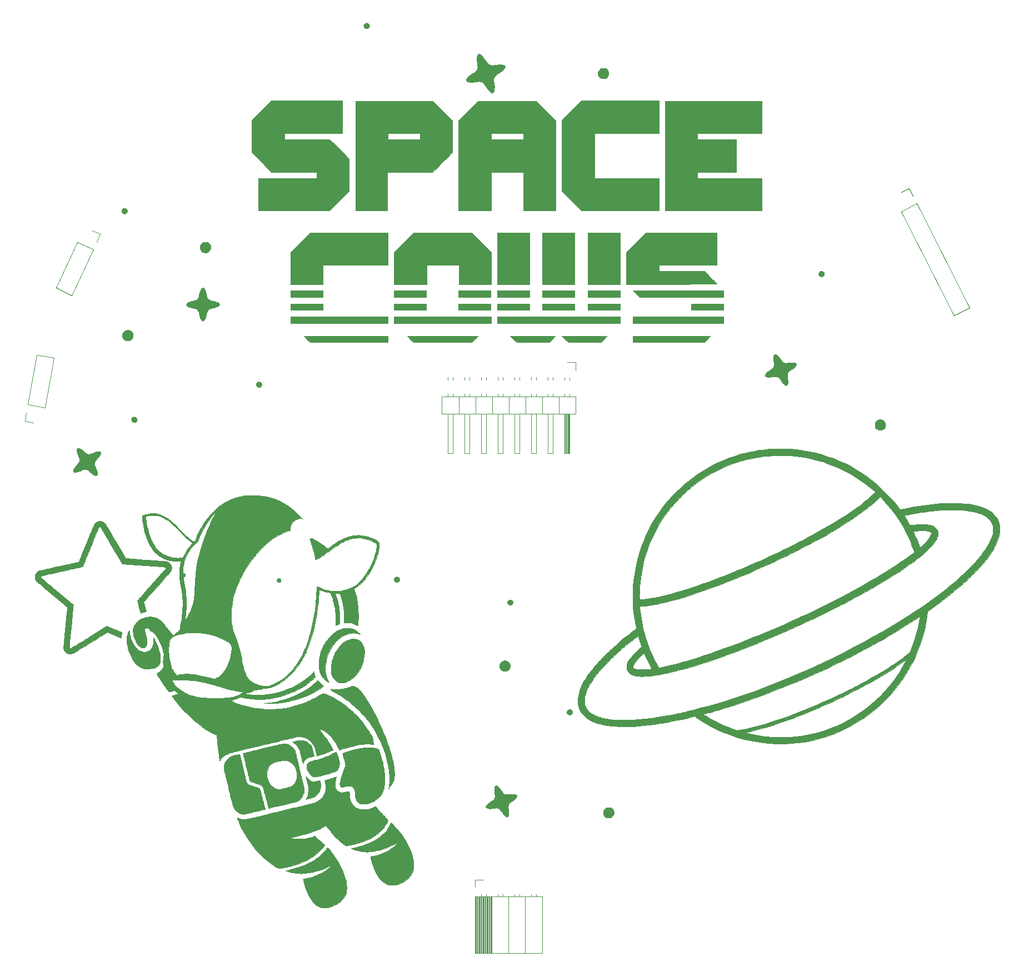
<source format=gbr>
%TF.GenerationSoftware,KiCad,Pcbnew,(5.1.10-1-10_14)*%
%TF.CreationDate,2021-10-01T16:25:32+02:00*%
%TF.ProjectId,Launchpad,4c61756e-6368-4706-9164-2e6b69636164,rev?*%
%TF.SameCoordinates,Original*%
%TF.FileFunction,Legend,Top*%
%TF.FilePolarity,Positive*%
%FSLAX46Y46*%
G04 Gerber Fmt 4.6, Leading zero omitted, Abs format (unit mm)*
G04 Created by KiCad (PCBNEW (5.1.10-1-10_14)) date 2021-10-01 16:25:32*
%MOMM*%
%LPD*%
G01*
G04 APERTURE LIST*
%ADD10C,0.010000*%
%ADD11C,0.120000*%
G04 APERTURE END LIST*
D10*
%TO.C,X1*%
G36*
X79282271Y-158245464D02*
G01*
X79324388Y-158290380D01*
X79385220Y-158359778D01*
X79461130Y-158449189D01*
X79548483Y-158554145D01*
X79643642Y-158670176D01*
X79742972Y-158792815D01*
X79842838Y-158917591D01*
X79939603Y-159040038D01*
X80029631Y-159155685D01*
X80109288Y-159260064D01*
X80174936Y-159348707D01*
X80189035Y-159368308D01*
X80539106Y-159880659D01*
X80859557Y-160394762D01*
X81149167Y-160907995D01*
X81406716Y-161417738D01*
X81630985Y-161921371D01*
X81820754Y-162416271D01*
X81974801Y-162899818D01*
X82091908Y-163369391D01*
X82122301Y-163521166D01*
X82143143Y-163660004D01*
X82160023Y-163827261D01*
X82172572Y-164012170D01*
X82180421Y-164203961D01*
X82183204Y-164391865D01*
X82180551Y-164565114D01*
X82172096Y-164712939D01*
X82165202Y-164776803D01*
X82101820Y-165112722D01*
X82003676Y-165426839D01*
X81870220Y-165719853D01*
X81700901Y-165992459D01*
X81495171Y-166245356D01*
X81252478Y-166479240D01*
X80972272Y-166694808D01*
X80654005Y-166892758D01*
X80385500Y-167032243D01*
X80111782Y-167155220D01*
X79842413Y-167259339D01*
X79586637Y-167341299D01*
X79371880Y-167394171D01*
X79222629Y-167418812D01*
X79057463Y-167436498D01*
X78889760Y-167446514D01*
X78732895Y-167448143D01*
X78600244Y-167440668D01*
X78570859Y-167437074D01*
X78285942Y-167378000D01*
X78014802Y-167282368D01*
X77754913Y-167148836D01*
X77503750Y-166976059D01*
X77258786Y-166762696D01*
X77207113Y-166711821D01*
X77039535Y-166528002D01*
X76868657Y-166311678D01*
X76700569Y-166071624D01*
X76541359Y-165816615D01*
X76397116Y-165555424D01*
X76376285Y-165514545D01*
X76252880Y-165251800D01*
X76129481Y-164955595D01*
X76009063Y-164634699D01*
X75894597Y-164297880D01*
X75789055Y-163953908D01*
X75695409Y-163611553D01*
X75616632Y-163279582D01*
X75612883Y-163262234D01*
X75592185Y-163165082D01*
X75575226Y-163083842D01*
X75563750Y-163026982D01*
X75559500Y-163002971D01*
X75559500Y-163002942D01*
X75578693Y-162997030D01*
X75628399Y-162992975D01*
X75681208Y-162991796D01*
X75747915Y-162988062D01*
X75844275Y-162977988D01*
X75958333Y-162963027D01*
X76078132Y-162944631D01*
X76100900Y-162940808D01*
X76602904Y-162834982D01*
X77104023Y-162689685D01*
X77597765Y-162507406D01*
X78077635Y-162290635D01*
X78537139Y-162041859D01*
X78692166Y-161947554D01*
X78901696Y-161810961D01*
X79086878Y-161677667D01*
X79261915Y-161536593D01*
X79441009Y-161376657D01*
X79521968Y-161300127D01*
X79614582Y-161207407D01*
X79674658Y-161137256D01*
X79703745Y-161087143D01*
X79703392Y-161054533D01*
X79681708Y-161038896D01*
X79655043Y-161045174D01*
X79597319Y-161068342D01*
X79514833Y-161105374D01*
X79413882Y-161153244D01*
X79300763Y-161208926D01*
X79181772Y-161269393D01*
X79063206Y-161331619D01*
X78988500Y-161372042D01*
X78912130Y-161408701D01*
X78801529Y-161454513D01*
X78663219Y-161507179D01*
X78503721Y-161564398D01*
X78329560Y-161623870D01*
X78147258Y-161683296D01*
X77963337Y-161740376D01*
X77841884Y-161776326D01*
X77690493Y-161817165D01*
X77505958Y-161862099D01*
X77297062Y-161909361D01*
X77072587Y-161957185D01*
X76841314Y-162003802D01*
X76612026Y-162047447D01*
X76393506Y-162086351D01*
X76194534Y-162118747D01*
X76023893Y-162142869D01*
X76014583Y-162144035D01*
X75905366Y-162157776D01*
X75790001Y-162172579D01*
X75690566Y-162185608D01*
X75675916Y-162187566D01*
X75482813Y-162204767D01*
X75257495Y-162209904D01*
X75008193Y-162203422D01*
X74743135Y-162185765D01*
X74470549Y-162157379D01*
X74198664Y-162118709D01*
X74103179Y-162102470D01*
X73990308Y-162080417D01*
X73852594Y-162050443D01*
X73699365Y-162014876D01*
X73539949Y-161976043D01*
X73383673Y-161936273D01*
X73239866Y-161897893D01*
X73117854Y-161863231D01*
X73026966Y-161834615D01*
X73019500Y-161832017D01*
X72903083Y-161790992D01*
X72987750Y-161769522D01*
X73037075Y-161757591D01*
X73118572Y-161738517D01*
X73223101Y-161714412D01*
X73341525Y-161687390D01*
X73418751Y-161669908D01*
X74006403Y-161524390D01*
X74582383Y-161356178D01*
X75141193Y-161167300D01*
X75677337Y-160959780D01*
X76185317Y-160735643D01*
X76659636Y-160496915D01*
X76776583Y-160432808D01*
X76970011Y-160320195D01*
X77179688Y-160190015D01*
X77394493Y-160049685D01*
X77603308Y-159906623D01*
X77795015Y-159768245D01*
X77940750Y-159656225D01*
X78131637Y-159495238D01*
X78329144Y-159313149D01*
X78526260Y-159117411D01*
X78715977Y-158915478D01*
X78891287Y-158714803D01*
X79045180Y-158522841D01*
X79167897Y-158351208D01*
X79209977Y-158290501D01*
X79243795Y-158246886D01*
X79262235Y-158229519D01*
X79262502Y-158229500D01*
X79282271Y-158245464D01*
G37*
X79282271Y-158245464D02*
X79324388Y-158290380D01*
X79385220Y-158359778D01*
X79461130Y-158449189D01*
X79548483Y-158554145D01*
X79643642Y-158670176D01*
X79742972Y-158792815D01*
X79842838Y-158917591D01*
X79939603Y-159040038D01*
X80029631Y-159155685D01*
X80109288Y-159260064D01*
X80174936Y-159348707D01*
X80189035Y-159368308D01*
X80539106Y-159880659D01*
X80859557Y-160394762D01*
X81149167Y-160907995D01*
X81406716Y-161417738D01*
X81630985Y-161921371D01*
X81820754Y-162416271D01*
X81974801Y-162899818D01*
X82091908Y-163369391D01*
X82122301Y-163521166D01*
X82143143Y-163660004D01*
X82160023Y-163827261D01*
X82172572Y-164012170D01*
X82180421Y-164203961D01*
X82183204Y-164391865D01*
X82180551Y-164565114D01*
X82172096Y-164712939D01*
X82165202Y-164776803D01*
X82101820Y-165112722D01*
X82003676Y-165426839D01*
X81870220Y-165719853D01*
X81700901Y-165992459D01*
X81495171Y-166245356D01*
X81252478Y-166479240D01*
X80972272Y-166694808D01*
X80654005Y-166892758D01*
X80385500Y-167032243D01*
X80111782Y-167155220D01*
X79842413Y-167259339D01*
X79586637Y-167341299D01*
X79371880Y-167394171D01*
X79222629Y-167418812D01*
X79057463Y-167436498D01*
X78889760Y-167446514D01*
X78732895Y-167448143D01*
X78600244Y-167440668D01*
X78570859Y-167437074D01*
X78285942Y-167378000D01*
X78014802Y-167282368D01*
X77754913Y-167148836D01*
X77503750Y-166976059D01*
X77258786Y-166762696D01*
X77207113Y-166711821D01*
X77039535Y-166528002D01*
X76868657Y-166311678D01*
X76700569Y-166071624D01*
X76541359Y-165816615D01*
X76397116Y-165555424D01*
X76376285Y-165514545D01*
X76252880Y-165251800D01*
X76129481Y-164955595D01*
X76009063Y-164634699D01*
X75894597Y-164297880D01*
X75789055Y-163953908D01*
X75695409Y-163611553D01*
X75616632Y-163279582D01*
X75612883Y-163262234D01*
X75592185Y-163165082D01*
X75575226Y-163083842D01*
X75563750Y-163026982D01*
X75559500Y-163002971D01*
X75559500Y-163002942D01*
X75578693Y-162997030D01*
X75628399Y-162992975D01*
X75681208Y-162991796D01*
X75747915Y-162988062D01*
X75844275Y-162977988D01*
X75958333Y-162963027D01*
X76078132Y-162944631D01*
X76100900Y-162940808D01*
X76602904Y-162834982D01*
X77104023Y-162689685D01*
X77597765Y-162507406D01*
X78077635Y-162290635D01*
X78537139Y-162041859D01*
X78692166Y-161947554D01*
X78901696Y-161810961D01*
X79086878Y-161677667D01*
X79261915Y-161536593D01*
X79441009Y-161376657D01*
X79521968Y-161300127D01*
X79614582Y-161207407D01*
X79674658Y-161137256D01*
X79703745Y-161087143D01*
X79703392Y-161054533D01*
X79681708Y-161038896D01*
X79655043Y-161045174D01*
X79597319Y-161068342D01*
X79514833Y-161105374D01*
X79413882Y-161153244D01*
X79300763Y-161208926D01*
X79181772Y-161269393D01*
X79063206Y-161331619D01*
X78988500Y-161372042D01*
X78912130Y-161408701D01*
X78801529Y-161454513D01*
X78663219Y-161507179D01*
X78503721Y-161564398D01*
X78329560Y-161623870D01*
X78147258Y-161683296D01*
X77963337Y-161740376D01*
X77841884Y-161776326D01*
X77690493Y-161817165D01*
X77505958Y-161862099D01*
X77297062Y-161909361D01*
X77072587Y-161957185D01*
X76841314Y-162003802D01*
X76612026Y-162047447D01*
X76393506Y-162086351D01*
X76194534Y-162118747D01*
X76023893Y-162142869D01*
X76014583Y-162144035D01*
X75905366Y-162157776D01*
X75790001Y-162172579D01*
X75690566Y-162185608D01*
X75675916Y-162187566D01*
X75482813Y-162204767D01*
X75257495Y-162209904D01*
X75008193Y-162203422D01*
X74743135Y-162185765D01*
X74470549Y-162157379D01*
X74198664Y-162118709D01*
X74103179Y-162102470D01*
X73990308Y-162080417D01*
X73852594Y-162050443D01*
X73699365Y-162014876D01*
X73539949Y-161976043D01*
X73383673Y-161936273D01*
X73239866Y-161897893D01*
X73117854Y-161863231D01*
X73026966Y-161834615D01*
X73019500Y-161832017D01*
X72903083Y-161790992D01*
X72987750Y-161769522D01*
X73037075Y-161757591D01*
X73118572Y-161738517D01*
X73223101Y-161714412D01*
X73341525Y-161687390D01*
X73418751Y-161669908D01*
X74006403Y-161524390D01*
X74582383Y-161356178D01*
X75141193Y-161167300D01*
X75677337Y-160959780D01*
X76185317Y-160735643D01*
X76659636Y-160496915D01*
X76776583Y-160432808D01*
X76970011Y-160320195D01*
X77179688Y-160190015D01*
X77394493Y-160049685D01*
X77603308Y-159906623D01*
X77795015Y-159768245D01*
X77940750Y-159656225D01*
X78131637Y-159495238D01*
X78329144Y-159313149D01*
X78526260Y-159117411D01*
X78715977Y-158915478D01*
X78891287Y-158714803D01*
X79045180Y-158522841D01*
X79167897Y-158351208D01*
X79209977Y-158290501D01*
X79243795Y-158246886D01*
X79262235Y-158229519D01*
X79262502Y-158229500D01*
X79282271Y-158245464D01*
G36*
X89558019Y-155103818D02*
G01*
X89748403Y-155306085D01*
X89912822Y-155483330D01*
X90055300Y-155640410D01*
X90179863Y-155782181D01*
X90290535Y-155913499D01*
X90391340Y-156039222D01*
X90486305Y-156164204D01*
X90579454Y-156293302D01*
X90674812Y-156431373D01*
X90745168Y-156536166D01*
X90936368Y-156831221D01*
X91109603Y-157115881D01*
X91272935Y-157404193D01*
X91434426Y-157710205D01*
X91540911Y-157922583D01*
X91751404Y-158370900D01*
X91930412Y-158798707D01*
X92079808Y-159211560D01*
X92201464Y-159615016D01*
X92297252Y-160014631D01*
X92358978Y-160350685D01*
X92376401Y-160493921D01*
X92388246Y-160662112D01*
X92394524Y-160844669D01*
X92395244Y-161031001D01*
X92390415Y-161210521D01*
X92380048Y-161372639D01*
X92364151Y-161506767D01*
X92357891Y-161542083D01*
X92293085Y-161787865D01*
X92195874Y-162041860D01*
X92071466Y-162292856D01*
X91925069Y-162529644D01*
X91852655Y-162629558D01*
X91660086Y-162851833D01*
X91433928Y-163061238D01*
X91179737Y-163255279D01*
X90903064Y-163431463D01*
X90609464Y-163587297D01*
X90304489Y-163720288D01*
X89993693Y-163827942D01*
X89682629Y-163907768D01*
X89376850Y-163957270D01*
X89081911Y-163973958D01*
X88879612Y-163964276D01*
X88584764Y-163914770D01*
X88301228Y-163824529D01*
X88029079Y-163693632D01*
X87768390Y-163522158D01*
X87519234Y-163310187D01*
X87281688Y-163057796D01*
X87055823Y-162765065D01*
X86841716Y-162432075D01*
X86639438Y-162058902D01*
X86449066Y-161645628D01*
X86270672Y-161192330D01*
X86261642Y-161167438D01*
X86215688Y-161034286D01*
X86166506Y-160881332D01*
X86115719Y-160714637D01*
X86064952Y-160540266D01*
X86015828Y-160364282D01*
X85969972Y-160192749D01*
X85929007Y-160031730D01*
X85894558Y-159887289D01*
X85868248Y-159765489D01*
X85851702Y-159672394D01*
X85846500Y-159617446D01*
X85858101Y-159595264D01*
X85898438Y-159585416D01*
X85936458Y-159584144D01*
X86016032Y-159579030D01*
X86127951Y-159564831D01*
X86263613Y-159543214D01*
X86414419Y-159515845D01*
X86571766Y-159484392D01*
X86727056Y-159450522D01*
X86871686Y-159415901D01*
X86997056Y-159382197D01*
X87031833Y-159371837D01*
X87474889Y-159219369D01*
X87908361Y-159037946D01*
X88325731Y-158830990D01*
X88720486Y-158601923D01*
X89086109Y-158354169D01*
X89328416Y-158165511D01*
X89511959Y-158011130D01*
X89660913Y-157880508D01*
X89775222Y-157773698D01*
X89854830Y-157690756D01*
X89899680Y-157631736D01*
X89910500Y-157602116D01*
X89902425Y-157563787D01*
X89888105Y-157552166D01*
X89862282Y-157561083D01*
X89805596Y-157585698D01*
X89725060Y-157622807D01*
X89627690Y-157669206D01*
X89565314Y-157699580D01*
X89392626Y-157782848D01*
X89204340Y-157870675D01*
X88994765Y-157965633D01*
X88758208Y-158070295D01*
X88488976Y-158187232D01*
X88433271Y-158211217D01*
X88302582Y-158263811D01*
X88140442Y-158323420D01*
X87956510Y-158386947D01*
X87760444Y-158451295D01*
X87561900Y-158513368D01*
X87370538Y-158570067D01*
X87196015Y-158618298D01*
X87053000Y-158653820D01*
X86955800Y-158674898D01*
X86826532Y-158701230D01*
X86674853Y-158730940D01*
X86510425Y-158762156D01*
X86342907Y-158793004D01*
X86244781Y-158810584D01*
X86073084Y-158840636D01*
X85934627Y-158863724D01*
X85821054Y-158880753D01*
X85724009Y-158892624D01*
X85635135Y-158900239D01*
X85546076Y-158904502D01*
X85448476Y-158906315D01*
X85355781Y-158906606D01*
X84860486Y-158887387D01*
X84381363Y-158830097D01*
X83915187Y-158734294D01*
X83723308Y-158682705D01*
X83621179Y-158651568D01*
X83506808Y-158613835D01*
X83386893Y-158572049D01*
X83268132Y-158528752D01*
X83157226Y-158486486D01*
X83060871Y-158447795D01*
X82985767Y-158415221D01*
X82938613Y-158391307D01*
X82925500Y-158379881D01*
X82944888Y-158369679D01*
X82997129Y-158354730D01*
X83073339Y-158337362D01*
X83131875Y-158325812D01*
X83314209Y-158288697D01*
X83526006Y-158240344D01*
X83756776Y-158183512D01*
X83996031Y-158120963D01*
X84233282Y-158055456D01*
X84458039Y-157989753D01*
X84659814Y-157926613D01*
X84703500Y-157912199D01*
X85262977Y-157710258D01*
X85784493Y-157490565D01*
X86268684Y-157252764D01*
X86716183Y-156996497D01*
X87127626Y-156721405D01*
X87503648Y-156427131D01*
X87778446Y-156178569D01*
X88044673Y-155904663D01*
X88279165Y-155625970D01*
X88487746Y-155334056D01*
X88676241Y-155020487D01*
X88850472Y-154676830D01*
X88917364Y-154529307D01*
X88948213Y-154459198D01*
X89558019Y-155103818D01*
G37*
X89558019Y-155103818D02*
X89748403Y-155306085D01*
X89912822Y-155483330D01*
X90055300Y-155640410D01*
X90179863Y-155782181D01*
X90290535Y-155913499D01*
X90391340Y-156039222D01*
X90486305Y-156164204D01*
X90579454Y-156293302D01*
X90674812Y-156431373D01*
X90745168Y-156536166D01*
X90936368Y-156831221D01*
X91109603Y-157115881D01*
X91272935Y-157404193D01*
X91434426Y-157710205D01*
X91540911Y-157922583D01*
X91751404Y-158370900D01*
X91930412Y-158798707D01*
X92079808Y-159211560D01*
X92201464Y-159615016D01*
X92297252Y-160014631D01*
X92358978Y-160350685D01*
X92376401Y-160493921D01*
X92388246Y-160662112D01*
X92394524Y-160844669D01*
X92395244Y-161031001D01*
X92390415Y-161210521D01*
X92380048Y-161372639D01*
X92364151Y-161506767D01*
X92357891Y-161542083D01*
X92293085Y-161787865D01*
X92195874Y-162041860D01*
X92071466Y-162292856D01*
X91925069Y-162529644D01*
X91852655Y-162629558D01*
X91660086Y-162851833D01*
X91433928Y-163061238D01*
X91179737Y-163255279D01*
X90903064Y-163431463D01*
X90609464Y-163587297D01*
X90304489Y-163720288D01*
X89993693Y-163827942D01*
X89682629Y-163907768D01*
X89376850Y-163957270D01*
X89081911Y-163973958D01*
X88879612Y-163964276D01*
X88584764Y-163914770D01*
X88301228Y-163824529D01*
X88029079Y-163693632D01*
X87768390Y-163522158D01*
X87519234Y-163310187D01*
X87281688Y-163057796D01*
X87055823Y-162765065D01*
X86841716Y-162432075D01*
X86639438Y-162058902D01*
X86449066Y-161645628D01*
X86270672Y-161192330D01*
X86261642Y-161167438D01*
X86215688Y-161034286D01*
X86166506Y-160881332D01*
X86115719Y-160714637D01*
X86064952Y-160540266D01*
X86015828Y-160364282D01*
X85969972Y-160192749D01*
X85929007Y-160031730D01*
X85894558Y-159887289D01*
X85868248Y-159765489D01*
X85851702Y-159672394D01*
X85846500Y-159617446D01*
X85858101Y-159595264D01*
X85898438Y-159585416D01*
X85936458Y-159584144D01*
X86016032Y-159579030D01*
X86127951Y-159564831D01*
X86263613Y-159543214D01*
X86414419Y-159515845D01*
X86571766Y-159484392D01*
X86727056Y-159450522D01*
X86871686Y-159415901D01*
X86997056Y-159382197D01*
X87031833Y-159371837D01*
X87474889Y-159219369D01*
X87908361Y-159037946D01*
X88325731Y-158830990D01*
X88720486Y-158601923D01*
X89086109Y-158354169D01*
X89328416Y-158165511D01*
X89511959Y-158011130D01*
X89660913Y-157880508D01*
X89775222Y-157773698D01*
X89854830Y-157690756D01*
X89899680Y-157631736D01*
X89910500Y-157602116D01*
X89902425Y-157563787D01*
X89888105Y-157552166D01*
X89862282Y-157561083D01*
X89805596Y-157585698D01*
X89725060Y-157622807D01*
X89627690Y-157669206D01*
X89565314Y-157699580D01*
X89392626Y-157782848D01*
X89204340Y-157870675D01*
X88994765Y-157965633D01*
X88758208Y-158070295D01*
X88488976Y-158187232D01*
X88433271Y-158211217D01*
X88302582Y-158263811D01*
X88140442Y-158323420D01*
X87956510Y-158386947D01*
X87760444Y-158451295D01*
X87561900Y-158513368D01*
X87370538Y-158570067D01*
X87196015Y-158618298D01*
X87053000Y-158653820D01*
X86955800Y-158674898D01*
X86826532Y-158701230D01*
X86674853Y-158730940D01*
X86510425Y-158762156D01*
X86342907Y-158793004D01*
X86244781Y-158810584D01*
X86073084Y-158840636D01*
X85934627Y-158863724D01*
X85821054Y-158880753D01*
X85724009Y-158892624D01*
X85635135Y-158900239D01*
X85546076Y-158904502D01*
X85448476Y-158906315D01*
X85355781Y-158906606D01*
X84860486Y-158887387D01*
X84381363Y-158830097D01*
X83915187Y-158734294D01*
X83723308Y-158682705D01*
X83621179Y-158651568D01*
X83506808Y-158613835D01*
X83386893Y-158572049D01*
X83268132Y-158528752D01*
X83157226Y-158486486D01*
X83060871Y-158447795D01*
X82985767Y-158415221D01*
X82938613Y-158391307D01*
X82925500Y-158379881D01*
X82944888Y-158369679D01*
X82997129Y-158354730D01*
X83073339Y-158337362D01*
X83131875Y-158325812D01*
X83314209Y-158288697D01*
X83526006Y-158240344D01*
X83756776Y-158183512D01*
X83996031Y-158120963D01*
X84233282Y-158055456D01*
X84458039Y-157989753D01*
X84659814Y-157926613D01*
X84703500Y-157912199D01*
X85262977Y-157710258D01*
X85784493Y-157490565D01*
X86268684Y-157252764D01*
X86716183Y-156996497D01*
X87127626Y-156721405D01*
X87503648Y-156427131D01*
X87778446Y-156178569D01*
X88044673Y-155904663D01*
X88279165Y-155625970D01*
X88487746Y-155334056D01*
X88676241Y-155020487D01*
X88850472Y-154676830D01*
X88917364Y-154529307D01*
X88948213Y-154459198D01*
X89558019Y-155103818D01*
G36*
X80597166Y-147483498D02*
G01*
X80591861Y-147515699D01*
X80577906Y-147575991D01*
X80558236Y-147651748D01*
X80556756Y-147657175D01*
X80538493Y-147731875D01*
X80515872Y-147836367D01*
X80491351Y-147958661D01*
X80467388Y-148086767D01*
X80459197Y-148133000D01*
X80436083Y-148271645D01*
X80420687Y-148383588D01*
X80411940Y-148483536D01*
X80408770Y-148586198D01*
X80410107Y-148706282D01*
X80412175Y-148778845D01*
X80422302Y-149096606D01*
X80507471Y-149265678D01*
X80593691Y-149417135D01*
X80687544Y-149538300D01*
X80796687Y-149635315D01*
X80928780Y-149714321D01*
X81091483Y-149781461D01*
X81190925Y-149813784D01*
X81297483Y-149842705D01*
X81395638Y-149860357D01*
X81493934Y-149866413D01*
X81600913Y-149860547D01*
X81725120Y-149842431D01*
X81875098Y-149811739D01*
X81998876Y-149782866D01*
X82159650Y-149746274D01*
X82292692Y-149720395D01*
X82393691Y-149705981D01*
X82454601Y-149703491D01*
X82515687Y-149709725D01*
X82548801Y-149725077D01*
X82568280Y-149760018D01*
X82579340Y-149794583D01*
X82591119Y-149854846D01*
X82600421Y-149941825D01*
X82605735Y-150039909D01*
X82606373Y-150073957D01*
X82614558Y-150259319D01*
X82634725Y-150465322D01*
X82664529Y-150674326D01*
X82701626Y-150868691D01*
X82724760Y-150964750D01*
X82820788Y-151251903D01*
X82949546Y-151512872D01*
X83109830Y-151746400D01*
X83300435Y-151951233D01*
X83520157Y-152126116D01*
X83767791Y-152269792D01*
X84042131Y-152381007D01*
X84101920Y-152399790D01*
X84178279Y-152421254D01*
X84249024Y-152437080D01*
X84323782Y-152448416D01*
X84412175Y-152456406D01*
X84523831Y-152462196D01*
X84665335Y-152466846D01*
X84863015Y-152469935D01*
X85031446Y-152466202D01*
X85183345Y-152454391D01*
X85331429Y-152433243D01*
X85488414Y-152401503D01*
X85603083Y-152374139D01*
X85729716Y-152338566D01*
X85871082Y-152292233D01*
X86017798Y-152238856D01*
X86160479Y-152182152D01*
X86289739Y-152125838D01*
X86396193Y-152073630D01*
X86465860Y-152032462D01*
X86523661Y-151995550D01*
X86567912Y-151972492D01*
X86585835Y-151968155D01*
X86604832Y-151985934D01*
X86645537Y-152030306D01*
X86702634Y-152095283D01*
X86770804Y-152174875D01*
X86798403Y-152207583D01*
X86955173Y-152390813D01*
X87135194Y-152595525D01*
X87331250Y-152813812D01*
X87536121Y-153037767D01*
X87742590Y-153259484D01*
X87943440Y-153471054D01*
X88087587Y-153619890D01*
X88476591Y-154017515D01*
X88419595Y-154181465D01*
X88356607Y-154343213D01*
X88275080Y-154523660D01*
X88182373Y-154708019D01*
X88085845Y-154881504D01*
X88011438Y-155001583D01*
X87771268Y-155329311D01*
X87491929Y-155642345D01*
X87174082Y-155940337D01*
X86818385Y-156222941D01*
X86425498Y-156489812D01*
X85996081Y-156740602D01*
X85530792Y-156974966D01*
X85030292Y-157192556D01*
X84495239Y-157393028D01*
X83926293Y-157576034D01*
X83324113Y-157741228D01*
X82689359Y-157888263D01*
X82405371Y-157946053D01*
X82107492Y-158004244D01*
X81855038Y-157831413D01*
X81565873Y-157624855D01*
X81286766Y-157407258D01*
X81014371Y-157175230D01*
X80745344Y-156925381D01*
X80476339Y-156654321D01*
X80204012Y-156358660D01*
X79925017Y-156035006D01*
X79636010Y-155679969D01*
X79333645Y-155290159D01*
X79286446Y-155227836D01*
X79205561Y-155122744D01*
X79132700Y-155031922D01*
X79071896Y-154960101D01*
X79027184Y-154912013D01*
X79002598Y-154892389D01*
X79000403Y-154892314D01*
X78973324Y-154907358D01*
X78919263Y-154940719D01*
X78846456Y-154987226D01*
X78775404Y-155033610D01*
X78547341Y-155171320D01*
X78279864Y-155310228D01*
X77975816Y-155449039D01*
X77638043Y-155586460D01*
X77269389Y-155721196D01*
X77246178Y-155729226D01*
X77135930Y-155768532D01*
X77038428Y-155805697D01*
X76961434Y-155837579D01*
X76912711Y-155861033D01*
X76900920Y-155869055D01*
X76887670Y-155879587D01*
X76865957Y-155891367D01*
X76831811Y-155905697D01*
X76781261Y-155923877D01*
X76710337Y-155947211D01*
X76615068Y-155976999D01*
X76491484Y-156014544D01*
X76335615Y-156061146D01*
X76143489Y-156118107D01*
X76120416Y-156124930D01*
X75991163Y-156163190D01*
X75861133Y-156201763D01*
X75742236Y-156237111D01*
X75646382Y-156265694D01*
X75612416Y-156275864D01*
X75337621Y-156353511D01*
X75031005Y-156431574D01*
X74702984Y-156507651D01*
X74363977Y-156579338D01*
X74024402Y-156644235D01*
X73982583Y-156651723D01*
X73823505Y-156681850D01*
X73705813Y-156709022D01*
X73629594Y-156734228D01*
X73594937Y-156758463D01*
X73601927Y-156782717D01*
X73650654Y-156807984D01*
X73741205Y-156835253D01*
X73873667Y-156865518D01*
X74003750Y-156891387D01*
X74098644Y-156904330D01*
X74228789Y-156914559D01*
X74387189Y-156922084D01*
X74566847Y-156926916D01*
X74760768Y-156929066D01*
X74961957Y-156928546D01*
X75163418Y-156925365D01*
X75358155Y-156919535D01*
X75539174Y-156911067D01*
X75699478Y-156899971D01*
X75813500Y-156888569D01*
X76207727Y-156829783D01*
X76575956Y-156750060D01*
X76930610Y-156646235D01*
X77284112Y-156515147D01*
X77290827Y-156512401D01*
X77343950Y-156496002D01*
X77371670Y-156503000D01*
X77375493Y-156507929D01*
X77394774Y-156533238D01*
X77435245Y-156582839D01*
X77490480Y-156648941D01*
X77538583Y-156705659D01*
X77629747Y-156808007D01*
X77727820Y-156908493D01*
X77837745Y-157011430D01*
X77964464Y-157121130D01*
X78112921Y-157241905D01*
X78288056Y-157378068D01*
X78446956Y-157498175D01*
X78862159Y-157809083D01*
X78809796Y-157897583D01*
X78747617Y-157994227D01*
X78663339Y-158113102D01*
X78563708Y-158245457D01*
X78455472Y-158382541D01*
X78345378Y-158515602D01*
X78242760Y-158633030D01*
X77938530Y-158942233D01*
X77595523Y-159240344D01*
X77216201Y-159525840D01*
X76803025Y-159797199D01*
X76358455Y-160052900D01*
X75884954Y-160291419D01*
X75384980Y-160511235D01*
X74913916Y-160691995D01*
X74334968Y-160884104D01*
X73730023Y-161055484D01*
X73111588Y-161203001D01*
X72492169Y-161323523D01*
X72212099Y-161368771D01*
X71880948Y-161418719D01*
X71631145Y-161293277D01*
X71308311Y-161118048D01*
X70967475Y-160907879D01*
X70611468Y-160664682D01*
X70243123Y-160390370D01*
X69957744Y-160163137D01*
X69427195Y-159703712D01*
X68919816Y-159212149D01*
X68435009Y-158687667D01*
X67972176Y-158129486D01*
X67530720Y-157536823D01*
X67110042Y-156908900D01*
X66709544Y-156244933D01*
X66328629Y-155544144D01*
X66151404Y-155192083D01*
X66068425Y-155020941D01*
X65984871Y-154844668D01*
X65902527Y-154667373D01*
X65823174Y-154493167D01*
X65748598Y-154326159D01*
X65680580Y-154170458D01*
X65620905Y-154030174D01*
X65571357Y-153909416D01*
X65533717Y-153812295D01*
X65509770Y-153742921D01*
X65501299Y-153705401D01*
X65503838Y-153699833D01*
X65531035Y-153707833D01*
X65584419Y-153728658D01*
X65642641Y-153753526D01*
X65929475Y-153857469D01*
X66227040Y-153921169D01*
X66530872Y-153943898D01*
X66750276Y-153934551D01*
X66782612Y-153931809D01*
X66810341Y-153929809D01*
X66835030Y-153928189D01*
X66858243Y-153926585D01*
X66881547Y-153924636D01*
X66906507Y-153921978D01*
X66934690Y-153918249D01*
X66967661Y-153913086D01*
X67006986Y-153906126D01*
X67054231Y-153897007D01*
X67110962Y-153885367D01*
X67178744Y-153870841D01*
X67259144Y-153853069D01*
X67353727Y-153831686D01*
X67464059Y-153806331D01*
X67591706Y-153776640D01*
X67738234Y-153742251D01*
X67905208Y-153702802D01*
X68094195Y-153657929D01*
X68306761Y-153607269D01*
X68544470Y-153550461D01*
X68808890Y-153487142D01*
X69101585Y-153416948D01*
X69424122Y-153339518D01*
X69778067Y-153254487D01*
X70164984Y-153161495D01*
X70586442Y-153060178D01*
X71044004Y-152950173D01*
X71539237Y-152831117D01*
X72073707Y-152702649D01*
X72204583Y-152671195D01*
X72503668Y-152599324D01*
X72818122Y-152523776D01*
X73141509Y-152446096D01*
X73467388Y-152367829D01*
X73789321Y-152290522D01*
X74100871Y-152215721D01*
X74395598Y-152144972D01*
X74667064Y-152079820D01*
X74908831Y-152021813D01*
X75072666Y-151982517D01*
X75423408Y-151898390D01*
X75735541Y-151823443D01*
X76011626Y-151756994D01*
X76254224Y-151698362D01*
X76465894Y-151646865D01*
X76649197Y-151601821D01*
X76806694Y-151562549D01*
X76940944Y-151528367D01*
X77054509Y-151498594D01*
X77149948Y-151472548D01*
X77229821Y-151449548D01*
X77296690Y-151428912D01*
X77353114Y-151409958D01*
X77401655Y-151392005D01*
X77444871Y-151374371D01*
X77485324Y-151356375D01*
X77525574Y-151337335D01*
X77560845Y-151320160D01*
X77848329Y-151156769D01*
X78108098Y-150961504D01*
X78340307Y-150734206D01*
X78545110Y-150474717D01*
X78722659Y-150182876D01*
X78789854Y-150049112D01*
X78893273Y-149793718D01*
X78963153Y-149532535D01*
X78999760Y-149261339D01*
X79003364Y-148975907D01*
X78974232Y-148672011D01*
X78912630Y-148345429D01*
X78900973Y-148295749D01*
X78877412Y-148195042D01*
X78858816Y-148110521D01*
X78846803Y-148049938D01*
X78842989Y-148021050D01*
X78843389Y-148019731D01*
X78865281Y-148012665D01*
X78920938Y-147996259D01*
X79003344Y-147972540D01*
X79105485Y-147943532D01*
X79179000Y-147922839D01*
X79320878Y-147881801D01*
X79484939Y-147832316D01*
X79662374Y-147777219D01*
X79844377Y-147719347D01*
X80022141Y-147661535D01*
X80186860Y-147606620D01*
X80329726Y-147557439D01*
X80441933Y-147516826D01*
X80454291Y-147512140D01*
X80537105Y-147483547D01*
X80584169Y-147474867D01*
X80597166Y-147483498D01*
G37*
X80597166Y-147483498D02*
X80591861Y-147515699D01*
X80577906Y-147575991D01*
X80558236Y-147651748D01*
X80556756Y-147657175D01*
X80538493Y-147731875D01*
X80515872Y-147836367D01*
X80491351Y-147958661D01*
X80467388Y-148086767D01*
X80459197Y-148133000D01*
X80436083Y-148271645D01*
X80420687Y-148383588D01*
X80411940Y-148483536D01*
X80408770Y-148586198D01*
X80410107Y-148706282D01*
X80412175Y-148778845D01*
X80422302Y-149096606D01*
X80507471Y-149265678D01*
X80593691Y-149417135D01*
X80687544Y-149538300D01*
X80796687Y-149635315D01*
X80928780Y-149714321D01*
X81091483Y-149781461D01*
X81190925Y-149813784D01*
X81297483Y-149842705D01*
X81395638Y-149860357D01*
X81493934Y-149866413D01*
X81600913Y-149860547D01*
X81725120Y-149842431D01*
X81875098Y-149811739D01*
X81998876Y-149782866D01*
X82159650Y-149746274D01*
X82292692Y-149720395D01*
X82393691Y-149705981D01*
X82454601Y-149703491D01*
X82515687Y-149709725D01*
X82548801Y-149725077D01*
X82568280Y-149760018D01*
X82579340Y-149794583D01*
X82591119Y-149854846D01*
X82600421Y-149941825D01*
X82605735Y-150039909D01*
X82606373Y-150073957D01*
X82614558Y-150259319D01*
X82634725Y-150465322D01*
X82664529Y-150674326D01*
X82701626Y-150868691D01*
X82724760Y-150964750D01*
X82820788Y-151251903D01*
X82949546Y-151512872D01*
X83109830Y-151746400D01*
X83300435Y-151951233D01*
X83520157Y-152126116D01*
X83767791Y-152269792D01*
X84042131Y-152381007D01*
X84101920Y-152399790D01*
X84178279Y-152421254D01*
X84249024Y-152437080D01*
X84323782Y-152448416D01*
X84412175Y-152456406D01*
X84523831Y-152462196D01*
X84665335Y-152466846D01*
X84863015Y-152469935D01*
X85031446Y-152466202D01*
X85183345Y-152454391D01*
X85331429Y-152433243D01*
X85488414Y-152401503D01*
X85603083Y-152374139D01*
X85729716Y-152338566D01*
X85871082Y-152292233D01*
X86017798Y-152238856D01*
X86160479Y-152182152D01*
X86289739Y-152125838D01*
X86396193Y-152073630D01*
X86465860Y-152032462D01*
X86523661Y-151995550D01*
X86567912Y-151972492D01*
X86585835Y-151968155D01*
X86604832Y-151985934D01*
X86645537Y-152030306D01*
X86702634Y-152095283D01*
X86770804Y-152174875D01*
X86798403Y-152207583D01*
X86955173Y-152390813D01*
X87135194Y-152595525D01*
X87331250Y-152813812D01*
X87536121Y-153037767D01*
X87742590Y-153259484D01*
X87943440Y-153471054D01*
X88087587Y-153619890D01*
X88476591Y-154017515D01*
X88419595Y-154181465D01*
X88356607Y-154343213D01*
X88275080Y-154523660D01*
X88182373Y-154708019D01*
X88085845Y-154881504D01*
X88011438Y-155001583D01*
X87771268Y-155329311D01*
X87491929Y-155642345D01*
X87174082Y-155940337D01*
X86818385Y-156222941D01*
X86425498Y-156489812D01*
X85996081Y-156740602D01*
X85530792Y-156974966D01*
X85030292Y-157192556D01*
X84495239Y-157393028D01*
X83926293Y-157576034D01*
X83324113Y-157741228D01*
X82689359Y-157888263D01*
X82405371Y-157946053D01*
X82107492Y-158004244D01*
X81855038Y-157831413D01*
X81565873Y-157624855D01*
X81286766Y-157407258D01*
X81014371Y-157175230D01*
X80745344Y-156925381D01*
X80476339Y-156654321D01*
X80204012Y-156358660D01*
X79925017Y-156035006D01*
X79636010Y-155679969D01*
X79333645Y-155290159D01*
X79286446Y-155227836D01*
X79205561Y-155122744D01*
X79132700Y-155031922D01*
X79071896Y-154960101D01*
X79027184Y-154912013D01*
X79002598Y-154892389D01*
X79000403Y-154892314D01*
X78973324Y-154907358D01*
X78919263Y-154940719D01*
X78846456Y-154987226D01*
X78775404Y-155033610D01*
X78547341Y-155171320D01*
X78279864Y-155310228D01*
X77975816Y-155449039D01*
X77638043Y-155586460D01*
X77269389Y-155721196D01*
X77246178Y-155729226D01*
X77135930Y-155768532D01*
X77038428Y-155805697D01*
X76961434Y-155837579D01*
X76912711Y-155861033D01*
X76900920Y-155869055D01*
X76887670Y-155879587D01*
X76865957Y-155891367D01*
X76831811Y-155905697D01*
X76781261Y-155923877D01*
X76710337Y-155947211D01*
X76615068Y-155976999D01*
X76491484Y-156014544D01*
X76335615Y-156061146D01*
X76143489Y-156118107D01*
X76120416Y-156124930D01*
X75991163Y-156163190D01*
X75861133Y-156201763D01*
X75742236Y-156237111D01*
X75646382Y-156265694D01*
X75612416Y-156275864D01*
X75337621Y-156353511D01*
X75031005Y-156431574D01*
X74702984Y-156507651D01*
X74363977Y-156579338D01*
X74024402Y-156644235D01*
X73982583Y-156651723D01*
X73823505Y-156681850D01*
X73705813Y-156709022D01*
X73629594Y-156734228D01*
X73594937Y-156758463D01*
X73601927Y-156782717D01*
X73650654Y-156807984D01*
X73741205Y-156835253D01*
X73873667Y-156865518D01*
X74003750Y-156891387D01*
X74098644Y-156904330D01*
X74228789Y-156914559D01*
X74387189Y-156922084D01*
X74566847Y-156926916D01*
X74760768Y-156929066D01*
X74961957Y-156928546D01*
X75163418Y-156925365D01*
X75358155Y-156919535D01*
X75539174Y-156911067D01*
X75699478Y-156899971D01*
X75813500Y-156888569D01*
X76207727Y-156829783D01*
X76575956Y-156750060D01*
X76930610Y-156646235D01*
X77284112Y-156515147D01*
X77290827Y-156512401D01*
X77343950Y-156496002D01*
X77371670Y-156503000D01*
X77375493Y-156507929D01*
X77394774Y-156533238D01*
X77435245Y-156582839D01*
X77490480Y-156648941D01*
X77538583Y-156705659D01*
X77629747Y-156808007D01*
X77727820Y-156908493D01*
X77837745Y-157011430D01*
X77964464Y-157121130D01*
X78112921Y-157241905D01*
X78288056Y-157378068D01*
X78446956Y-157498175D01*
X78862159Y-157809083D01*
X78809796Y-157897583D01*
X78747617Y-157994227D01*
X78663339Y-158113102D01*
X78563708Y-158245457D01*
X78455472Y-158382541D01*
X78345378Y-158515602D01*
X78242760Y-158633030D01*
X77938530Y-158942233D01*
X77595523Y-159240344D01*
X77216201Y-159525840D01*
X76803025Y-159797199D01*
X76358455Y-160052900D01*
X75884954Y-160291419D01*
X75384980Y-160511235D01*
X74913916Y-160691995D01*
X74334968Y-160884104D01*
X73730023Y-161055484D01*
X73111588Y-161203001D01*
X72492169Y-161323523D01*
X72212099Y-161368771D01*
X71880948Y-161418719D01*
X71631145Y-161293277D01*
X71308311Y-161118048D01*
X70967475Y-160907879D01*
X70611468Y-160664682D01*
X70243123Y-160390370D01*
X69957744Y-160163137D01*
X69427195Y-159703712D01*
X68919816Y-159212149D01*
X68435009Y-158687667D01*
X67972176Y-158129486D01*
X67530720Y-157536823D01*
X67110042Y-156908900D01*
X66709544Y-156244933D01*
X66328629Y-155544144D01*
X66151404Y-155192083D01*
X66068425Y-155020941D01*
X65984871Y-154844668D01*
X65902527Y-154667373D01*
X65823174Y-154493167D01*
X65748598Y-154326159D01*
X65680580Y-154170458D01*
X65620905Y-154030174D01*
X65571357Y-153909416D01*
X65533717Y-153812295D01*
X65509770Y-153742921D01*
X65501299Y-153705401D01*
X65503838Y-153699833D01*
X65531035Y-153707833D01*
X65584419Y-153728658D01*
X65642641Y-153753526D01*
X65929475Y-153857469D01*
X66227040Y-153921169D01*
X66530872Y-153943898D01*
X66750276Y-153934551D01*
X66782612Y-153931809D01*
X66810341Y-153929809D01*
X66835030Y-153928189D01*
X66858243Y-153926585D01*
X66881547Y-153924636D01*
X66906507Y-153921978D01*
X66934690Y-153918249D01*
X66967661Y-153913086D01*
X67006986Y-153906126D01*
X67054231Y-153897007D01*
X67110962Y-153885367D01*
X67178744Y-153870841D01*
X67259144Y-153853069D01*
X67353727Y-153831686D01*
X67464059Y-153806331D01*
X67591706Y-153776640D01*
X67738234Y-153742251D01*
X67905208Y-153702802D01*
X68094195Y-153657929D01*
X68306761Y-153607269D01*
X68544470Y-153550461D01*
X68808890Y-153487142D01*
X69101585Y-153416948D01*
X69424122Y-153339518D01*
X69778067Y-153254487D01*
X70164984Y-153161495D01*
X70586442Y-153060178D01*
X71044004Y-152950173D01*
X71539237Y-152831117D01*
X72073707Y-152702649D01*
X72204583Y-152671195D01*
X72503668Y-152599324D01*
X72818122Y-152523776D01*
X73141509Y-152446096D01*
X73467388Y-152367829D01*
X73789321Y-152290522D01*
X74100871Y-152215721D01*
X74395598Y-152144972D01*
X74667064Y-152079820D01*
X74908831Y-152021813D01*
X75072666Y-151982517D01*
X75423408Y-151898390D01*
X75735541Y-151823443D01*
X76011626Y-151756994D01*
X76254224Y-151698362D01*
X76465894Y-151646865D01*
X76649197Y-151601821D01*
X76806694Y-151562549D01*
X76940944Y-151528367D01*
X77054509Y-151498594D01*
X77149948Y-151472548D01*
X77229821Y-151449548D01*
X77296690Y-151428912D01*
X77353114Y-151409958D01*
X77401655Y-151392005D01*
X77444871Y-151374371D01*
X77485324Y-151356375D01*
X77525574Y-151337335D01*
X77560845Y-151320160D01*
X77848329Y-151156769D01*
X78108098Y-150961504D01*
X78340307Y-150734206D01*
X78545110Y-150474717D01*
X78722659Y-150182876D01*
X78789854Y-150049112D01*
X78893273Y-149793718D01*
X78963153Y-149532535D01*
X78999760Y-149261339D01*
X79003364Y-148975907D01*
X78974232Y-148672011D01*
X78912630Y-148345429D01*
X78900973Y-148295749D01*
X78877412Y-148195042D01*
X78858816Y-148110521D01*
X78846803Y-148049938D01*
X78842989Y-148021050D01*
X78843389Y-148019731D01*
X78865281Y-148012665D01*
X78920938Y-147996259D01*
X79003344Y-147972540D01*
X79105485Y-147943532D01*
X79179000Y-147922839D01*
X79320878Y-147881801D01*
X79484939Y-147832316D01*
X79662374Y-147777219D01*
X79844377Y-147719347D01*
X80022141Y-147661535D01*
X80186860Y-147606620D01*
X80329726Y-147557439D01*
X80441933Y-147516826D01*
X80454291Y-147512140D01*
X80537105Y-147483547D01*
X80584169Y-147474867D01*
X80597166Y-147483498D01*
G36*
X122219504Y-152145512D02*
G01*
X122294894Y-152151289D01*
X122354611Y-152163653D01*
X122411959Y-152184840D01*
X122443666Y-152199329D01*
X122599115Y-152294207D01*
X122725485Y-152414201D01*
X122821613Y-152553814D01*
X122886338Y-152707546D01*
X122918501Y-152869901D01*
X122916938Y-153035379D01*
X122880489Y-153198482D01*
X122807994Y-153353712D01*
X122713912Y-153478937D01*
X122618321Y-153568250D01*
X122511963Y-153643556D01*
X122477282Y-153662890D01*
X122408882Y-153695382D01*
X122348312Y-153715850D01*
X122280788Y-153727539D01*
X122191527Y-153733692D01*
X122147333Y-153735302D01*
X121997979Y-153734134D01*
X121885767Y-153720169D01*
X121853025Y-153711438D01*
X121748764Y-153665062D01*
X121638732Y-153595891D01*
X121540065Y-153515780D01*
X121484342Y-153456303D01*
X121441606Y-153393793D01*
X121395387Y-153313573D01*
X121368418Y-153259835D01*
X121327165Y-153130684D01*
X121309459Y-152981200D01*
X121315473Y-152826349D01*
X121345383Y-152681094D01*
X121361135Y-152636279D01*
X121436953Y-152497008D01*
X121545479Y-152369008D01*
X121677107Y-152262407D01*
X121762254Y-152213385D01*
X121831062Y-152181121D01*
X121887744Y-152160779D01*
X121946151Y-152149639D01*
X122020131Y-152144981D01*
X122115138Y-152144083D01*
X122219504Y-152145512D01*
G37*
X122219504Y-152145512D02*
X122294894Y-152151289D01*
X122354611Y-152163653D01*
X122411959Y-152184840D01*
X122443666Y-152199329D01*
X122599115Y-152294207D01*
X122725485Y-152414201D01*
X122821613Y-152553814D01*
X122886338Y-152707546D01*
X122918501Y-152869901D01*
X122916938Y-153035379D01*
X122880489Y-153198482D01*
X122807994Y-153353712D01*
X122713912Y-153478937D01*
X122618321Y-153568250D01*
X122511963Y-153643556D01*
X122477282Y-153662890D01*
X122408882Y-153695382D01*
X122348312Y-153715850D01*
X122280788Y-153727539D01*
X122191527Y-153733692D01*
X122147333Y-153735302D01*
X121997979Y-153734134D01*
X121885767Y-153720169D01*
X121853025Y-153711438D01*
X121748764Y-153665062D01*
X121638732Y-153595891D01*
X121540065Y-153515780D01*
X121484342Y-153456303D01*
X121441606Y-153393793D01*
X121395387Y-153313573D01*
X121368418Y-153259835D01*
X121327165Y-153130684D01*
X121309459Y-152981200D01*
X121315473Y-152826349D01*
X121345383Y-152681094D01*
X121361135Y-152636279D01*
X121436953Y-152497008D01*
X121545479Y-152369008D01*
X121677107Y-152262407D01*
X121762254Y-152213385D01*
X121831062Y-152181121D01*
X121887744Y-152160779D01*
X121946151Y-152149639D01*
X122020131Y-152144981D01*
X122115138Y-152144083D01*
X122219504Y-152145512D01*
G36*
X105012309Y-148815495D02*
G01*
X105117486Y-148847293D01*
X105230869Y-148919971D01*
X105352564Y-149033640D01*
X105482681Y-149188415D01*
X105621329Y-149384407D01*
X105741104Y-149575362D01*
X105829855Y-149718645D01*
X105906503Y-149830211D01*
X105976673Y-149916784D01*
X106045993Y-149985088D01*
X106120090Y-150041847D01*
X106145333Y-150058418D01*
X106291067Y-150130872D01*
X106454151Y-150172703D01*
X106638616Y-150184402D01*
X106848494Y-150166456D01*
X106928500Y-150153299D01*
X107058588Y-150134038D01*
X107206853Y-150119339D01*
X107362608Y-150109586D01*
X107515168Y-150105157D01*
X107653848Y-150106434D01*
X107767962Y-150113797D01*
X107821153Y-150121482D01*
X107961756Y-150159543D01*
X108063388Y-150211761D01*
X108127319Y-150279149D01*
X108154821Y-150362722D01*
X108156166Y-150388925D01*
X108136795Y-150480559D01*
X108080338Y-150584790D01*
X107989278Y-150699170D01*
X107866099Y-150821251D01*
X107713284Y-150948586D01*
X107533318Y-151078727D01*
X107328683Y-151209227D01*
X107316250Y-151216672D01*
X107160902Y-151317956D01*
X107040655Y-151417011D01*
X106949114Y-151519993D01*
X106879886Y-151633057D01*
X106876444Y-151640005D01*
X106812515Y-151809351D01*
X106785536Y-151984936D01*
X106794299Y-152175419D01*
X106798091Y-152202324D01*
X106835418Y-152464495D01*
X106862254Y-152689159D01*
X106878690Y-152879800D01*
X106884817Y-153039899D01*
X106880726Y-153172942D01*
X106866506Y-153282410D01*
X106842250Y-153371786D01*
X106829395Y-153403500D01*
X106773036Y-153502871D01*
X106709475Y-153561767D01*
X106634525Y-153581937D01*
X106543998Y-153565131D01*
X106492991Y-153544072D01*
X106375280Y-153470800D01*
X106248533Y-153358099D01*
X106114144Y-153207567D01*
X105973510Y-153020801D01*
X105828027Y-152799402D01*
X105793780Y-152743340D01*
X105680127Y-152573350D01*
X105564876Y-152441157D01*
X105442298Y-152342429D01*
X105306661Y-152272830D01*
X105152235Y-152228028D01*
X105099805Y-152218521D01*
X105030542Y-152209666D01*
X104963639Y-152207231D01*
X104887618Y-152211815D01*
X104791002Y-152224021D01*
X104689072Y-152240021D01*
X104404407Y-152280487D01*
X104154860Y-152302653D01*
X103940946Y-152306567D01*
X103763179Y-152292279D01*
X103622074Y-152259836D01*
X103518143Y-152209286D01*
X103451903Y-152140677D01*
X103442519Y-152123333D01*
X103422563Y-152074735D01*
X103419745Y-152034973D01*
X103434126Y-151983777D01*
X103443016Y-151959978D01*
X103506056Y-151842160D01*
X103609271Y-151713081D01*
X103752159Y-151573202D01*
X103934217Y-151422987D01*
X104154942Y-151262898D01*
X104315028Y-151156276D01*
X104446419Y-151065376D01*
X104546467Y-150980609D01*
X104623449Y-150893194D01*
X104685642Y-150794354D01*
X104717894Y-150729000D01*
X104762387Y-150617040D01*
X104789118Y-150508479D01*
X104798938Y-150392672D01*
X104792699Y-150258977D01*
X104771252Y-150096751D01*
X104769415Y-150085351D01*
X104728179Y-149793568D01*
X104705507Y-149539808D01*
X104701403Y-149324043D01*
X104715873Y-149146248D01*
X104748922Y-149006397D01*
X104800554Y-148904464D01*
X104870775Y-148840421D01*
X104959590Y-148814244D01*
X105012309Y-148815495D01*
G37*
X105012309Y-148815495D02*
X105117486Y-148847293D01*
X105230869Y-148919971D01*
X105352564Y-149033640D01*
X105482681Y-149188415D01*
X105621329Y-149384407D01*
X105741104Y-149575362D01*
X105829855Y-149718645D01*
X105906503Y-149830211D01*
X105976673Y-149916784D01*
X106045993Y-149985088D01*
X106120090Y-150041847D01*
X106145333Y-150058418D01*
X106291067Y-150130872D01*
X106454151Y-150172703D01*
X106638616Y-150184402D01*
X106848494Y-150166456D01*
X106928500Y-150153299D01*
X107058588Y-150134038D01*
X107206853Y-150119339D01*
X107362608Y-150109586D01*
X107515168Y-150105157D01*
X107653848Y-150106434D01*
X107767962Y-150113797D01*
X107821153Y-150121482D01*
X107961756Y-150159543D01*
X108063388Y-150211761D01*
X108127319Y-150279149D01*
X108154821Y-150362722D01*
X108156166Y-150388925D01*
X108136795Y-150480559D01*
X108080338Y-150584790D01*
X107989278Y-150699170D01*
X107866099Y-150821251D01*
X107713284Y-150948586D01*
X107533318Y-151078727D01*
X107328683Y-151209227D01*
X107316250Y-151216672D01*
X107160902Y-151317956D01*
X107040655Y-151417011D01*
X106949114Y-151519993D01*
X106879886Y-151633057D01*
X106876444Y-151640005D01*
X106812515Y-151809351D01*
X106785536Y-151984936D01*
X106794299Y-152175419D01*
X106798091Y-152202324D01*
X106835418Y-152464495D01*
X106862254Y-152689159D01*
X106878690Y-152879800D01*
X106884817Y-153039899D01*
X106880726Y-153172942D01*
X106866506Y-153282410D01*
X106842250Y-153371786D01*
X106829395Y-153403500D01*
X106773036Y-153502871D01*
X106709475Y-153561767D01*
X106634525Y-153581937D01*
X106543998Y-153565131D01*
X106492991Y-153544072D01*
X106375280Y-153470800D01*
X106248533Y-153358099D01*
X106114144Y-153207567D01*
X105973510Y-153020801D01*
X105828027Y-152799402D01*
X105793780Y-152743340D01*
X105680127Y-152573350D01*
X105564876Y-152441157D01*
X105442298Y-152342429D01*
X105306661Y-152272830D01*
X105152235Y-152228028D01*
X105099805Y-152218521D01*
X105030542Y-152209666D01*
X104963639Y-152207231D01*
X104887618Y-152211815D01*
X104791002Y-152224021D01*
X104689072Y-152240021D01*
X104404407Y-152280487D01*
X104154860Y-152302653D01*
X103940946Y-152306567D01*
X103763179Y-152292279D01*
X103622074Y-152259836D01*
X103518143Y-152209286D01*
X103451903Y-152140677D01*
X103442519Y-152123333D01*
X103422563Y-152074735D01*
X103419745Y-152034973D01*
X103434126Y-151983777D01*
X103443016Y-151959978D01*
X103506056Y-151842160D01*
X103609271Y-151713081D01*
X103752159Y-151573202D01*
X103934217Y-151422987D01*
X104154942Y-151262898D01*
X104315028Y-151156276D01*
X104446419Y-151065376D01*
X104546467Y-150980609D01*
X104623449Y-150893194D01*
X104685642Y-150794354D01*
X104717894Y-150729000D01*
X104762387Y-150617040D01*
X104789118Y-150508479D01*
X104798938Y-150392672D01*
X104792699Y-150258977D01*
X104771252Y-150096751D01*
X104769415Y-150085351D01*
X104728179Y-149793568D01*
X104705507Y-149539808D01*
X104701403Y-149324043D01*
X104715873Y-149146248D01*
X104748922Y-149006397D01*
X104800554Y-148904464D01*
X104870775Y-148840421D01*
X104959590Y-148814244D01*
X105012309Y-148815495D01*
G36*
X66369980Y-146108040D02*
G01*
X66441496Y-146400360D01*
X66510945Y-146682456D01*
X66577589Y-146951428D01*
X66640692Y-147204379D01*
X66699515Y-147438408D01*
X66753321Y-147650618D01*
X66801373Y-147838108D01*
X66842933Y-147997981D01*
X66877264Y-148127336D01*
X66903628Y-148223276D01*
X66921288Y-148282901D01*
X66927871Y-148301066D01*
X66988453Y-148399468D01*
X67072366Y-148500756D01*
X67166300Y-148590512D01*
X67250855Y-148650923D01*
X67290439Y-148668936D01*
X67364995Y-148698485D01*
X67469344Y-148737683D01*
X67598310Y-148784641D01*
X67746714Y-148837473D01*
X67909378Y-148894291D01*
X68066500Y-148948233D01*
X68270700Y-149017881D01*
X68438558Y-149075523D01*
X68573866Y-149122618D01*
X68680415Y-149160624D01*
X68761999Y-149191001D01*
X68822410Y-149215209D01*
X68865439Y-149234705D01*
X68894879Y-149250950D01*
X68914522Y-149265402D01*
X68928160Y-149279521D01*
X68928468Y-149279896D01*
X68938384Y-149305531D01*
X68957612Y-149367837D01*
X68985138Y-149462955D01*
X69019949Y-149587028D01*
X69061032Y-149736198D01*
X69107375Y-149906606D01*
X69157965Y-150094395D01*
X69211788Y-150295707D01*
X69267831Y-150506684D01*
X69325083Y-150723468D01*
X69382529Y-150942202D01*
X69439157Y-151159026D01*
X69493953Y-151370084D01*
X69545906Y-151571517D01*
X69594002Y-151759467D01*
X69637227Y-151930077D01*
X69674570Y-152079488D01*
X69705017Y-152203843D01*
X69727555Y-152299284D01*
X69741172Y-152361952D01*
X69744854Y-152387990D01*
X69744642Y-152388426D01*
X69720953Y-152396518D01*
X69659915Y-152413413D01*
X69565380Y-152438179D01*
X69441198Y-152469886D01*
X69291220Y-152507601D01*
X69119296Y-152550393D01*
X68929277Y-152597330D01*
X68725014Y-152647481D01*
X68510357Y-152699914D01*
X68289157Y-152753697D01*
X68065264Y-152807899D01*
X67842530Y-152861588D01*
X67624804Y-152913833D01*
X67415938Y-152963701D01*
X67219781Y-153010262D01*
X67040186Y-153052584D01*
X66881002Y-153089734D01*
X66746079Y-153120782D01*
X66639270Y-153144796D01*
X66564423Y-153160844D01*
X66525391Y-153167995D01*
X66521333Y-153168272D01*
X66473641Y-153164266D01*
X66400095Y-153156784D01*
X66319158Y-153147735D01*
X66060751Y-153097212D01*
X65819169Y-153007919D01*
X65594120Y-152879710D01*
X65385310Y-152712440D01*
X65325416Y-152654242D01*
X65275306Y-152602971D01*
X65229143Y-152553820D01*
X65186251Y-152504688D01*
X65145958Y-152453474D01*
X65107587Y-152398080D01*
X65070464Y-152336403D01*
X65033915Y-152266345D01*
X64997265Y-152185805D01*
X64959839Y-152092683D01*
X64920963Y-151984878D01*
X64879962Y-151860290D01*
X64836161Y-151716819D01*
X64788886Y-151552365D01*
X64737462Y-151364827D01*
X64681215Y-151152106D01*
X64619469Y-150912101D01*
X64551551Y-150642711D01*
X64476785Y-150341837D01*
X64394498Y-150007378D01*
X64304013Y-149637235D01*
X64204657Y-149229306D01*
X64140424Y-148965208D01*
X64061393Y-148639597D01*
X63984885Y-148323234D01*
X63911532Y-148018793D01*
X63841968Y-147728949D01*
X63776825Y-147456376D01*
X63716735Y-147203749D01*
X63662332Y-146973741D01*
X63614249Y-146769026D01*
X63573117Y-146592280D01*
X63539570Y-146446176D01*
X63514240Y-146333388D01*
X63497760Y-146256591D01*
X63490964Y-146220067D01*
X63481550Y-146020111D01*
X63502545Y-145803020D01*
X63551635Y-145578517D01*
X63626507Y-145356329D01*
X63724850Y-145146180D01*
X63761629Y-145081846D01*
X63897669Y-144885970D01*
X64058335Y-144706471D01*
X64235907Y-144550437D01*
X64422665Y-144424954D01*
X64543843Y-144363777D01*
X64591162Y-144346859D01*
X64673286Y-144321593D01*
X64783913Y-144289748D01*
X64916740Y-144253088D01*
X65065466Y-144213382D01*
X65223788Y-144172395D01*
X65253378Y-144164876D01*
X65858673Y-144011531D01*
X66369980Y-146108040D01*
G37*
X66369980Y-146108040D02*
X66441496Y-146400360D01*
X66510945Y-146682456D01*
X66577589Y-146951428D01*
X66640692Y-147204379D01*
X66699515Y-147438408D01*
X66753321Y-147650618D01*
X66801373Y-147838108D01*
X66842933Y-147997981D01*
X66877264Y-148127336D01*
X66903628Y-148223276D01*
X66921288Y-148282901D01*
X66927871Y-148301066D01*
X66988453Y-148399468D01*
X67072366Y-148500756D01*
X67166300Y-148590512D01*
X67250855Y-148650923D01*
X67290439Y-148668936D01*
X67364995Y-148698485D01*
X67469344Y-148737683D01*
X67598310Y-148784641D01*
X67746714Y-148837473D01*
X67909378Y-148894291D01*
X68066500Y-148948233D01*
X68270700Y-149017881D01*
X68438558Y-149075523D01*
X68573866Y-149122618D01*
X68680415Y-149160624D01*
X68761999Y-149191001D01*
X68822410Y-149215209D01*
X68865439Y-149234705D01*
X68894879Y-149250950D01*
X68914522Y-149265402D01*
X68928160Y-149279521D01*
X68928468Y-149279896D01*
X68938384Y-149305531D01*
X68957612Y-149367837D01*
X68985138Y-149462955D01*
X69019949Y-149587028D01*
X69061032Y-149736198D01*
X69107375Y-149906606D01*
X69157965Y-150094395D01*
X69211788Y-150295707D01*
X69267831Y-150506684D01*
X69325083Y-150723468D01*
X69382529Y-150942202D01*
X69439157Y-151159026D01*
X69493953Y-151370084D01*
X69545906Y-151571517D01*
X69594002Y-151759467D01*
X69637227Y-151930077D01*
X69674570Y-152079488D01*
X69705017Y-152203843D01*
X69727555Y-152299284D01*
X69741172Y-152361952D01*
X69744854Y-152387990D01*
X69744642Y-152388426D01*
X69720953Y-152396518D01*
X69659915Y-152413413D01*
X69565380Y-152438179D01*
X69441198Y-152469886D01*
X69291220Y-152507601D01*
X69119296Y-152550393D01*
X68929277Y-152597330D01*
X68725014Y-152647481D01*
X68510357Y-152699914D01*
X68289157Y-152753697D01*
X68065264Y-152807899D01*
X67842530Y-152861588D01*
X67624804Y-152913833D01*
X67415938Y-152963701D01*
X67219781Y-153010262D01*
X67040186Y-153052584D01*
X66881002Y-153089734D01*
X66746079Y-153120782D01*
X66639270Y-153144796D01*
X66564423Y-153160844D01*
X66525391Y-153167995D01*
X66521333Y-153168272D01*
X66473641Y-153164266D01*
X66400095Y-153156784D01*
X66319158Y-153147735D01*
X66060751Y-153097212D01*
X65819169Y-153007919D01*
X65594120Y-152879710D01*
X65385310Y-152712440D01*
X65325416Y-152654242D01*
X65275306Y-152602971D01*
X65229143Y-152553820D01*
X65186251Y-152504688D01*
X65145958Y-152453474D01*
X65107587Y-152398080D01*
X65070464Y-152336403D01*
X65033915Y-152266345D01*
X64997265Y-152185805D01*
X64959839Y-152092683D01*
X64920963Y-151984878D01*
X64879962Y-151860290D01*
X64836161Y-151716819D01*
X64788886Y-151552365D01*
X64737462Y-151364827D01*
X64681215Y-151152106D01*
X64619469Y-150912101D01*
X64551551Y-150642711D01*
X64476785Y-150341837D01*
X64394498Y-150007378D01*
X64304013Y-149637235D01*
X64204657Y-149229306D01*
X64140424Y-148965208D01*
X64061393Y-148639597D01*
X63984885Y-148323234D01*
X63911532Y-148018793D01*
X63841968Y-147728949D01*
X63776825Y-147456376D01*
X63716735Y-147203749D01*
X63662332Y-146973741D01*
X63614249Y-146769026D01*
X63573117Y-146592280D01*
X63539570Y-146446176D01*
X63514240Y-146333388D01*
X63497760Y-146256591D01*
X63490964Y-146220067D01*
X63481550Y-146020111D01*
X63502545Y-145803020D01*
X63551635Y-145578517D01*
X63626507Y-145356329D01*
X63724850Y-145146180D01*
X63761629Y-145081846D01*
X63897669Y-144885970D01*
X64058335Y-144706471D01*
X64235907Y-144550437D01*
X64422665Y-144424954D01*
X64543843Y-144363777D01*
X64591162Y-144346859D01*
X64673286Y-144321593D01*
X64783913Y-144289748D01*
X64916740Y-144253088D01*
X65065466Y-144213382D01*
X65223788Y-144172395D01*
X65253378Y-144164876D01*
X65858673Y-144011531D01*
X66369980Y-146108040D01*
G36*
X72810647Y-142420292D02*
G01*
X72860062Y-142426192D01*
X72909711Y-142434602D01*
X72962357Y-142445035D01*
X72993934Y-142451530D01*
X73243566Y-142523922D01*
X73481726Y-142634129D01*
X73703630Y-142778163D01*
X73904493Y-142952039D01*
X74079532Y-143151769D01*
X74223963Y-143373366D01*
X74306953Y-143545758D01*
X74321846Y-143590766D01*
X74346057Y-143676038D01*
X74379344Y-143800601D01*
X74421464Y-143963479D01*
X74472175Y-144163697D01*
X74531235Y-144400281D01*
X74598402Y-144672256D01*
X74673434Y-144978646D01*
X74756088Y-145318478D01*
X74846123Y-145690775D01*
X74943296Y-146094564D01*
X75033622Y-146471416D01*
X75697083Y-149244250D01*
X75696661Y-149530000D01*
X75694987Y-149662924D01*
X75689522Y-149766109D01*
X75678925Y-149852078D01*
X75661855Y-149933353D01*
X75647946Y-149985083D01*
X75553925Y-150246882D01*
X75428189Y-150489326D01*
X75274012Y-150708730D01*
X75094668Y-150901409D01*
X74893430Y-151063678D01*
X74673573Y-151191854D01*
X74518288Y-151256539D01*
X74483514Y-151266355D01*
X74408811Y-151285443D01*
X74295483Y-151313493D01*
X74144836Y-151350195D01*
X73958175Y-151395239D01*
X73736805Y-151448313D01*
X73482031Y-151509108D01*
X73195158Y-151577314D01*
X72877491Y-151652620D01*
X72530336Y-151734716D01*
X72154996Y-151823291D01*
X71752778Y-151918035D01*
X71324987Y-152018638D01*
X70872927Y-152124790D01*
X70430604Y-152228517D01*
X70356806Y-152243362D01*
X70315288Y-152244683D01*
X70298293Y-152232712D01*
X70298195Y-152232460D01*
X70291383Y-152208430D01*
X70274634Y-152146715D01*
X70248813Y-152050565D01*
X70214785Y-151923229D01*
X70173415Y-151767955D01*
X70125567Y-151587993D01*
X70072105Y-151386589D01*
X70013895Y-151166994D01*
X69951800Y-150932455D01*
X69886912Y-150687077D01*
X69821060Y-150438735D01*
X69757481Y-150200552D01*
X69697121Y-149975971D01*
X69640923Y-149768433D01*
X69589832Y-149581381D01*
X69544794Y-149418259D01*
X69506753Y-149282509D01*
X69476653Y-149177573D01*
X69455441Y-149106894D01*
X69444414Y-149074692D01*
X69387412Y-148977801D01*
X69305459Y-148877976D01*
X69212047Y-148790009D01*
X69136634Y-148737254D01*
X69097348Y-148719434D01*
X69022952Y-148690034D01*
X68918489Y-148650887D01*
X68789002Y-148603823D01*
X68639532Y-148550674D01*
X68475125Y-148493272D01*
X68300822Y-148433447D01*
X68288750Y-148429341D01*
X68115710Y-148370021D01*
X67953734Y-148313525D01*
X67807585Y-148261586D01*
X67682030Y-148215941D01*
X67581834Y-148178323D01*
X67511763Y-148150469D01*
X67476582Y-148134112D01*
X67475117Y-148133140D01*
X67466044Y-148124343D01*
X67456216Y-148109210D01*
X67445011Y-148085388D01*
X67431807Y-148050520D01*
X67415986Y-148002253D01*
X67396925Y-147938230D01*
X67374005Y-147856098D01*
X67346603Y-147753501D01*
X67314101Y-147628084D01*
X67275877Y-147477493D01*
X67231309Y-147299372D01*
X67183849Y-147107793D01*
X70034807Y-147107793D01*
X70053254Y-147391329D01*
X70102625Y-147674062D01*
X70183081Y-147951580D01*
X70294784Y-148219472D01*
X70437898Y-148473324D01*
X70458954Y-148505266D01*
X70625126Y-148722161D01*
X70812137Y-148911402D01*
X71016061Y-149071274D01*
X71232966Y-149200064D01*
X71458925Y-149296058D01*
X71690008Y-149357541D01*
X71922287Y-149382801D01*
X72151833Y-149370124D01*
X72344044Y-149327576D01*
X72430003Y-149300908D01*
X72504325Y-149276999D01*
X72554705Y-149259838D01*
X72564416Y-149256159D01*
X72597558Y-149246506D01*
X72665019Y-149229700D01*
X72759716Y-149207404D01*
X72874563Y-149181282D01*
X73002476Y-149152997D01*
X73019500Y-149149291D01*
X73158007Y-149117630D01*
X73293091Y-149083943D01*
X73415157Y-149050827D01*
X73514611Y-149020883D01*
X73580416Y-148997320D01*
X73799770Y-148882682D01*
X74000787Y-148732578D01*
X74178603Y-148551677D01*
X74328353Y-148344644D01*
X74404053Y-148207083D01*
X74502002Y-147982182D01*
X74569970Y-147764065D01*
X74610312Y-147540986D01*
X74625383Y-147301198D01*
X74622244Y-147119044D01*
X74591395Y-146821575D01*
X74527027Y-146533583D01*
X74431638Y-146258500D01*
X74307721Y-145999758D01*
X74157774Y-145760792D01*
X73984292Y-145545032D01*
X73789771Y-145355912D01*
X73576708Y-145196865D01*
X73347596Y-145071323D01*
X73104934Y-144982719D01*
X73060481Y-144971074D01*
X72947164Y-144948293D01*
X72831380Y-144936606D01*
X72706450Y-144936480D01*
X72565696Y-144948384D01*
X72402439Y-144972786D01*
X72210002Y-145010155D01*
X72071482Y-145040406D01*
X71913450Y-145076012D01*
X71789538Y-145103883D01*
X71692569Y-145125599D01*
X71615369Y-145142739D01*
X71550761Y-145156884D01*
X71491569Y-145169613D01*
X71430617Y-145182506D01*
X71360729Y-145197143D01*
X71337501Y-145201994D01*
X71125673Y-145265930D01*
X70916863Y-145366420D01*
X70720482Y-145498169D01*
X70564427Y-145636775D01*
X70400741Y-145832480D01*
X70267006Y-146053854D01*
X70163382Y-146296484D01*
X70090033Y-146555958D01*
X70047121Y-146827865D01*
X70034807Y-147107793D01*
X67183849Y-147107793D01*
X67179779Y-147091367D01*
X67120664Y-146851123D01*
X67053345Y-146576284D01*
X66977199Y-146264497D01*
X66910883Y-145992507D01*
X66840189Y-145701997D01*
X66772545Y-145423198D01*
X66708603Y-145158845D01*
X66649017Y-144911676D01*
X66594440Y-144684427D01*
X66545525Y-144479834D01*
X66502924Y-144300634D01*
X66467291Y-144149563D01*
X66439279Y-144029357D01*
X66419540Y-143942754D01*
X66408728Y-143892489D01*
X66406866Y-143880288D01*
X66428478Y-143873870D01*
X66487531Y-143858592D01*
X66580279Y-143835370D01*
X66702975Y-143805120D01*
X66851872Y-143768758D01*
X67023223Y-143727202D01*
X67213281Y-143681367D01*
X67418299Y-143632170D01*
X67553183Y-143599927D01*
X67753115Y-143552204D01*
X67988561Y-143495999D01*
X68253857Y-143432666D01*
X68543342Y-143363556D01*
X68851354Y-143290020D01*
X69172230Y-143213412D01*
X69500307Y-143135082D01*
X69829924Y-143056383D01*
X70155418Y-142978666D01*
X70471127Y-142903283D01*
X70597197Y-142873181D01*
X70933257Y-142792946D01*
X71230894Y-142722022D01*
X71492869Y-142659922D01*
X71721944Y-142606160D01*
X71920880Y-142560252D01*
X72092437Y-142521710D01*
X72239378Y-142490049D01*
X72364464Y-142464784D01*
X72470455Y-142445428D01*
X72560114Y-142431497D01*
X72636201Y-142422503D01*
X72701478Y-142417961D01*
X72758707Y-142417386D01*
X72810647Y-142420292D01*
G37*
X72810647Y-142420292D02*
X72860062Y-142426192D01*
X72909711Y-142434602D01*
X72962357Y-142445035D01*
X72993934Y-142451530D01*
X73243566Y-142523922D01*
X73481726Y-142634129D01*
X73703630Y-142778163D01*
X73904493Y-142952039D01*
X74079532Y-143151769D01*
X74223963Y-143373366D01*
X74306953Y-143545758D01*
X74321846Y-143590766D01*
X74346057Y-143676038D01*
X74379344Y-143800601D01*
X74421464Y-143963479D01*
X74472175Y-144163697D01*
X74531235Y-144400281D01*
X74598402Y-144672256D01*
X74673434Y-144978646D01*
X74756088Y-145318478D01*
X74846123Y-145690775D01*
X74943296Y-146094564D01*
X75033622Y-146471416D01*
X75697083Y-149244250D01*
X75696661Y-149530000D01*
X75694987Y-149662924D01*
X75689522Y-149766109D01*
X75678925Y-149852078D01*
X75661855Y-149933353D01*
X75647946Y-149985083D01*
X75553925Y-150246882D01*
X75428189Y-150489326D01*
X75274012Y-150708730D01*
X75094668Y-150901409D01*
X74893430Y-151063678D01*
X74673573Y-151191854D01*
X74518288Y-151256539D01*
X74483514Y-151266355D01*
X74408811Y-151285443D01*
X74295483Y-151313493D01*
X74144836Y-151350195D01*
X73958175Y-151395239D01*
X73736805Y-151448313D01*
X73482031Y-151509108D01*
X73195158Y-151577314D01*
X72877491Y-151652620D01*
X72530336Y-151734716D01*
X72154996Y-151823291D01*
X71752778Y-151918035D01*
X71324987Y-152018638D01*
X70872927Y-152124790D01*
X70430604Y-152228517D01*
X70356806Y-152243362D01*
X70315288Y-152244683D01*
X70298293Y-152232712D01*
X70298195Y-152232460D01*
X70291383Y-152208430D01*
X70274634Y-152146715D01*
X70248813Y-152050565D01*
X70214785Y-151923229D01*
X70173415Y-151767955D01*
X70125567Y-151587993D01*
X70072105Y-151386589D01*
X70013895Y-151166994D01*
X69951800Y-150932455D01*
X69886912Y-150687077D01*
X69821060Y-150438735D01*
X69757481Y-150200552D01*
X69697121Y-149975971D01*
X69640923Y-149768433D01*
X69589832Y-149581381D01*
X69544794Y-149418259D01*
X69506753Y-149282509D01*
X69476653Y-149177573D01*
X69455441Y-149106894D01*
X69444414Y-149074692D01*
X69387412Y-148977801D01*
X69305459Y-148877976D01*
X69212047Y-148790009D01*
X69136634Y-148737254D01*
X69097348Y-148719434D01*
X69022952Y-148690034D01*
X68918489Y-148650887D01*
X68789002Y-148603823D01*
X68639532Y-148550674D01*
X68475125Y-148493272D01*
X68300822Y-148433447D01*
X68288750Y-148429341D01*
X68115710Y-148370021D01*
X67953734Y-148313525D01*
X67807585Y-148261586D01*
X67682030Y-148215941D01*
X67581834Y-148178323D01*
X67511763Y-148150469D01*
X67476582Y-148134112D01*
X67475117Y-148133140D01*
X67466044Y-148124343D01*
X67456216Y-148109210D01*
X67445011Y-148085388D01*
X67431807Y-148050520D01*
X67415986Y-148002253D01*
X67396925Y-147938230D01*
X67374005Y-147856098D01*
X67346603Y-147753501D01*
X67314101Y-147628084D01*
X67275877Y-147477493D01*
X67231309Y-147299372D01*
X67183849Y-147107793D01*
X70034807Y-147107793D01*
X70053254Y-147391329D01*
X70102625Y-147674062D01*
X70183081Y-147951580D01*
X70294784Y-148219472D01*
X70437898Y-148473324D01*
X70458954Y-148505266D01*
X70625126Y-148722161D01*
X70812137Y-148911402D01*
X71016061Y-149071274D01*
X71232966Y-149200064D01*
X71458925Y-149296058D01*
X71690008Y-149357541D01*
X71922287Y-149382801D01*
X72151833Y-149370124D01*
X72344044Y-149327576D01*
X72430003Y-149300908D01*
X72504325Y-149276999D01*
X72554705Y-149259838D01*
X72564416Y-149256159D01*
X72597558Y-149246506D01*
X72665019Y-149229700D01*
X72759716Y-149207404D01*
X72874563Y-149181282D01*
X73002476Y-149152997D01*
X73019500Y-149149291D01*
X73158007Y-149117630D01*
X73293091Y-149083943D01*
X73415157Y-149050827D01*
X73514611Y-149020883D01*
X73580416Y-148997320D01*
X73799770Y-148882682D01*
X74000787Y-148732578D01*
X74178603Y-148551677D01*
X74328353Y-148344644D01*
X74404053Y-148207083D01*
X74502002Y-147982182D01*
X74569970Y-147764065D01*
X74610312Y-147540986D01*
X74625383Y-147301198D01*
X74622244Y-147119044D01*
X74591395Y-146821575D01*
X74527027Y-146533583D01*
X74431638Y-146258500D01*
X74307721Y-145999758D01*
X74157774Y-145760792D01*
X73984292Y-145545032D01*
X73789771Y-145355912D01*
X73576708Y-145196865D01*
X73347596Y-145071323D01*
X73104934Y-144982719D01*
X73060481Y-144971074D01*
X72947164Y-144948293D01*
X72831380Y-144936606D01*
X72706450Y-144936480D01*
X72565696Y-144948384D01*
X72402439Y-144972786D01*
X72210002Y-145010155D01*
X72071482Y-145040406D01*
X71913450Y-145076012D01*
X71789538Y-145103883D01*
X71692569Y-145125599D01*
X71615369Y-145142739D01*
X71550761Y-145156884D01*
X71491569Y-145169613D01*
X71430617Y-145182506D01*
X71360729Y-145197143D01*
X71337501Y-145201994D01*
X71125673Y-145265930D01*
X70916863Y-145366420D01*
X70720482Y-145498169D01*
X70564427Y-145636775D01*
X70400741Y-145832480D01*
X70267006Y-146053854D01*
X70163382Y-146296484D01*
X70090033Y-146555958D01*
X70047121Y-146827865D01*
X70034807Y-147107793D01*
X67183849Y-147107793D01*
X67179779Y-147091367D01*
X67120664Y-146851123D01*
X67053345Y-146576284D01*
X66977199Y-146264497D01*
X66910883Y-145992507D01*
X66840189Y-145701997D01*
X66772545Y-145423198D01*
X66708603Y-145158845D01*
X66649017Y-144911676D01*
X66594440Y-144684427D01*
X66545525Y-144479834D01*
X66502924Y-144300634D01*
X66467291Y-144149563D01*
X66439279Y-144029357D01*
X66419540Y-143942754D01*
X66408728Y-143892489D01*
X66406866Y-143880288D01*
X66428478Y-143873870D01*
X66487531Y-143858592D01*
X66580279Y-143835370D01*
X66702975Y-143805120D01*
X66851872Y-143768758D01*
X67023223Y-143727202D01*
X67213281Y-143681367D01*
X67418299Y-143632170D01*
X67553183Y-143599927D01*
X67753115Y-143552204D01*
X67988561Y-143495999D01*
X68253857Y-143432666D01*
X68543342Y-143363556D01*
X68851354Y-143290020D01*
X69172230Y-143213412D01*
X69500307Y-143135082D01*
X69829924Y-143056383D01*
X70155418Y-142978666D01*
X70471127Y-142903283D01*
X70597197Y-142873181D01*
X70933257Y-142792946D01*
X71230894Y-142722022D01*
X71492869Y-142659922D01*
X71721944Y-142606160D01*
X71920880Y-142560252D01*
X72092437Y-142521710D01*
X72239378Y-142490049D01*
X72364464Y-142464784D01*
X72470455Y-142445428D01*
X72560114Y-142431497D01*
X72636201Y-142422503D01*
X72701478Y-142417961D01*
X72758707Y-142417386D01*
X72810647Y-142420292D01*
G36*
X85980086Y-143019028D02*
G01*
X86153581Y-143029755D01*
X86256141Y-143041122D01*
X86463237Y-143077455D01*
X86659204Y-143125907D01*
X86833010Y-143183399D01*
X86950717Y-143234858D01*
X87001040Y-143262776D01*
X87036136Y-143292452D01*
X87064162Y-143334709D01*
X87093272Y-143400373D01*
X87112302Y-143449349D01*
X87143742Y-143533187D01*
X87170737Y-143607736D01*
X87188416Y-143659485D01*
X87190680Y-143666833D01*
X87203576Y-143705793D01*
X87227955Y-143775363D01*
X87260585Y-143866457D01*
X87298235Y-143969992D01*
X87307377Y-143994916D01*
X87403265Y-144278002D01*
X87497471Y-144600099D01*
X87589132Y-144957894D01*
X87677386Y-145348075D01*
X87741065Y-145661223D01*
X87798663Y-145963513D01*
X87846902Y-146230891D01*
X87886507Y-146469558D01*
X87918207Y-146685716D01*
X87942729Y-146885565D01*
X87960801Y-147075307D01*
X87973148Y-147261144D01*
X87980500Y-147449277D01*
X87983582Y-147645907D01*
X87983780Y-147730833D01*
X87978589Y-148081867D01*
X87963272Y-148397888D01*
X87937117Y-148685153D01*
X87899409Y-148949922D01*
X87849437Y-149198455D01*
X87791152Y-149421112D01*
X87720519Y-149645145D01*
X87646649Y-149837037D01*
X87563707Y-150006902D01*
X87465860Y-150164852D01*
X87347274Y-150321001D01*
X87202115Y-150485461D01*
X87138417Y-150552608D01*
X86878750Y-150793505D01*
X86587986Y-151011665D01*
X86272779Y-151203504D01*
X85939785Y-151365442D01*
X85595659Y-151493895D01*
X85247054Y-151585281D01*
X85204281Y-151593769D01*
X85057094Y-151613555D01*
X84891618Y-151622202D01*
X84724299Y-151619732D01*
X84571585Y-151606169D01*
X84494224Y-151592805D01*
X84331337Y-151552011D01*
X84185589Y-151504914D01*
X84069492Y-151455561D01*
X84068500Y-151455058D01*
X83972908Y-151388772D01*
X83874390Y-151288468D01*
X83778871Y-151161527D01*
X83692281Y-151015327D01*
X83656270Y-150941877D01*
X83599562Y-150805592D01*
X83555566Y-150668491D01*
X83522420Y-150521409D01*
X83498261Y-150355179D01*
X83481227Y-150160637D01*
X83474733Y-150048583D01*
X83462688Y-149846867D01*
X83447513Y-149681197D01*
X83427151Y-149545298D01*
X83399548Y-149432896D01*
X83362648Y-149337718D01*
X83314396Y-149253489D01*
X83252736Y-149173935D01*
X83175613Y-149092782D01*
X83155080Y-149072855D01*
X83063880Y-148989514D01*
X82986722Y-148932303D01*
X82910337Y-148895005D01*
X82821456Y-148871406D01*
X82706810Y-148855288D01*
X82685880Y-148853060D01*
X82606034Y-148846457D01*
X82529377Y-148844583D01*
X82449353Y-148848319D01*
X82359408Y-148858551D01*
X82252986Y-148876162D01*
X82123532Y-148902036D01*
X81964490Y-148937057D01*
X81824833Y-148969164D01*
X81667731Y-149001318D01*
X81543473Y-149016723D01*
X81458587Y-149017149D01*
X81383516Y-149008738D01*
X81331224Y-148990605D01*
X81282287Y-148953886D01*
X81248484Y-148921278D01*
X81205655Y-148876811D01*
X81179272Y-148840089D01*
X81164674Y-148798312D01*
X81157201Y-148738684D01*
X81152666Y-148658126D01*
X81151066Y-148570476D01*
X81156095Y-148483398D01*
X81169121Y-148385327D01*
X81191509Y-148264699D01*
X81209052Y-148181099D01*
X81248462Y-148015719D01*
X81301703Y-147818508D01*
X81366403Y-147596745D01*
X81440187Y-147357706D01*
X81520681Y-147108670D01*
X81605512Y-146856915D01*
X81692306Y-146609718D01*
X81778689Y-146374356D01*
X81862287Y-146158109D01*
X81896513Y-146073477D01*
X82016482Y-145781372D01*
X81982350Y-145544311D01*
X81961819Y-145423816D01*
X81931005Y-145271825D01*
X81892122Y-145097287D01*
X81847382Y-144909153D01*
X81798999Y-144716374D01*
X81749187Y-144527899D01*
X81700158Y-144352680D01*
X81654125Y-144199665D01*
X81635872Y-144143134D01*
X81605151Y-144046096D01*
X81581865Y-143963922D01*
X81568102Y-143904667D01*
X81565947Y-143876388D01*
X81566549Y-143875477D01*
X81593300Y-143862663D01*
X81654416Y-143839454D01*
X81743785Y-143807861D01*
X81855297Y-143769895D01*
X81982842Y-143727569D01*
X82120309Y-143682893D01*
X82261588Y-143637879D01*
X82400568Y-143594539D01*
X82531140Y-143554884D01*
X82618583Y-143529145D01*
X83047900Y-143411218D01*
X83479583Y-143304704D01*
X83903832Y-143211743D01*
X84310849Y-143134476D01*
X84690835Y-143075045D01*
X84707196Y-143072816D01*
X84901342Y-143050719D01*
X85114852Y-143033626D01*
X85338604Y-143021723D01*
X85563475Y-143015198D01*
X85780343Y-143014238D01*
X85980086Y-143019028D01*
G37*
X85980086Y-143019028D02*
X86153581Y-143029755D01*
X86256141Y-143041122D01*
X86463237Y-143077455D01*
X86659204Y-143125907D01*
X86833010Y-143183399D01*
X86950717Y-143234858D01*
X87001040Y-143262776D01*
X87036136Y-143292452D01*
X87064162Y-143334709D01*
X87093272Y-143400373D01*
X87112302Y-143449349D01*
X87143742Y-143533187D01*
X87170737Y-143607736D01*
X87188416Y-143659485D01*
X87190680Y-143666833D01*
X87203576Y-143705793D01*
X87227955Y-143775363D01*
X87260585Y-143866457D01*
X87298235Y-143969992D01*
X87307377Y-143994916D01*
X87403265Y-144278002D01*
X87497471Y-144600099D01*
X87589132Y-144957894D01*
X87677386Y-145348075D01*
X87741065Y-145661223D01*
X87798663Y-145963513D01*
X87846902Y-146230891D01*
X87886507Y-146469558D01*
X87918207Y-146685716D01*
X87942729Y-146885565D01*
X87960801Y-147075307D01*
X87973148Y-147261144D01*
X87980500Y-147449277D01*
X87983582Y-147645907D01*
X87983780Y-147730833D01*
X87978589Y-148081867D01*
X87963272Y-148397888D01*
X87937117Y-148685153D01*
X87899409Y-148949922D01*
X87849437Y-149198455D01*
X87791152Y-149421112D01*
X87720519Y-149645145D01*
X87646649Y-149837037D01*
X87563707Y-150006902D01*
X87465860Y-150164852D01*
X87347274Y-150321001D01*
X87202115Y-150485461D01*
X87138417Y-150552608D01*
X86878750Y-150793505D01*
X86587986Y-151011665D01*
X86272779Y-151203504D01*
X85939785Y-151365442D01*
X85595659Y-151493895D01*
X85247054Y-151585281D01*
X85204281Y-151593769D01*
X85057094Y-151613555D01*
X84891618Y-151622202D01*
X84724299Y-151619732D01*
X84571585Y-151606169D01*
X84494224Y-151592805D01*
X84331337Y-151552011D01*
X84185589Y-151504914D01*
X84069492Y-151455561D01*
X84068500Y-151455058D01*
X83972908Y-151388772D01*
X83874390Y-151288468D01*
X83778871Y-151161527D01*
X83692281Y-151015327D01*
X83656270Y-150941877D01*
X83599562Y-150805592D01*
X83555566Y-150668491D01*
X83522420Y-150521409D01*
X83498261Y-150355179D01*
X83481227Y-150160637D01*
X83474733Y-150048583D01*
X83462688Y-149846867D01*
X83447513Y-149681197D01*
X83427151Y-149545298D01*
X83399548Y-149432896D01*
X83362648Y-149337718D01*
X83314396Y-149253489D01*
X83252736Y-149173935D01*
X83175613Y-149092782D01*
X83155080Y-149072855D01*
X83063880Y-148989514D01*
X82986722Y-148932303D01*
X82910337Y-148895005D01*
X82821456Y-148871406D01*
X82706810Y-148855288D01*
X82685880Y-148853060D01*
X82606034Y-148846457D01*
X82529377Y-148844583D01*
X82449353Y-148848319D01*
X82359408Y-148858551D01*
X82252986Y-148876162D01*
X82123532Y-148902036D01*
X81964490Y-148937057D01*
X81824833Y-148969164D01*
X81667731Y-149001318D01*
X81543473Y-149016723D01*
X81458587Y-149017149D01*
X81383516Y-149008738D01*
X81331224Y-148990605D01*
X81282287Y-148953886D01*
X81248484Y-148921278D01*
X81205655Y-148876811D01*
X81179272Y-148840089D01*
X81164674Y-148798312D01*
X81157201Y-148738684D01*
X81152666Y-148658126D01*
X81151066Y-148570476D01*
X81156095Y-148483398D01*
X81169121Y-148385327D01*
X81191509Y-148264699D01*
X81209052Y-148181099D01*
X81248462Y-148015719D01*
X81301703Y-147818508D01*
X81366403Y-147596745D01*
X81440187Y-147357706D01*
X81520681Y-147108670D01*
X81605512Y-146856915D01*
X81692306Y-146609718D01*
X81778689Y-146374356D01*
X81862287Y-146158109D01*
X81896513Y-146073477D01*
X82016482Y-145781372D01*
X81982350Y-145544311D01*
X81961819Y-145423816D01*
X81931005Y-145271825D01*
X81892122Y-145097287D01*
X81847382Y-144909153D01*
X81798999Y-144716374D01*
X81749187Y-144527899D01*
X81700158Y-144352680D01*
X81654125Y-144199665D01*
X81635872Y-144143134D01*
X81605151Y-144046096D01*
X81581865Y-143963922D01*
X81568102Y-143904667D01*
X81565947Y-143876388D01*
X81566549Y-143875477D01*
X81593300Y-143862663D01*
X81654416Y-143839454D01*
X81743785Y-143807861D01*
X81855297Y-143769895D01*
X81982842Y-143727569D01*
X82120309Y-143682893D01*
X82261588Y-143637879D01*
X82400568Y-143594539D01*
X82531140Y-143554884D01*
X82618583Y-143529145D01*
X83047900Y-143411218D01*
X83479583Y-143304704D01*
X83903832Y-143211743D01*
X84310849Y-143134476D01*
X84690835Y-143075045D01*
X84707196Y-143072816D01*
X84901342Y-143050719D01*
X85114852Y-143033626D01*
X85338604Y-143021723D01*
X85563475Y-143015198D01*
X85780343Y-143014238D01*
X85980086Y-143019028D01*
G36*
X76004696Y-147453892D02*
G01*
X76039394Y-147490420D01*
X76085112Y-147544699D01*
X76085952Y-147545743D01*
X76185382Y-147658289D01*
X76304335Y-147775392D01*
X76433208Y-147888905D01*
X76562397Y-147990683D01*
X76682300Y-148072579D01*
X76755416Y-148113641D01*
X76871391Y-148162539D01*
X76993824Y-148199792D01*
X77115741Y-148224867D01*
X77230169Y-148237230D01*
X77330134Y-148236348D01*
X77408663Y-148221686D01*
X77458782Y-148192711D01*
X77472247Y-148168514D01*
X77480417Y-148149253D01*
X77498355Y-148133764D01*
X77532649Y-148119974D01*
X77589882Y-148105808D01*
X77676643Y-148089189D01*
X77781557Y-148071074D01*
X77888263Y-148053684D01*
X77979038Y-148040109D01*
X78046256Y-148031395D01*
X78082289Y-148028587D01*
X78086212Y-148029278D01*
X78093884Y-148051941D01*
X78109435Y-148107334D01*
X78130590Y-148187088D01*
X78154656Y-148281166D01*
X78180075Y-148387215D01*
X78197323Y-148475991D01*
X78207876Y-148561017D01*
X78213209Y-148655817D01*
X78214797Y-148773914D01*
X78214712Y-148831500D01*
X78208607Y-149028424D01*
X78189902Y-149198253D01*
X78155483Y-149355151D01*
X78102233Y-149513278D01*
X78027037Y-149686799D01*
X78026121Y-149688750D01*
X77895798Y-149922214D01*
X77736973Y-150126544D01*
X77547313Y-150304070D01*
X77324484Y-150457117D01*
X77175225Y-150537511D01*
X77088012Y-150578974D01*
X77005754Y-150614155D01*
X76920044Y-150645815D01*
X76822474Y-150676713D01*
X76704638Y-150709610D01*
X76558127Y-150747267D01*
X76469405Y-150769256D01*
X76333977Y-150802336D01*
X76212044Y-150831714D01*
X76109702Y-150855955D01*
X76033044Y-150873623D01*
X75988164Y-150883284D01*
X75979363Y-150884666D01*
X75976101Y-150870003D01*
X75994772Y-150833963D01*
X75999902Y-150826458D01*
X76049773Y-150745465D01*
X76106871Y-150636076D01*
X76165547Y-150510220D01*
X76220150Y-150379828D01*
X76253009Y-150292000D01*
X76328803Y-150035687D01*
X76378296Y-149776055D01*
X76400177Y-149523300D01*
X76393135Y-149287614D01*
X76387998Y-149242314D01*
X76378069Y-149182999D01*
X76359379Y-149088266D01*
X76333179Y-148963827D01*
X76300722Y-148815395D01*
X76263258Y-148648685D01*
X76222039Y-148469410D01*
X76178317Y-148283282D01*
X76173049Y-148261126D01*
X76130823Y-148082701D01*
X76092203Y-147917474D01*
X76058192Y-147769897D01*
X76029796Y-147644420D01*
X76008018Y-147545495D01*
X75993863Y-147477573D01*
X75988335Y-147445105D01*
X75988472Y-147442972D01*
X76004696Y-147453892D01*
G37*
X76004696Y-147453892D02*
X76039394Y-147490420D01*
X76085112Y-147544699D01*
X76085952Y-147545743D01*
X76185382Y-147658289D01*
X76304335Y-147775392D01*
X76433208Y-147888905D01*
X76562397Y-147990683D01*
X76682300Y-148072579D01*
X76755416Y-148113641D01*
X76871391Y-148162539D01*
X76993824Y-148199792D01*
X77115741Y-148224867D01*
X77230169Y-148237230D01*
X77330134Y-148236348D01*
X77408663Y-148221686D01*
X77458782Y-148192711D01*
X77472247Y-148168514D01*
X77480417Y-148149253D01*
X77498355Y-148133764D01*
X77532649Y-148119974D01*
X77589882Y-148105808D01*
X77676643Y-148089189D01*
X77781557Y-148071074D01*
X77888263Y-148053684D01*
X77979038Y-148040109D01*
X78046256Y-148031395D01*
X78082289Y-148028587D01*
X78086212Y-148029278D01*
X78093884Y-148051941D01*
X78109435Y-148107334D01*
X78130590Y-148187088D01*
X78154656Y-148281166D01*
X78180075Y-148387215D01*
X78197323Y-148475991D01*
X78207876Y-148561017D01*
X78213209Y-148655817D01*
X78214797Y-148773914D01*
X78214712Y-148831500D01*
X78208607Y-149028424D01*
X78189902Y-149198253D01*
X78155483Y-149355151D01*
X78102233Y-149513278D01*
X78027037Y-149686799D01*
X78026121Y-149688750D01*
X77895798Y-149922214D01*
X77736973Y-150126544D01*
X77547313Y-150304070D01*
X77324484Y-150457117D01*
X77175225Y-150537511D01*
X77088012Y-150578974D01*
X77005754Y-150614155D01*
X76920044Y-150645815D01*
X76822474Y-150676713D01*
X76704638Y-150709610D01*
X76558127Y-150747267D01*
X76469405Y-150769256D01*
X76333977Y-150802336D01*
X76212044Y-150831714D01*
X76109702Y-150855955D01*
X76033044Y-150873623D01*
X75988164Y-150883284D01*
X75979363Y-150884666D01*
X75976101Y-150870003D01*
X75994772Y-150833963D01*
X75999902Y-150826458D01*
X76049773Y-150745465D01*
X76106871Y-150636076D01*
X76165547Y-150510220D01*
X76220150Y-150379828D01*
X76253009Y-150292000D01*
X76328803Y-150035687D01*
X76378296Y-149776055D01*
X76400177Y-149523300D01*
X76393135Y-149287614D01*
X76387998Y-149242314D01*
X76378069Y-149182999D01*
X76359379Y-149088266D01*
X76333179Y-148963827D01*
X76300722Y-148815395D01*
X76263258Y-148648685D01*
X76222039Y-148469410D01*
X76178317Y-148283282D01*
X76173049Y-148261126D01*
X76130823Y-148082701D01*
X76092203Y-147917474D01*
X76058192Y-147769897D01*
X76029796Y-147644420D01*
X76008018Y-147545495D01*
X75993863Y-147477573D01*
X75988335Y-147445105D01*
X75988472Y-147442972D01*
X76004696Y-147453892D01*
G36*
X83205125Y-133673790D02*
G01*
X83471561Y-133753425D01*
X83714948Y-133862662D01*
X83931225Y-133999282D01*
X84116330Y-134161061D01*
X84138097Y-134184047D01*
X84333673Y-134408225D01*
X84540811Y-134670031D01*
X84758049Y-134966815D01*
X84983925Y-135295924D01*
X85216975Y-135654709D01*
X85455738Y-136040518D01*
X85698750Y-136450699D01*
X85944549Y-136882602D01*
X86191671Y-137333576D01*
X86438655Y-137800969D01*
X86684038Y-138282130D01*
X86926356Y-138774408D01*
X87164148Y-139275153D01*
X87395950Y-139781712D01*
X87620300Y-140291434D01*
X87835735Y-140801669D01*
X87966721Y-141123429D01*
X88209200Y-141744896D01*
X88431740Y-142350011D01*
X88633961Y-142937197D01*
X88815482Y-143504875D01*
X88975923Y-144051467D01*
X89114905Y-144575396D01*
X89232045Y-145075083D01*
X89326964Y-145548951D01*
X89399282Y-145995421D01*
X89448618Y-146412916D01*
X89474592Y-146799858D01*
X89476823Y-147154668D01*
X89466968Y-147346715D01*
X89446970Y-147562858D01*
X89420873Y-147746499D01*
X89386340Y-147907303D01*
X89341032Y-148054935D01*
X89282612Y-148199060D01*
X89238353Y-148291750D01*
X89174717Y-148404920D01*
X89090019Y-148536003D01*
X88992935Y-148672787D01*
X88892144Y-148803058D01*
X88796323Y-148914604D01*
X88793955Y-148917168D01*
X88726935Y-148991856D01*
X88683255Y-149048833D01*
X88655960Y-149099956D01*
X88638093Y-149157081D01*
X88629252Y-149197927D01*
X88615877Y-149257498D01*
X88605641Y-149288746D01*
X88600720Y-149285075D01*
X88600689Y-149284566D01*
X88603450Y-149247956D01*
X88612784Y-149178952D01*
X88627313Y-149086742D01*
X88645654Y-148980511D01*
X88650006Y-148956483D01*
X88685806Y-148713820D01*
X88711555Y-148437760D01*
X88727222Y-148136035D01*
X88732773Y-147816379D01*
X88728175Y-147486526D01*
X88713398Y-147154209D01*
X88688407Y-146827160D01*
X88660062Y-146566666D01*
X88633475Y-146372821D01*
X88599538Y-146154215D01*
X88560474Y-145923340D01*
X88518503Y-145692687D01*
X88475848Y-145474749D01*
X88434728Y-145282017D01*
X88421053Y-145222583D01*
X88335429Y-144877511D01*
X88238101Y-144517481D01*
X88132166Y-144152603D01*
X88020720Y-143792987D01*
X87906858Y-143448741D01*
X87793676Y-143129975D01*
X87724263Y-142947166D01*
X87653998Y-142776557D01*
X87565025Y-142575137D01*
X87460195Y-142348526D01*
X87342358Y-142102346D01*
X87214367Y-141842216D01*
X87079072Y-141573758D01*
X86939325Y-141302593D01*
X86797977Y-141034341D01*
X86657879Y-140774624D01*
X86521881Y-140529061D01*
X86392836Y-140303274D01*
X86323089Y-140184916D01*
X86193353Y-139976730D01*
X86039450Y-139745102D01*
X85866638Y-139497027D01*
X85680174Y-139239497D01*
X85485319Y-138979505D01*
X85287330Y-138724044D01*
X85091465Y-138480107D01*
X84902985Y-138254687D01*
X84727145Y-138054776D01*
X84694039Y-138018559D01*
X84601243Y-137917304D01*
X84518467Y-137826070D01*
X84449924Y-137749574D01*
X84399828Y-137692538D01*
X84372393Y-137659680D01*
X84368556Y-137654019D01*
X84351114Y-137634123D01*
X84305855Y-137589204D01*
X84236398Y-137522589D01*
X84146367Y-137437605D01*
X84039381Y-137337577D01*
X83919062Y-137225832D01*
X83789031Y-137105698D01*
X83652910Y-136980500D01*
X83514320Y-136853564D01*
X83376883Y-136728219D01*
X83244218Y-136607789D01*
X83119949Y-136495602D01*
X83007696Y-136394984D01*
X82911080Y-136309261D01*
X82833722Y-136241760D01*
X82798500Y-136211761D01*
X82454477Y-135934617D01*
X82085355Y-135660139D01*
X81687501Y-135385871D01*
X81257282Y-135109353D01*
X80791067Y-134828127D01*
X80537488Y-134681654D01*
X80363864Y-134582646D01*
X80223214Y-134501985D01*
X80111713Y-134437094D01*
X80025534Y-134385397D01*
X79960850Y-134344318D01*
X79913837Y-134311278D01*
X79880666Y-134283703D01*
X79857513Y-134259015D01*
X79840550Y-134234637D01*
X79825952Y-134207993D01*
X79821690Y-134199624D01*
X79793829Y-134141419D01*
X79777475Y-134100829D01*
X79775535Y-134088944D01*
X79797975Y-134089742D01*
X79850810Y-134097777D01*
X79923054Y-134111353D01*
X79930416Y-134112847D01*
X80043941Y-134130306D01*
X80188028Y-134143903D01*
X80351050Y-134153270D01*
X80521381Y-134158035D01*
X80687394Y-134157830D01*
X80837461Y-134152283D01*
X80930156Y-134144660D01*
X81051378Y-134128333D01*
X81190182Y-134104990D01*
X81323289Y-134078684D01*
X81371241Y-134067882D01*
X81472607Y-134045689D01*
X81567311Y-134028057D01*
X81642579Y-134017206D01*
X81676439Y-134014833D01*
X81755501Y-134009627D01*
X81864198Y-133995407D01*
X81991314Y-133974264D01*
X82125635Y-133948293D01*
X82255946Y-133919587D01*
X82371032Y-133890239D01*
X82417929Y-133876427D01*
X82519608Y-133841283D01*
X82639220Y-133794922D01*
X82756905Y-133745194D01*
X82802958Y-133724268D01*
X83008500Y-133628229D01*
X83205125Y-133673790D01*
G37*
X83205125Y-133673790D02*
X83471561Y-133753425D01*
X83714948Y-133862662D01*
X83931225Y-133999282D01*
X84116330Y-134161061D01*
X84138097Y-134184047D01*
X84333673Y-134408225D01*
X84540811Y-134670031D01*
X84758049Y-134966815D01*
X84983925Y-135295924D01*
X85216975Y-135654709D01*
X85455738Y-136040518D01*
X85698750Y-136450699D01*
X85944549Y-136882602D01*
X86191671Y-137333576D01*
X86438655Y-137800969D01*
X86684038Y-138282130D01*
X86926356Y-138774408D01*
X87164148Y-139275153D01*
X87395950Y-139781712D01*
X87620300Y-140291434D01*
X87835735Y-140801669D01*
X87966721Y-141123429D01*
X88209200Y-141744896D01*
X88431740Y-142350011D01*
X88633961Y-142937197D01*
X88815482Y-143504875D01*
X88975923Y-144051467D01*
X89114905Y-144575396D01*
X89232045Y-145075083D01*
X89326964Y-145548951D01*
X89399282Y-145995421D01*
X89448618Y-146412916D01*
X89474592Y-146799858D01*
X89476823Y-147154668D01*
X89466968Y-147346715D01*
X89446970Y-147562858D01*
X89420873Y-147746499D01*
X89386340Y-147907303D01*
X89341032Y-148054935D01*
X89282612Y-148199060D01*
X89238353Y-148291750D01*
X89174717Y-148404920D01*
X89090019Y-148536003D01*
X88992935Y-148672787D01*
X88892144Y-148803058D01*
X88796323Y-148914604D01*
X88793955Y-148917168D01*
X88726935Y-148991856D01*
X88683255Y-149048833D01*
X88655960Y-149099956D01*
X88638093Y-149157081D01*
X88629252Y-149197927D01*
X88615877Y-149257498D01*
X88605641Y-149288746D01*
X88600720Y-149285075D01*
X88600689Y-149284566D01*
X88603450Y-149247956D01*
X88612784Y-149178952D01*
X88627313Y-149086742D01*
X88645654Y-148980511D01*
X88650006Y-148956483D01*
X88685806Y-148713820D01*
X88711555Y-148437760D01*
X88727222Y-148136035D01*
X88732773Y-147816379D01*
X88728175Y-147486526D01*
X88713398Y-147154209D01*
X88688407Y-146827160D01*
X88660062Y-146566666D01*
X88633475Y-146372821D01*
X88599538Y-146154215D01*
X88560474Y-145923340D01*
X88518503Y-145692687D01*
X88475848Y-145474749D01*
X88434728Y-145282017D01*
X88421053Y-145222583D01*
X88335429Y-144877511D01*
X88238101Y-144517481D01*
X88132166Y-144152603D01*
X88020720Y-143792987D01*
X87906858Y-143448741D01*
X87793676Y-143129975D01*
X87724263Y-142947166D01*
X87653998Y-142776557D01*
X87565025Y-142575137D01*
X87460195Y-142348526D01*
X87342358Y-142102346D01*
X87214367Y-141842216D01*
X87079072Y-141573758D01*
X86939325Y-141302593D01*
X86797977Y-141034341D01*
X86657879Y-140774624D01*
X86521881Y-140529061D01*
X86392836Y-140303274D01*
X86323089Y-140184916D01*
X86193353Y-139976730D01*
X86039450Y-139745102D01*
X85866638Y-139497027D01*
X85680174Y-139239497D01*
X85485319Y-138979505D01*
X85287330Y-138724044D01*
X85091465Y-138480107D01*
X84902985Y-138254687D01*
X84727145Y-138054776D01*
X84694039Y-138018559D01*
X84601243Y-137917304D01*
X84518467Y-137826070D01*
X84449924Y-137749574D01*
X84399828Y-137692538D01*
X84372393Y-137659680D01*
X84368556Y-137654019D01*
X84351114Y-137634123D01*
X84305855Y-137589204D01*
X84236398Y-137522589D01*
X84146367Y-137437605D01*
X84039381Y-137337577D01*
X83919062Y-137225832D01*
X83789031Y-137105698D01*
X83652910Y-136980500D01*
X83514320Y-136853564D01*
X83376883Y-136728219D01*
X83244218Y-136607789D01*
X83119949Y-136495602D01*
X83007696Y-136394984D01*
X82911080Y-136309261D01*
X82833722Y-136241760D01*
X82798500Y-136211761D01*
X82454477Y-135934617D01*
X82085355Y-135660139D01*
X81687501Y-135385871D01*
X81257282Y-135109353D01*
X80791067Y-134828127D01*
X80537488Y-134681654D01*
X80363864Y-134582646D01*
X80223214Y-134501985D01*
X80111713Y-134437094D01*
X80025534Y-134385397D01*
X79960850Y-134344318D01*
X79913837Y-134311278D01*
X79880666Y-134283703D01*
X79857513Y-134259015D01*
X79840550Y-134234637D01*
X79825952Y-134207993D01*
X79821690Y-134199624D01*
X79793829Y-134141419D01*
X79777475Y-134100829D01*
X79775535Y-134088944D01*
X79797975Y-134089742D01*
X79850810Y-134097777D01*
X79923054Y-134111353D01*
X79930416Y-134112847D01*
X80043941Y-134130306D01*
X80188028Y-134143903D01*
X80351050Y-134153270D01*
X80521381Y-134158035D01*
X80687394Y-134157830D01*
X80837461Y-134152283D01*
X80930156Y-134144660D01*
X81051378Y-134128333D01*
X81190182Y-134104990D01*
X81323289Y-134078684D01*
X81371241Y-134067882D01*
X81472607Y-134045689D01*
X81567311Y-134028057D01*
X81642579Y-134017206D01*
X81676439Y-134014833D01*
X81755501Y-134009627D01*
X81864198Y-133995407D01*
X81991314Y-133974264D01*
X82125635Y-133948293D01*
X82255946Y-133919587D01*
X82371032Y-133890239D01*
X82417929Y-133876427D01*
X82519608Y-133841283D01*
X82639220Y-133794922D01*
X82756905Y-133745194D01*
X82802958Y-133724268D01*
X83008500Y-133628229D01*
X83205125Y-133673790D01*
G36*
X80593480Y-143677257D02*
G01*
X80609983Y-143705300D01*
X80638667Y-143765927D01*
X80676590Y-143852186D01*
X80720808Y-143957121D01*
X80768380Y-144073778D01*
X80816363Y-144195204D01*
X80851786Y-144287705D01*
X80972790Y-144658190D01*
X81068435Y-145059423D01*
X81129352Y-145423666D01*
X81153995Y-145603583D01*
X81048512Y-145847000D01*
X80998574Y-145964627D01*
X80946443Y-146091381D01*
X80899201Y-146209850D01*
X80871413Y-146282328D01*
X80799796Y-146474240D01*
X80492106Y-146592460D01*
X80313114Y-146661128D01*
X80166786Y-146716938D01*
X80046326Y-146762354D01*
X79944937Y-146799841D01*
X79855819Y-146831863D01*
X79772176Y-146860885D01*
X79687210Y-146889371D01*
X79594123Y-146919786D01*
X79549416Y-146934229D01*
X79416414Y-146976162D01*
X79271220Y-147020403D01*
X79131080Y-147061780D01*
X79013239Y-147095120D01*
X79009666Y-147096096D01*
X78890581Y-147128812D01*
X78748981Y-147168110D01*
X78603048Y-147208925D01*
X78477361Y-147244377D01*
X78354703Y-147276941D01*
X78211885Y-147311228D01*
X78056489Y-147345769D01*
X77896096Y-147379097D01*
X77738290Y-147409742D01*
X77590653Y-147436237D01*
X77460766Y-147457113D01*
X77356213Y-147470902D01*
X77284574Y-147476137D01*
X77280512Y-147476142D01*
X77197242Y-147468142D01*
X77105636Y-147448758D01*
X77070875Y-147438161D01*
X76979580Y-147398179D01*
X76889341Y-147339707D01*
X76793454Y-147257417D01*
X76685213Y-147145980D01*
X76640712Y-147096319D01*
X76450208Y-146858484D01*
X76300605Y-146623937D01*
X76192310Y-146393382D01*
X76139638Y-146228264D01*
X76121534Y-146119554D01*
X76113753Y-145987636D01*
X76115826Y-145846789D01*
X76127285Y-145711293D01*
X76147659Y-145595427D01*
X76162024Y-145546549D01*
X76203981Y-145461683D01*
X76266481Y-145372233D01*
X76338549Y-145291598D01*
X76409211Y-145233178D01*
X76427406Y-145222545D01*
X76484527Y-145198121D01*
X76575390Y-145165511D01*
X76692725Y-145127031D01*
X76829264Y-145084991D01*
X76977738Y-145041705D01*
X77115250Y-145003678D01*
X77367871Y-144934155D01*
X77630453Y-144859060D01*
X77895976Y-144780577D01*
X78157420Y-144700886D01*
X78407765Y-144622170D01*
X78639990Y-144546610D01*
X78847077Y-144476389D01*
X79022003Y-144413689D01*
X79062583Y-144398418D01*
X79183304Y-144352559D01*
X79305399Y-144306420D01*
X79416170Y-144264782D01*
X79502923Y-144232429D01*
X79517666Y-144226980D01*
X79681064Y-144162579D01*
X79803354Y-144104934D01*
X79885160Y-144053695D01*
X79927107Y-144008514D01*
X79932095Y-143995764D01*
X79961671Y-143949453D01*
X80022427Y-143919184D01*
X80071726Y-143900496D01*
X80148570Y-143867981D01*
X80242390Y-143826236D01*
X80341263Y-143780497D01*
X80433341Y-143738231D01*
X80510997Y-143704803D01*
X80566646Y-143683318D01*
X80592708Y-143676879D01*
X80593480Y-143677257D01*
G37*
X80593480Y-143677257D02*
X80609983Y-143705300D01*
X80638667Y-143765927D01*
X80676590Y-143852186D01*
X80720808Y-143957121D01*
X80768380Y-144073778D01*
X80816363Y-144195204D01*
X80851786Y-144287705D01*
X80972790Y-144658190D01*
X81068435Y-145059423D01*
X81129352Y-145423666D01*
X81153995Y-145603583D01*
X81048512Y-145847000D01*
X80998574Y-145964627D01*
X80946443Y-146091381D01*
X80899201Y-146209850D01*
X80871413Y-146282328D01*
X80799796Y-146474240D01*
X80492106Y-146592460D01*
X80313114Y-146661128D01*
X80166786Y-146716938D01*
X80046326Y-146762354D01*
X79944937Y-146799841D01*
X79855819Y-146831863D01*
X79772176Y-146860885D01*
X79687210Y-146889371D01*
X79594123Y-146919786D01*
X79549416Y-146934229D01*
X79416414Y-146976162D01*
X79271220Y-147020403D01*
X79131080Y-147061780D01*
X79013239Y-147095120D01*
X79009666Y-147096096D01*
X78890581Y-147128812D01*
X78748981Y-147168110D01*
X78603048Y-147208925D01*
X78477361Y-147244377D01*
X78354703Y-147276941D01*
X78211885Y-147311228D01*
X78056489Y-147345769D01*
X77896096Y-147379097D01*
X77738290Y-147409742D01*
X77590653Y-147436237D01*
X77460766Y-147457113D01*
X77356213Y-147470902D01*
X77284574Y-147476137D01*
X77280512Y-147476142D01*
X77197242Y-147468142D01*
X77105636Y-147448758D01*
X77070875Y-147438161D01*
X76979580Y-147398179D01*
X76889341Y-147339707D01*
X76793454Y-147257417D01*
X76685213Y-147145980D01*
X76640712Y-147096319D01*
X76450208Y-146858484D01*
X76300605Y-146623937D01*
X76192310Y-146393382D01*
X76139638Y-146228264D01*
X76121534Y-146119554D01*
X76113753Y-145987636D01*
X76115826Y-145846789D01*
X76127285Y-145711293D01*
X76147659Y-145595427D01*
X76162024Y-145546549D01*
X76203981Y-145461683D01*
X76266481Y-145372233D01*
X76338549Y-145291598D01*
X76409211Y-145233178D01*
X76427406Y-145222545D01*
X76484527Y-145198121D01*
X76575390Y-145165511D01*
X76692725Y-145127031D01*
X76829264Y-145084991D01*
X76977738Y-145041705D01*
X77115250Y-145003678D01*
X77367871Y-144934155D01*
X77630453Y-144859060D01*
X77895976Y-144780577D01*
X78157420Y-144700886D01*
X78407765Y-144622170D01*
X78639990Y-144546610D01*
X78847077Y-144476389D01*
X79022003Y-144413689D01*
X79062583Y-144398418D01*
X79183304Y-144352559D01*
X79305399Y-144306420D01*
X79416170Y-144264782D01*
X79502923Y-144232429D01*
X79517666Y-144226980D01*
X79681064Y-144162579D01*
X79803354Y-144104934D01*
X79885160Y-144053695D01*
X79927107Y-144008514D01*
X79932095Y-143995764D01*
X79961671Y-143949453D01*
X80022427Y-143919184D01*
X80071726Y-143900496D01*
X80148570Y-143867981D01*
X80242390Y-143826236D01*
X80341263Y-143780497D01*
X80433341Y-143738231D01*
X80510997Y-143704803D01*
X80566646Y-143683318D01*
X80592708Y-143676879D01*
X80593480Y-143677257D01*
G36*
X75220833Y-141942905D02*
G01*
X75369699Y-141943612D01*
X75484025Y-141945314D01*
X75571600Y-141948731D01*
X75640216Y-141954585D01*
X75697665Y-141963596D01*
X75751737Y-141976483D01*
X75810224Y-141993969D01*
X75825424Y-141998814D01*
X76047204Y-142083311D01*
X76240336Y-142187630D01*
X76414404Y-142318323D01*
X76578990Y-142481942D01*
X76645436Y-142559434D01*
X76721093Y-142653768D01*
X76776841Y-142731964D01*
X76819584Y-142806868D01*
X76856223Y-142891324D01*
X76893662Y-142998179D01*
X76912321Y-143056088D01*
X76931088Y-143120127D01*
X76956217Y-143213082D01*
X76986129Y-143328411D01*
X77019245Y-143459574D01*
X77053985Y-143600027D01*
X77088770Y-143743229D01*
X77122021Y-143882639D01*
X77152157Y-144011714D01*
X77177601Y-144123913D01*
X77196773Y-144212693D01*
X77208092Y-144271514D01*
X77210500Y-144291189D01*
X77190462Y-144308251D01*
X77132962Y-144333021D01*
X77041914Y-144364274D01*
X76921236Y-144400785D01*
X76774845Y-144441328D01*
X76606657Y-144484680D01*
X76537113Y-144501813D01*
X76321798Y-144567369D01*
X76137183Y-144653398D01*
X75974759Y-144764416D01*
X75877426Y-144851746D01*
X75780524Y-144961372D01*
X75693572Y-145086004D01*
X75623663Y-145213690D01*
X75577891Y-145332479D01*
X75568364Y-145372466D01*
X75555548Y-145423546D01*
X75542165Y-145452691D01*
X75540606Y-145454011D01*
X75532811Y-145436065D01*
X75516468Y-145381191D01*
X75492684Y-145293678D01*
X75462569Y-145177815D01*
X75427229Y-145037891D01*
X75387773Y-144878195D01*
X75345308Y-144703017D01*
X75328681Y-144633569D01*
X75283326Y-144444398D01*
X75238976Y-144261156D01*
X75197043Y-144089541D01*
X75158932Y-143935247D01*
X75126055Y-143803973D01*
X75099819Y-143701414D01*
X75081632Y-143633268D01*
X75079185Y-143624616D01*
X74990618Y-143374887D01*
X74869129Y-143121944D01*
X74739966Y-142907183D01*
X74657903Y-142795654D01*
X74553517Y-142671741D01*
X74435961Y-142544896D01*
X74314391Y-142424573D01*
X74197963Y-142320226D01*
X74095832Y-142241308D01*
X74093708Y-142239856D01*
X74033234Y-142196819D01*
X73989665Y-142162283D01*
X73972038Y-142143437D01*
X73972000Y-142143060D01*
X73991623Y-142134293D01*
X74046341Y-142117981D01*
X74129925Y-142095770D01*
X74236145Y-142069304D01*
X74358772Y-142040228D01*
X74379458Y-142035453D01*
X74786916Y-141941750D01*
X75220833Y-141942905D01*
G37*
X75220833Y-141942905D02*
X75369699Y-141943612D01*
X75484025Y-141945314D01*
X75571600Y-141948731D01*
X75640216Y-141954585D01*
X75697665Y-141963596D01*
X75751737Y-141976483D01*
X75810224Y-141993969D01*
X75825424Y-141998814D01*
X76047204Y-142083311D01*
X76240336Y-142187630D01*
X76414404Y-142318323D01*
X76578990Y-142481942D01*
X76645436Y-142559434D01*
X76721093Y-142653768D01*
X76776841Y-142731964D01*
X76819584Y-142806868D01*
X76856223Y-142891324D01*
X76893662Y-142998179D01*
X76912321Y-143056088D01*
X76931088Y-143120127D01*
X76956217Y-143213082D01*
X76986129Y-143328411D01*
X77019245Y-143459574D01*
X77053985Y-143600027D01*
X77088770Y-143743229D01*
X77122021Y-143882639D01*
X77152157Y-144011714D01*
X77177601Y-144123913D01*
X77196773Y-144212693D01*
X77208092Y-144271514D01*
X77210500Y-144291189D01*
X77190462Y-144308251D01*
X77132962Y-144333021D01*
X77041914Y-144364274D01*
X76921236Y-144400785D01*
X76774845Y-144441328D01*
X76606657Y-144484680D01*
X76537113Y-144501813D01*
X76321798Y-144567369D01*
X76137183Y-144653398D01*
X75974759Y-144764416D01*
X75877426Y-144851746D01*
X75780524Y-144961372D01*
X75693572Y-145086004D01*
X75623663Y-145213690D01*
X75577891Y-145332479D01*
X75568364Y-145372466D01*
X75555548Y-145423546D01*
X75542165Y-145452691D01*
X75540606Y-145454011D01*
X75532811Y-145436065D01*
X75516468Y-145381191D01*
X75492684Y-145293678D01*
X75462569Y-145177815D01*
X75427229Y-145037891D01*
X75387773Y-144878195D01*
X75345308Y-144703017D01*
X75328681Y-144633569D01*
X75283326Y-144444398D01*
X75238976Y-144261156D01*
X75197043Y-144089541D01*
X75158932Y-143935247D01*
X75126055Y-143803973D01*
X75099819Y-143701414D01*
X75081632Y-143633268D01*
X75079185Y-143624616D01*
X74990618Y-143374887D01*
X74869129Y-143121944D01*
X74739966Y-142907183D01*
X74657903Y-142795654D01*
X74553517Y-142671741D01*
X74435961Y-142544896D01*
X74314391Y-142424573D01*
X74197963Y-142320226D01*
X74095832Y-142241308D01*
X74093708Y-142239856D01*
X74033234Y-142196819D01*
X73989665Y-142162283D01*
X73972038Y-142143437D01*
X73972000Y-142143060D01*
X73991623Y-142134293D01*
X74046341Y-142117981D01*
X74129925Y-142095770D01*
X74236145Y-142069304D01*
X74358772Y-142040228D01*
X74379458Y-142035453D01*
X74786916Y-141941750D01*
X75220833Y-141942905D01*
G36*
X68056183Y-104554346D02*
G01*
X68268829Y-104557114D01*
X68464730Y-104562424D01*
X68636507Y-104570343D01*
X68776781Y-104580938D01*
X68786743Y-104581936D01*
X69419947Y-104666118D01*
X70038773Y-104786900D01*
X70641606Y-104943432D01*
X71226832Y-105134863D01*
X71792835Y-105360343D01*
X72338000Y-105619022D01*
X72860714Y-105910050D01*
X73359360Y-106232575D01*
X73832324Y-106585749D01*
X74277991Y-106968720D01*
X74694746Y-107380638D01*
X75080974Y-107820653D01*
X75185249Y-107951103D01*
X75238825Y-108017347D01*
X75279005Y-108057398D01*
X75317457Y-108079178D01*
X75365849Y-108090608D01*
X75396978Y-108094862D01*
X75466188Y-108106773D01*
X75520753Y-108121916D01*
X75538515Y-108130271D01*
X75555669Y-108145032D01*
X75535724Y-108143209D01*
X75527750Y-108141258D01*
X75281275Y-108099854D01*
X75037310Y-108098492D01*
X74799726Y-108134900D01*
X74572389Y-108206809D01*
X74359170Y-108311947D01*
X74163937Y-108448046D01*
X73990558Y-108612833D01*
X73842903Y-108804040D01*
X73724840Y-109019395D01*
X73642733Y-109247467D01*
X73628746Y-109316461D01*
X73615435Y-109414281D01*
X73604382Y-109527426D01*
X73597601Y-109632707D01*
X73585193Y-109899165D01*
X73402888Y-109957832D01*
X72998727Y-110101733D01*
X72579227Y-110277147D01*
X72151963Y-110479992D01*
X71724507Y-110706184D01*
X71304435Y-110951640D01*
X70899320Y-111212279D01*
X70516735Y-111484016D01*
X70384250Y-111585118D01*
X69994445Y-111906260D01*
X69600015Y-112265275D01*
X69203922Y-112658388D01*
X68809127Y-113081822D01*
X68418593Y-113531804D01*
X68035281Y-114004559D01*
X67662155Y-114496310D01*
X67302176Y-115003283D01*
X66958306Y-115521703D01*
X66633507Y-116047794D01*
X66330742Y-116577783D01*
X66056706Y-117100424D01*
X65751144Y-117744135D01*
X65483706Y-118379264D01*
X65252672Y-119011530D01*
X65056319Y-119646654D01*
X64892929Y-120290356D01*
X64760780Y-120948354D01*
X64658151Y-121626370D01*
X64632991Y-121833416D01*
X64622821Y-121951704D01*
X64614904Y-122104917D01*
X64609199Y-122285710D01*
X64605667Y-122486736D01*
X64604266Y-122700651D01*
X64604957Y-122920108D01*
X64607701Y-123137761D01*
X64612456Y-123346266D01*
X64619183Y-123538275D01*
X64627842Y-123706443D01*
X64638392Y-123843425D01*
X64644243Y-123896955D01*
X64692251Y-124246942D01*
X64745869Y-124565451D01*
X64807866Y-124863241D01*
X64881013Y-125151072D01*
X64968078Y-125439703D01*
X65071832Y-125739895D01*
X65195043Y-126062406D01*
X65213655Y-126109083D01*
X65328654Y-126401887D01*
X65434157Y-126683399D01*
X65531526Y-126958562D01*
X65622119Y-127232320D01*
X65707297Y-127509617D01*
X65788419Y-127795395D01*
X65866847Y-128094600D01*
X65943940Y-128412173D01*
X66021057Y-128753058D01*
X66099560Y-129122200D01*
X66180807Y-129524542D01*
X66247262Y-129866166D01*
X66315463Y-130211722D01*
X66380455Y-130519345D01*
X66443403Y-130793208D01*
X66505473Y-131037485D01*
X66567831Y-131256349D01*
X66631641Y-131453973D01*
X66698071Y-131634532D01*
X66768284Y-131802198D01*
X66817710Y-131908750D01*
X66965405Y-132181538D01*
X67133816Y-132428158D01*
X67325101Y-132650000D01*
X67541415Y-132848456D01*
X67784913Y-133024918D01*
X68057753Y-133180779D01*
X68362089Y-133317431D01*
X68700077Y-133436264D01*
X69073875Y-133538672D01*
X69474083Y-133623888D01*
X69605430Y-133647314D01*
X69708928Y-133662167D01*
X69797943Y-133669526D01*
X69885845Y-133670465D01*
X69986003Y-133666062D01*
X69992666Y-133665653D01*
X70127470Y-133655665D01*
X70239228Y-133642456D01*
X70340376Y-133623152D01*
X70443348Y-133594879D01*
X70560579Y-133554762D01*
X70697217Y-133502774D01*
X70996954Y-133376009D01*
X71312545Y-133224951D01*
X71631226Y-133056504D01*
X71940235Y-132877572D01*
X72226810Y-132695059D01*
X72358655Y-132603935D01*
X72706483Y-132338621D01*
X73056607Y-132038133D01*
X73402777Y-131708758D01*
X73738746Y-131356786D01*
X74058263Y-130988504D01*
X74355082Y-130610201D01*
X74398700Y-130551010D01*
X74756889Y-130028752D01*
X75095681Y-129469661D01*
X75414779Y-128874686D01*
X75713885Y-128244773D01*
X75992702Y-127580872D01*
X76250931Y-126883929D01*
X76488275Y-126154892D01*
X76704437Y-125394709D01*
X76899120Y-124604328D01*
X77072024Y-123784697D01*
X77222854Y-122936762D01*
X77351311Y-122061472D01*
X77457097Y-121159775D01*
X77505004Y-120658666D01*
X77533294Y-120325546D01*
X77556446Y-120024424D01*
X77575064Y-119745356D01*
X77589756Y-119478398D01*
X77601127Y-119213606D01*
X77609785Y-118941036D01*
X77609815Y-118939905D01*
X77623250Y-118438228D01*
X77972500Y-118598579D01*
X78456963Y-118798326D01*
X78951259Y-118957415D01*
X79453669Y-119075351D01*
X79845750Y-119137905D01*
X79934776Y-119146276D01*
X80055936Y-119153430D01*
X80199038Y-119158981D01*
X80353891Y-119162540D01*
X80510301Y-119163718D01*
X80523083Y-119163697D01*
X80799590Y-119158688D01*
X81048689Y-119143932D01*
X81284545Y-119117686D01*
X81521319Y-119078204D01*
X81773174Y-119023743D01*
X81889049Y-118995431D01*
X82274166Y-118887466D01*
X82625275Y-118764343D01*
X82949129Y-118622344D01*
X83252479Y-118457746D01*
X83542078Y-118266829D01*
X83824678Y-118045873D01*
X84107030Y-117791156D01*
X84150165Y-117749430D01*
X84405130Y-117489651D01*
X84641139Y-117225001D01*
X84864114Y-116947822D01*
X85079976Y-116650459D01*
X85294647Y-116325253D01*
X85460552Y-116054916D01*
X85658718Y-115705872D01*
X85846689Y-115341209D01*
X86022735Y-114965877D01*
X86185127Y-114584826D01*
X86332135Y-114203009D01*
X86462028Y-113825374D01*
X86573077Y-113456872D01*
X86663551Y-113102455D01*
X86731721Y-112767072D01*
X86775857Y-112455675D01*
X86791969Y-112244916D01*
X86795864Y-112127646D01*
X86795179Y-112045733D01*
X86789508Y-111992405D01*
X86778445Y-111960892D01*
X86774626Y-111955424D01*
X86738601Y-111923988D01*
X86671141Y-111877395D01*
X86578663Y-111819445D01*
X86467584Y-111753940D01*
X86344321Y-111684680D01*
X86215290Y-111615464D01*
X86107436Y-111560285D01*
X85734003Y-111389209D01*
X85370611Y-111255072D01*
X85009912Y-111156215D01*
X84644555Y-111090979D01*
X84267193Y-111057706D01*
X83870475Y-111054738D01*
X83867416Y-111054826D01*
X83486257Y-111080038D01*
X83119901Y-111134439D01*
X82757912Y-111220237D01*
X82389856Y-111339641D01*
X82227000Y-111401917D01*
X82018835Y-111488954D01*
X81809698Y-111584908D01*
X81596602Y-111691640D01*
X81376561Y-111811012D01*
X81146588Y-111944887D01*
X80903696Y-112095126D01*
X80644898Y-112263592D01*
X80367209Y-112452146D01*
X80067641Y-112662650D01*
X79743208Y-112896966D01*
X79390923Y-113156956D01*
X79284833Y-113236143D01*
X79011716Y-113437698D01*
X78761448Y-113616715D01*
X78535972Y-113771871D01*
X78337229Y-113901841D01*
X78167162Y-114005303D01*
X78106081Y-114039803D01*
X78034429Y-114077258D01*
X77944636Y-114121347D01*
X77843904Y-114168868D01*
X77739436Y-114216617D01*
X77638437Y-114261391D01*
X77548108Y-114299987D01*
X77475654Y-114329204D01*
X77428278Y-114345837D01*
X77413224Y-114347876D01*
X77407850Y-114325537D01*
X77396987Y-114268563D01*
X77381922Y-114184109D01*
X77363941Y-114079328D01*
X77350975Y-114001750D01*
X77278915Y-113613733D01*
X77188020Y-113201866D01*
X77081590Y-112778383D01*
X76962927Y-112355520D01*
X76835330Y-111945511D01*
X76702100Y-111560591D01*
X76666951Y-111466147D01*
X76631672Y-111369410D01*
X76603724Y-111286109D01*
X76585752Y-111224639D01*
X76580403Y-111193396D01*
X76580637Y-111192338D01*
X76603709Y-111177151D01*
X76658225Y-111157633D01*
X76734013Y-111137215D01*
X76764728Y-111130265D01*
X76940751Y-111092398D01*
X77260834Y-111275554D01*
X77813587Y-111608707D01*
X78329501Y-111954830D01*
X78812864Y-112316873D01*
X79021145Y-112485976D01*
X79305057Y-112722321D01*
X79694909Y-112427978D01*
X80138691Y-112103651D01*
X80564257Y-111815015D01*
X80974137Y-111560855D01*
X81370859Y-111339960D01*
X81756953Y-111151118D01*
X82134948Y-110993116D01*
X82507373Y-110864741D01*
X82876757Y-110764781D01*
X83245630Y-110692024D01*
X83348833Y-110676409D01*
X83480211Y-110662506D01*
X83641914Y-110652616D01*
X83822117Y-110646830D01*
X84008992Y-110645234D01*
X84190716Y-110647916D01*
X84355461Y-110654966D01*
X84491402Y-110666471D01*
X84502416Y-110667802D01*
X84963929Y-110746689D01*
X85423467Y-110867812D01*
X85880873Y-111031117D01*
X86335988Y-111236545D01*
X86788653Y-111484040D01*
X86815459Y-111500062D01*
X86913994Y-111560631D01*
X86989229Y-111613375D01*
X87044286Y-111665248D01*
X87082287Y-111723204D01*
X87106355Y-111794199D01*
X87119611Y-111885188D01*
X87125179Y-112003125D01*
X87126181Y-112154965D01*
X87126103Y-112192000D01*
X87124650Y-112338258D01*
X87120281Y-112463203D01*
X87111709Y-112577183D01*
X87097643Y-112690547D01*
X87076796Y-112813643D01*
X87047878Y-112956821D01*
X87009602Y-113130430D01*
X87008815Y-113133916D01*
X86969601Y-113294047D01*
X86918786Y-113481181D01*
X86860106Y-113682863D01*
X86797297Y-113886637D01*
X86734093Y-114080050D01*
X86674231Y-114250646D01*
X86672354Y-114255750D01*
X86453022Y-114809715D01*
X86212112Y-115341279D01*
X85951079Y-115848418D01*
X85671377Y-116329107D01*
X85374462Y-116781321D01*
X85061788Y-117203035D01*
X84734811Y-117592224D01*
X84394986Y-117946864D01*
X84043768Y-118264930D01*
X83682612Y-118544397D01*
X83502810Y-118666404D01*
X83401977Y-118734126D01*
X83336112Y-118784358D01*
X83302672Y-118819233D01*
X83297819Y-118838333D01*
X83307027Y-118865957D01*
X83327466Y-118928547D01*
X83357409Y-119020765D01*
X83395125Y-119137277D01*
X83438886Y-119272745D01*
X83486964Y-119421835D01*
X83500143Y-119462750D01*
X83568375Y-119678332D01*
X83624648Y-119866334D01*
X83671095Y-120036532D01*
X83709846Y-120198701D01*
X83743035Y-120362615D01*
X83772791Y-120538050D01*
X83801248Y-120734781D01*
X83830537Y-120962583D01*
X83834804Y-120997333D01*
X83896390Y-121595499D01*
X83937431Y-122207939D01*
X83957392Y-122820880D01*
X83955739Y-123420551D01*
X83943076Y-123791333D01*
X83935672Y-123940484D01*
X83928237Y-124077445D01*
X83921163Y-124195965D01*
X83914838Y-124289792D01*
X83909654Y-124352671D01*
X83906543Y-124376687D01*
X83900429Y-124393483D01*
X83888045Y-124401335D01*
X83863450Y-124398409D01*
X83820703Y-124382867D01*
X83753861Y-124352875D01*
X83656983Y-124306595D01*
X83616920Y-124287199D01*
X83337264Y-124166524D01*
X83058641Y-124077792D01*
X82772226Y-124019204D01*
X82469198Y-123988960D01*
X82140731Y-123985261D01*
X82136792Y-123985365D01*
X81813230Y-123994058D01*
X81812509Y-123294737D01*
X81811919Y-123088589D01*
X81810402Y-122917583D01*
X81807633Y-122774536D01*
X81803287Y-122652262D01*
X81797043Y-122543575D01*
X81788574Y-122441290D01*
X81777559Y-122338221D01*
X81764773Y-122235583D01*
X81689666Y-121714303D01*
X81603944Y-121223488D01*
X81505267Y-120752087D01*
X81391293Y-120289047D01*
X81259682Y-119823317D01*
X81240147Y-119758688D01*
X81143336Y-119440794D01*
X80981376Y-119455557D01*
X80880354Y-119462777D01*
X80760089Y-119468477D01*
X80643667Y-119471607D01*
X80623625Y-119471827D01*
X80528336Y-119473875D01*
X80468502Y-119478992D01*
X80437286Y-119488297D01*
X80427855Y-119502910D01*
X80427833Y-119503896D01*
X80435400Y-119536169D01*
X80455658Y-119596873D01*
X80484947Y-119675392D01*
X80500906Y-119715716D01*
X80562950Y-119880357D01*
X80629879Y-120076982D01*
X80698788Y-120295968D01*
X80766770Y-120527690D01*
X80830921Y-120762523D01*
X80888333Y-120990841D01*
X80897366Y-121028962D01*
X80925702Y-121164471D01*
X80956816Y-121341044D01*
X80990531Y-121557514D01*
X81026666Y-121812713D01*
X81065041Y-122105474D01*
X81073407Y-122171934D01*
X81094067Y-122338895D01*
X81110486Y-122478436D01*
X81123149Y-122598971D01*
X81132544Y-122708914D01*
X81139155Y-122816681D01*
X81143468Y-122930683D01*
X81145971Y-123059337D01*
X81147149Y-123211056D01*
X81147489Y-123394253D01*
X81147500Y-123454459D01*
X81147500Y-124144465D01*
X81062476Y-124169939D01*
X81014111Y-124186552D01*
X80937916Y-124215033D01*
X80845128Y-124250945D01*
X80746984Y-124289850D01*
X80654722Y-124327309D01*
X80579577Y-124358885D01*
X80544250Y-124374610D01*
X80538166Y-124356602D01*
X80533076Y-124296802D01*
X80528996Y-124195738D01*
X80525937Y-124053941D01*
X80523915Y-123871941D01*
X80522944Y-123650266D01*
X80522855Y-123564029D01*
X80521053Y-123249367D01*
X80515282Y-122968659D01*
X80504713Y-122713644D01*
X80488518Y-122476058D01*
X80465867Y-122247640D01*
X80435934Y-122020127D01*
X80397889Y-121785256D01*
X80350904Y-121534766D01*
X80294150Y-121260394D01*
X80289874Y-121240472D01*
X80243661Y-121038335D01*
X80188414Y-120817717D01*
X80126477Y-120586558D01*
X80060195Y-120352795D01*
X79991913Y-120124367D01*
X79923976Y-119909210D01*
X79858728Y-119715264D01*
X79798514Y-119550466D01*
X79768489Y-119475361D01*
X79738470Y-119403306D01*
X79347610Y-119324811D01*
X79182388Y-119289293D01*
X79003819Y-119246847D01*
X78819926Y-119199727D01*
X78638731Y-119150185D01*
X78468258Y-119100472D01*
X78316531Y-119052842D01*
X78191572Y-119009546D01*
X78113670Y-118978400D01*
X78050082Y-118952963D01*
X78002938Y-118939087D01*
X77984721Y-118939000D01*
X77978850Y-118964627D01*
X77974490Y-119021222D01*
X77972452Y-119097427D01*
X77972394Y-119111736D01*
X77970591Y-119204106D01*
X77965563Y-119331955D01*
X77957739Y-119488585D01*
X77947548Y-119667299D01*
X77935421Y-119861402D01*
X77921786Y-120064195D01*
X77907073Y-120268982D01*
X77891712Y-120469065D01*
X77876131Y-120657749D01*
X77865726Y-120775083D01*
X77764506Y-121733287D01*
X77639484Y-122657382D01*
X77490396Y-123548442D01*
X77316981Y-124407543D01*
X77118978Y-125235759D01*
X76896123Y-126034165D01*
X76648157Y-126803836D01*
X76374816Y-127545847D01*
X76075839Y-128261273D01*
X76001679Y-128425989D01*
X75691654Y-129064185D01*
X75360314Y-129667535D01*
X75007955Y-130235710D01*
X74634874Y-130768384D01*
X74241370Y-131265227D01*
X73827739Y-131725914D01*
X73394278Y-132150117D01*
X72941285Y-132537506D01*
X72469056Y-132887756D01*
X71977889Y-133200539D01*
X71468081Y-133475526D01*
X71384222Y-133516272D01*
X71138698Y-133630647D01*
X70922708Y-133723888D01*
X70730211Y-133797809D01*
X70555168Y-133854225D01*
X70391538Y-133894948D01*
X70233281Y-133921793D01*
X70074357Y-133936573D01*
X69971500Y-133940500D01*
X69861310Y-133943894D01*
X69767938Y-133950517D01*
X69679033Y-133962265D01*
X69582243Y-133981030D01*
X69465215Y-134008705D01*
X69372816Y-134032273D01*
X69076816Y-134102075D01*
X68756940Y-134165178D01*
X68431515Y-134218212D01*
X68188208Y-134250121D01*
X68086927Y-134262655D01*
X68020676Y-134273597D01*
X67982313Y-134285026D01*
X67964695Y-134299022D01*
X67960666Y-134316368D01*
X67946943Y-134379432D01*
X67902238Y-134429119D01*
X67821247Y-134470960D01*
X67807294Y-134476291D01*
X67685089Y-134515416D01*
X67537408Y-134553308D01*
X67381040Y-134586278D01*
X67232771Y-134610633D01*
X67156333Y-134619428D01*
X67046680Y-134634994D01*
X66974554Y-134658114D01*
X66955250Y-134670680D01*
X66914755Y-134702272D01*
X66853751Y-134745883D01*
X66802227Y-134780863D01*
X66691537Y-134854166D01*
X67109143Y-134910349D01*
X67376845Y-134944623D01*
X67617666Y-134971240D01*
X67843904Y-134991017D01*
X68067858Y-135004770D01*
X68301827Y-135013316D01*
X68558109Y-135017472D01*
X68733250Y-135018202D01*
X69433262Y-134997617D01*
X70128911Y-134935000D01*
X70820337Y-134830321D01*
X71507685Y-134683554D01*
X72191097Y-134494671D01*
X72870715Y-134263645D01*
X73087532Y-134180765D01*
X73520997Y-133997555D01*
X73967009Y-133784379D01*
X74419002Y-133545400D01*
X74870409Y-133284779D01*
X75314664Y-133006680D01*
X75745200Y-132715265D01*
X76155452Y-132414696D01*
X76538853Y-132109134D01*
X76888836Y-131802743D01*
X76992275Y-131705610D01*
X77067038Y-131633458D01*
X77115671Y-131583206D01*
X77142840Y-131547704D01*
X77153211Y-131519801D01*
X77151447Y-131492349D01*
X77145734Y-131470419D01*
X77132266Y-131417014D01*
X77126474Y-131381160D01*
X77126476Y-131379723D01*
X77132367Y-131369296D01*
X77146953Y-131395066D01*
X77168336Y-131452245D01*
X77194617Y-131536041D01*
X77210336Y-131591250D01*
X77238243Y-131684705D01*
X77275811Y-131800200D01*
X77317273Y-131920355D01*
X77343405Y-131992253D01*
X77429738Y-132223924D01*
X77283077Y-132358770D01*
X76735399Y-132833817D01*
X76163540Y-133274563D01*
X75569062Y-133680316D01*
X74953525Y-134050384D01*
X74318489Y-134384074D01*
X73665515Y-134680696D01*
X72996163Y-134939556D01*
X72311993Y-135159962D01*
X71614567Y-135341223D01*
X70905444Y-135482646D01*
X70186186Y-135583539D01*
X69960916Y-135606523D01*
X69839528Y-135615173D01*
X69683740Y-135622192D01*
X69500771Y-135627580D01*
X69297835Y-135631337D01*
X69082149Y-135633464D01*
X68860930Y-135633962D01*
X68641393Y-135632830D01*
X68430755Y-135630070D01*
X68236232Y-135625681D01*
X68065041Y-135619665D01*
X67924397Y-135612022D01*
X67854833Y-135606382D01*
X67658709Y-135585192D01*
X67445094Y-135558290D01*
X67221342Y-135526896D01*
X66994808Y-135492232D01*
X66772845Y-135455520D01*
X66562808Y-135417981D01*
X66372051Y-135380836D01*
X66207929Y-135345307D01*
X66077795Y-135312614D01*
X66066250Y-135309352D01*
X66031365Y-135303754D01*
X65991206Y-135308957D01*
X65936891Y-135327703D01*
X65859540Y-135362737D01*
X65801666Y-135391080D01*
X65687775Y-135442277D01*
X65542565Y-135499339D01*
X65376039Y-135558938D01*
X65198198Y-135617742D01*
X65019047Y-135672422D01*
X64848588Y-135719646D01*
X64722166Y-135750503D01*
X64610840Y-135775684D01*
X64536887Y-135794109D01*
X64496473Y-135808710D01*
X64485761Y-135822419D01*
X64500915Y-135838171D01*
X64538099Y-135858896D01*
X64563416Y-135871866D01*
X64726254Y-135950779D01*
X64922280Y-136038061D01*
X65143884Y-136130780D01*
X65383458Y-136226004D01*
X65633392Y-136320801D01*
X65886076Y-136412241D01*
X66133902Y-136497391D01*
X66369260Y-136573320D01*
X66441477Y-136595425D01*
X67125613Y-136781788D01*
X67826163Y-136933901D01*
X68536989Y-137050994D01*
X69251956Y-137132298D01*
X69964926Y-137177043D01*
X70669764Y-137184460D01*
X71043980Y-137172713D01*
X71641592Y-137135234D01*
X72215818Y-137078764D01*
X72773896Y-137001789D01*
X73323062Y-136902791D01*
X73870552Y-136780255D01*
X74423603Y-136632666D01*
X74989452Y-136458508D01*
X75575335Y-136256264D01*
X75781750Y-136180324D01*
X76037784Y-136079155D01*
X76317049Y-135958878D01*
X76611204Y-135823705D01*
X76911904Y-135677847D01*
X77210807Y-135525518D01*
X77499572Y-135370928D01*
X77769854Y-135218290D01*
X78013313Y-135071815D01*
X78146131Y-134986602D01*
X78242944Y-134923641D01*
X78341291Y-134861362D01*
X78427618Y-134808270D01*
X78473771Y-134781048D01*
X78596030Y-134711180D01*
X78829307Y-134800187D01*
X78942296Y-134844927D01*
X79060052Y-134894249D01*
X79165847Y-134941024D01*
X79221333Y-134967206D01*
X79293977Y-135001493D01*
X79395635Y-135047537D01*
X79516222Y-135100868D01*
X79645652Y-135157016D01*
X79746515Y-135199999D01*
X79872273Y-135254406D01*
X79993493Y-135309179D01*
X80101135Y-135360061D01*
X80186164Y-135402799D01*
X80233348Y-135429198D01*
X80327230Y-135486607D01*
X80446823Y-135558823D01*
X80581254Y-135639349D01*
X80719650Y-135721690D01*
X80851139Y-135799351D01*
X80939798Y-135851266D01*
X81122921Y-135964128D01*
X81332964Y-136104707D01*
X81566909Y-136270790D01*
X81821739Y-136460161D01*
X82094435Y-136670608D01*
X82381981Y-136899914D01*
X82501633Y-136997365D01*
X82690480Y-137157118D01*
X82899168Y-137342499D01*
X83120512Y-137546552D01*
X83347324Y-137762321D01*
X83572420Y-137982852D01*
X83788611Y-138201188D01*
X83988713Y-138410374D01*
X84165540Y-138603455D01*
X84192957Y-138634391D01*
X84332679Y-138798877D01*
X84489268Y-138993651D01*
X84658236Y-139212450D01*
X84835094Y-139449010D01*
X85015352Y-139697067D01*
X85194521Y-139950360D01*
X85368113Y-140202623D01*
X85531637Y-140447595D01*
X85680605Y-140679011D01*
X85810528Y-140890608D01*
X85812899Y-140894590D01*
X85925087Y-141089153D01*
X86013767Y-141258284D01*
X86081682Y-141409766D01*
X86131575Y-141551381D01*
X86166186Y-141690910D01*
X86188259Y-141836136D01*
X86200526Y-141994666D01*
X86207266Y-142106893D01*
X86216069Y-142188548D01*
X86229284Y-142251392D01*
X86249261Y-142307185D01*
X86272941Y-142357118D01*
X86312181Y-142437957D01*
X86329459Y-142488126D01*
X86323631Y-142513816D01*
X86293554Y-142521218D01*
X86243375Y-142517185D01*
X86190954Y-142511658D01*
X86106137Y-142503783D01*
X85998737Y-142494426D01*
X85878568Y-142484454D01*
X85816182Y-142479462D01*
X85477154Y-142465689D01*
X85104987Y-142474927D01*
X84701826Y-142506795D01*
X84269814Y-142560913D01*
X83811097Y-142636900D01*
X83327819Y-142734376D01*
X82822125Y-142852961D01*
X82296159Y-142992273D01*
X81752066Y-143151933D01*
X81400697Y-143262876D01*
X81290829Y-143298060D01*
X81196081Y-143327582D01*
X81123293Y-143349374D01*
X81079304Y-143361373D01*
X81069353Y-143362908D01*
X81059067Y-143342692D01*
X81034605Y-143290946D01*
X80999247Y-143214708D01*
X80956272Y-143121015D01*
X80939153Y-143083458D01*
X80701503Y-142610447D01*
X80429182Y-142160544D01*
X80120155Y-141730478D01*
X80016358Y-141600396D01*
X79731325Y-141274866D01*
X79438048Y-140985225D01*
X79138801Y-140733531D01*
X78835861Y-140521841D01*
X78798000Y-140498388D01*
X78705398Y-140443827D01*
X78604155Y-140387431D01*
X78502084Y-140333177D01*
X78406998Y-140285042D01*
X78326711Y-140247002D01*
X78269036Y-140223035D01*
X78244512Y-140216666D01*
X78198604Y-140235274D01*
X78160633Y-140281177D01*
X78142196Y-140339497D01*
X78141833Y-140348400D01*
X78148435Y-140375475D01*
X78169112Y-140418061D01*
X78205172Y-140477944D01*
X78257922Y-140556911D01*
X78328671Y-140656749D01*
X78418725Y-140779245D01*
X78529392Y-140926188D01*
X78661979Y-141099362D01*
X78817794Y-141300557D01*
X78998146Y-141531558D01*
X79136666Y-141708103D01*
X79211008Y-141805508D01*
X79292737Y-141917261D01*
X79376315Y-142035305D01*
X79456201Y-142151583D01*
X79526858Y-142258036D01*
X79582745Y-142346607D01*
X79617402Y-142407416D01*
X79650257Y-142468983D01*
X79698028Y-142554736D01*
X79753881Y-142652543D01*
X79802254Y-142735500D01*
X79861095Y-142839671D01*
X79918081Y-142948094D01*
X79965801Y-143046274D01*
X79991625Y-143105916D01*
X80024812Y-143185961D01*
X80056879Y-143256326D01*
X80081158Y-143302426D01*
X80082136Y-143303971D01*
X80099844Y-143345271D01*
X80096428Y-143370353D01*
X80070751Y-143384717D01*
X80014101Y-143411656D01*
X79934654Y-143447639D01*
X79840589Y-143489133D01*
X79740080Y-143532607D01*
X79641305Y-143574529D01*
X79552441Y-143611369D01*
X79481664Y-143639595D01*
X79437152Y-143655674D01*
X79433000Y-143656887D01*
X79394429Y-143669958D01*
X79325613Y-143695737D01*
X79235447Y-143730804D01*
X79132826Y-143771739D01*
X79104916Y-143783038D01*
X78895362Y-143865885D01*
X78680712Y-143946633D01*
X78470622Y-144021870D01*
X78274749Y-144088186D01*
X78102747Y-144142169D01*
X78026074Y-144164198D01*
X77927358Y-144191993D01*
X77835061Y-144219043D01*
X77762583Y-144241373D01*
X77735187Y-144250497D01*
X77683600Y-144266793D01*
X77658393Y-144265137D01*
X77646482Y-144242893D01*
X77643604Y-144232048D01*
X77635604Y-144199903D01*
X77618852Y-144132401D01*
X77594771Y-144035274D01*
X77564780Y-143914259D01*
X77530303Y-143775088D01*
X77492760Y-143623498D01*
X77487766Y-143603333D01*
X77440010Y-143412943D01*
X77399095Y-143257153D01*
X77362609Y-143129252D01*
X77328140Y-143022531D01*
X77293275Y-142930281D01*
X77255601Y-142845790D01*
X77212706Y-142762351D01*
X77162176Y-142673252D01*
X77139611Y-142635069D01*
X77059692Y-142507245D01*
X76977950Y-142391359D01*
X76885769Y-142276360D01*
X76774534Y-142151196D01*
X76702500Y-142074428D01*
X76558208Y-141931560D01*
X76421083Y-141816601D01*
X76278179Y-141720209D01*
X76116547Y-141633045D01*
X76041642Y-141597708D01*
X75953835Y-141556894D01*
X75881023Y-141521695D01*
X75831419Y-141496172D01*
X75813500Y-141484950D01*
X75788569Y-141473196D01*
X75735363Y-141456951D01*
X75686500Y-141444714D01*
X75608192Y-141425435D01*
X75536571Y-141405773D01*
X75506583Y-141396460D01*
X75465940Y-141389268D01*
X75390767Y-141382057D01*
X75288864Y-141375338D01*
X75168033Y-141369621D01*
X75036072Y-141365418D01*
X75030333Y-141365281D01*
X74617583Y-141355533D01*
X74257750Y-141443502D01*
X74138842Y-141472492D01*
X73991049Y-141508385D01*
X73813591Y-141551368D01*
X73605685Y-141601629D01*
X73366550Y-141659355D01*
X73095407Y-141724736D01*
X72791473Y-141797958D01*
X72453967Y-141879210D01*
X72082109Y-141968679D01*
X71675118Y-142066554D01*
X71232212Y-142173023D01*
X70752610Y-142288273D01*
X70235532Y-142412492D01*
X69680196Y-142545868D01*
X69085821Y-142688590D01*
X68451626Y-142840845D01*
X67964403Y-142957799D01*
X67581116Y-143049909D01*
X67207622Y-143139878D01*
X66846121Y-143227169D01*
X66498814Y-143311240D01*
X66167902Y-143391553D01*
X65855583Y-143467569D01*
X65564059Y-143538748D01*
X65295530Y-143604550D01*
X65052196Y-143664437D01*
X64836258Y-143717868D01*
X64649914Y-143764304D01*
X64495367Y-143803205D01*
X64374816Y-143834034D01*
X64290461Y-143856248D01*
X64244503Y-143869311D01*
X64239070Y-143871158D01*
X63937568Y-144004865D01*
X63660722Y-144169403D01*
X63411381Y-144362526D01*
X63192392Y-144581988D01*
X63006604Y-144825542D01*
X62983269Y-144861648D01*
X62934428Y-144937124D01*
X62893531Y-144997088D01*
X62865958Y-145033836D01*
X62857667Y-145041628D01*
X62850373Y-145022257D01*
X62838542Y-144968207D01*
X62823553Y-144886714D01*
X62806784Y-144785018D01*
X62798403Y-144730458D01*
X62751446Y-144408823D01*
X62706008Y-144080728D01*
X62662550Y-143750464D01*
X62621533Y-143422321D01*
X62583416Y-143100591D01*
X62548661Y-142789565D01*
X62517728Y-142493533D01*
X62491077Y-142216787D01*
X62469168Y-141963618D01*
X62452463Y-141738316D01*
X62441422Y-141545172D01*
X62436505Y-141388479D01*
X62436287Y-141355895D01*
X62436166Y-141108708D01*
X62325041Y-141066897D01*
X62245344Y-141036874D01*
X62148692Y-141000410D01*
X62067617Y-140969786D01*
X61956117Y-140923536D01*
X61817678Y-140859700D01*
X61661390Y-140782921D01*
X61496343Y-140697843D01*
X61331625Y-140609107D01*
X61176327Y-140521357D01*
X61092083Y-140471494D01*
X60569241Y-140136898D01*
X60040596Y-139761759D01*
X59507461Y-139347265D01*
X58971151Y-138894602D01*
X58432979Y-138404958D01*
X57894259Y-137879521D01*
X57356305Y-137319479D01*
X56820431Y-136726018D01*
X56384230Y-136216166D01*
X56239183Y-136041345D01*
X56101785Y-135873392D01*
X55974361Y-135715318D01*
X55859238Y-135570130D01*
X55758741Y-135440837D01*
X55675196Y-135330447D01*
X55610929Y-135241970D01*
X55568266Y-135178413D01*
X55549533Y-135142786D01*
X55549606Y-135136590D01*
X55576133Y-135124785D01*
X55634916Y-135105311D01*
X55717176Y-135080903D01*
X55811000Y-135055127D01*
X55930788Y-135021457D01*
X56073031Y-134978472D01*
X56224392Y-134930471D01*
X56371532Y-134881753D01*
X56501115Y-134836615D01*
X56578466Y-134807810D01*
X56591441Y-134795712D01*
X56577528Y-134775880D01*
X56532425Y-134743853D01*
X56493799Y-134720047D01*
X56396703Y-134657145D01*
X56276781Y-134572222D01*
X56142673Y-134471577D01*
X56012083Y-134368816D01*
X55948583Y-134317707D01*
X55516680Y-134421225D01*
X55387351Y-134451291D01*
X55272054Y-134476324D01*
X55177065Y-134495104D01*
X55108659Y-134506417D01*
X55073110Y-134509043D01*
X55069751Y-134507913D01*
X55047301Y-134478703D01*
X55004215Y-134418934D01*
X54943590Y-134333101D01*
X54868526Y-134225701D01*
X54782119Y-134101228D01*
X54687469Y-133964178D01*
X54587673Y-133819047D01*
X54485829Y-133670329D01*
X54385036Y-133522520D01*
X54288392Y-133380115D01*
X54198994Y-133247611D01*
X54124547Y-133136416D01*
X54030222Y-132993937D01*
X53931007Y-132842438D01*
X53843813Y-132708086D01*
X55596146Y-132708086D01*
X55609105Y-132763501D01*
X55630902Y-132828376D01*
X55670199Y-132919217D01*
X55721951Y-133026155D01*
X55781116Y-133139326D01*
X55842649Y-133248862D01*
X55901506Y-133344896D01*
X55922038Y-133375674D01*
X56041933Y-133530931D01*
X56190192Y-133692694D01*
X56357580Y-133852803D01*
X56534859Y-134003099D01*
X56712794Y-134135421D01*
X56882149Y-134241612D01*
X56932833Y-134268645D01*
X57002778Y-134308068D01*
X57062020Y-134348298D01*
X57089715Y-134372510D01*
X57154366Y-134429974D01*
X57252463Y-134498545D01*
X57377714Y-134574728D01*
X57523828Y-134655031D01*
X57684514Y-134735963D01*
X57853480Y-134814030D01*
X57987407Y-134870862D01*
X58436026Y-135034993D01*
X58915475Y-135174778D01*
X59426312Y-135290290D01*
X59969099Y-135381601D01*
X60544395Y-135448786D01*
X61152760Y-135491915D01*
X61794753Y-135511062D01*
X62470935Y-135506301D01*
X62796000Y-135496009D01*
X63094717Y-135482561D01*
X63387426Y-135465968D01*
X63669398Y-135446667D01*
X63935910Y-135425096D01*
X64182236Y-135401693D01*
X64403650Y-135376895D01*
X64595427Y-135351140D01*
X64752841Y-135324867D01*
X64838583Y-135306753D01*
X65044732Y-135248890D01*
X65273583Y-135169398D01*
X65514610Y-135072880D01*
X65757289Y-134963939D01*
X65991097Y-134847179D01*
X66205510Y-134727205D01*
X66306752Y-134664492D01*
X66391467Y-134607548D01*
X66439556Y-134567883D01*
X66451589Y-134542564D01*
X66428140Y-134528660D01*
X66369780Y-134523239D01*
X66334393Y-134522787D01*
X66272556Y-134518410D01*
X66175533Y-134506041D01*
X66049489Y-134486752D01*
X65900591Y-134461616D01*
X65735002Y-134431704D01*
X65558890Y-134398088D01*
X65378420Y-134361840D01*
X65235602Y-134331785D01*
X65110048Y-134305240D01*
X64996697Y-134282138D01*
X64902845Y-134263896D01*
X64835787Y-134251932D01*
X64802903Y-134247666D01*
X64765203Y-134241680D01*
X64687357Y-134223802D01*
X64569812Y-134194153D01*
X64413014Y-134152855D01*
X64217410Y-134100027D01*
X63983447Y-134035792D01*
X63711572Y-133960270D01*
X63402232Y-133873582D01*
X63055873Y-133775849D01*
X62960050Y-133748712D01*
X62504884Y-133620241D01*
X62087199Y-133503582D01*
X61704013Y-133398109D01*
X61352343Y-133303195D01*
X61029207Y-133218215D01*
X60731621Y-133142542D01*
X60456602Y-133075549D01*
X60201168Y-133016611D01*
X59962336Y-132965100D01*
X59737123Y-132920392D01*
X59522546Y-132881859D01*
X59315621Y-132848874D01*
X59113367Y-132820813D01*
X58912801Y-132797048D01*
X58710939Y-132776954D01*
X58504798Y-132759903D01*
X58291396Y-132745270D01*
X58137980Y-132736234D01*
X57875586Y-132721886D01*
X57648940Y-132710117D01*
X57451547Y-132700776D01*
X57276910Y-132693712D01*
X57118532Y-132688773D01*
X56969916Y-132685809D01*
X56824568Y-132684667D01*
X56675989Y-132685198D01*
X56517684Y-132687249D01*
X56343156Y-132690669D01*
X56261151Y-132692531D01*
X55596146Y-132708086D01*
X53843813Y-132708086D01*
X53829454Y-132685962D01*
X53728115Y-132528554D01*
X53629542Y-132374257D01*
X53536287Y-132227115D01*
X53450902Y-132091172D01*
X53375939Y-131970472D01*
X53313949Y-131869059D01*
X53267485Y-131790976D01*
X53239099Y-131740268D01*
X53231319Y-131720994D01*
X53252422Y-131708814D01*
X53301345Y-131681899D01*
X53368573Y-131645472D01*
X53387416Y-131635335D01*
X53626729Y-131486938D01*
X53833110Y-131315282D01*
X54011662Y-131115690D01*
X54115448Y-130968401D01*
X54169390Y-130880442D01*
X54208773Y-130802808D01*
X54235178Y-130726761D01*
X54250189Y-130643564D01*
X54255388Y-130544478D01*
X54252355Y-130420766D01*
X54242781Y-130265188D01*
X54231362Y-129932364D01*
X54241770Y-129588241D01*
X54273067Y-129251007D01*
X54306501Y-129030999D01*
X54323472Y-128932456D01*
X54332347Y-128861092D01*
X54333145Y-128802534D01*
X54325886Y-128742415D01*
X54310589Y-128666362D01*
X54307011Y-128649999D01*
X54186744Y-128172833D01*
X55063352Y-128172833D01*
X55067541Y-128485822D01*
X55082022Y-128778773D01*
X55108134Y-129063385D01*
X55147215Y-129351358D01*
X55200604Y-129654390D01*
X55269639Y-129984182D01*
X55271643Y-129993166D01*
X55345847Y-130303493D01*
X55421866Y-130576081D01*
X55501428Y-130815523D01*
X55586263Y-131026414D01*
X55678098Y-131213346D01*
X55778661Y-131380914D01*
X55812230Y-131430147D01*
X55898366Y-131544208D01*
X55998635Y-131663375D01*
X56102952Y-131776541D01*
X56201233Y-131872599D01*
X56258510Y-131921717D01*
X56340298Y-131986494D01*
X56567774Y-131932273D01*
X56735575Y-131893860D01*
X56885460Y-131863715D01*
X57026541Y-131840904D01*
X57167929Y-131824497D01*
X57318736Y-131813562D01*
X57488074Y-131807167D01*
X57685055Y-131804380D01*
X57821833Y-131804054D01*
X58025373Y-131805221D01*
X58206000Y-131808934D01*
X58372776Y-131815955D01*
X58534762Y-131827042D01*
X58701021Y-131842956D01*
X58880614Y-131864457D01*
X59082602Y-131892304D01*
X59316048Y-131927257D01*
X59345833Y-131931845D01*
X59715346Y-131994570D01*
X60110473Y-132071931D01*
X60518326Y-132160966D01*
X60926016Y-132258713D01*
X61320655Y-132362210D01*
X61689356Y-132468493D01*
X61716500Y-132476769D01*
X61826668Y-132509873D01*
X61924801Y-132538195D01*
X62002712Y-132559459D01*
X62052211Y-132571389D01*
X62063238Y-132573119D01*
X62099053Y-132564611D01*
X62160777Y-132539847D01*
X62237475Y-132503415D01*
X62271487Y-132485757D01*
X62443035Y-132383461D01*
X62629525Y-132252836D01*
X62822230Y-132100650D01*
X63012427Y-131933676D01*
X63136318Y-131814699D01*
X63431194Y-131490543D01*
X63695126Y-131137913D01*
X63927830Y-130757527D01*
X64129023Y-130350101D01*
X64298420Y-129916352D01*
X64435739Y-129456996D01*
X64540694Y-128972751D01*
X64613003Y-128464333D01*
X64649651Y-127992479D01*
X64654926Y-127859744D01*
X64655537Y-127758839D01*
X64651017Y-127679468D01*
X64640896Y-127611335D01*
X64630177Y-127564616D01*
X64586809Y-127425771D01*
X64530381Y-127304439D01*
X64456007Y-127195082D01*
X64358798Y-127092164D01*
X64233867Y-126990149D01*
X64076326Y-126883502D01*
X63973058Y-126820299D01*
X63414157Y-126510672D01*
X62846484Y-126242224D01*
X62268821Y-126014479D01*
X61679948Y-125826962D01*
X61078649Y-125679197D01*
X61015142Y-125666050D01*
X60392290Y-125560804D01*
X59761189Y-125496338D01*
X59124458Y-125472518D01*
X58484720Y-125489209D01*
X57844594Y-125546278D01*
X57206701Y-125643591D01*
X56573661Y-125781014D01*
X56075583Y-125918799D01*
X55862728Y-125991353D01*
X55687547Y-126070640D01*
X55545418Y-126161568D01*
X55431720Y-126269047D01*
X55341832Y-126397984D01*
X55271133Y-126553288D01*
X55215003Y-126739868D01*
X55187811Y-126861821D01*
X55140126Y-127120734D01*
X55105118Y-127367105D01*
X55081507Y-127614407D01*
X55068016Y-127876111D01*
X55063365Y-128165689D01*
X55063352Y-128172833D01*
X54186744Y-128172833D01*
X54178744Y-128141096D01*
X54020088Y-127639895D01*
X53849310Y-127193623D01*
X53780441Y-127035727D01*
X53700571Y-126864137D01*
X53614137Y-126687504D01*
X53525578Y-126514478D01*
X53439333Y-126353710D01*
X53359839Y-126213850D01*
X53291535Y-126103549D01*
X53284980Y-126093718D01*
X53111900Y-125857207D01*
X52932518Y-125651693D01*
X52749558Y-125479602D01*
X52565746Y-125343360D01*
X52383804Y-125245394D01*
X52294614Y-125211597D01*
X52243541Y-125188603D01*
X52209835Y-125151785D01*
X52180838Y-125087295D01*
X52180727Y-125086999D01*
X52134773Y-124977882D01*
X52086716Y-124900170D01*
X52028164Y-124843405D01*
X51950724Y-124797130D01*
X51946360Y-124794979D01*
X51869840Y-124761687D01*
X51808895Y-124748072D01*
X51743956Y-124750213D01*
X51731200Y-124751849D01*
X51611902Y-124787636D01*
X51512022Y-124855604D01*
X51437706Y-124948871D01*
X51395104Y-125060555D01*
X51387314Y-125136807D01*
X51394114Y-125187516D01*
X51412632Y-125267897D01*
X51440223Y-125367801D01*
X51474238Y-125477079D01*
X51482663Y-125502385D01*
X51589422Y-125844604D01*
X51668977Y-126158690D01*
X51721959Y-126448404D01*
X51748998Y-126717508D01*
X51750726Y-126969765D01*
X51744694Y-127064183D01*
X51723120Y-127238680D01*
X51689156Y-127381685D01*
X51639962Y-127502948D01*
X51593887Y-127581709D01*
X51497351Y-127693929D01*
X51382848Y-127768685D01*
X51252318Y-127805872D01*
X51107706Y-127805387D01*
X50950951Y-127767124D01*
X50783996Y-127690980D01*
X50685001Y-127630581D01*
X50533950Y-127514676D01*
X50394659Y-127374171D01*
X50264623Y-127205452D01*
X50141334Y-127004904D01*
X50022285Y-126768912D01*
X49916135Y-126521833D01*
X49800616Y-126197442D01*
X49716085Y-125878298D01*
X49663138Y-125568726D01*
X49642370Y-125273054D01*
X49654374Y-124995605D01*
X49681899Y-124817916D01*
X49751594Y-124582796D01*
X49860753Y-124355370D01*
X50006842Y-124138017D01*
X50187326Y-123933114D01*
X50399671Y-123743042D01*
X50641343Y-123570178D01*
X50909807Y-123416901D01*
X51202529Y-123285590D01*
X51384790Y-123219647D01*
X51630396Y-123147466D01*
X51859610Y-123101031D01*
X52087797Y-123078096D01*
X52330326Y-123076418D01*
X52358613Y-123077438D01*
X52610790Y-123097997D01*
X52840373Y-123140856D01*
X53062884Y-123209893D01*
X53293844Y-123308983D01*
X53302750Y-123313274D01*
X53453075Y-123389286D01*
X53586354Y-123465097D01*
X53707802Y-123545338D01*
X53822632Y-123634642D01*
X53936060Y-123737642D01*
X54053300Y-123858970D01*
X54179567Y-124003257D01*
X54320076Y-124175137D01*
X54429770Y-124314443D01*
X54653138Y-124600112D01*
X54859608Y-124861634D01*
X55057226Y-125109068D01*
X55254039Y-125352471D01*
X55458092Y-125601902D01*
X55514666Y-125670609D01*
X55779250Y-125991538D01*
X56075848Y-125695769D01*
X56167803Y-125605061D01*
X56250286Y-125525570D01*
X56318410Y-125461853D01*
X56367288Y-125418470D01*
X56392032Y-125399977D01*
X56393348Y-125399632D01*
X56417500Y-125386314D01*
X56464863Y-125350911D01*
X56527247Y-125299732D01*
X56562416Y-125269406D01*
X56610286Y-125227117D01*
X56648845Y-125189936D01*
X56680200Y-125152441D01*
X56706460Y-125109211D01*
X56729732Y-125054825D01*
X56752123Y-124983862D01*
X56775742Y-124890900D01*
X56802695Y-124770517D01*
X56835090Y-124617293D01*
X56857253Y-124511000D01*
X56924522Y-124169475D01*
X56984563Y-123826751D01*
X57036280Y-123490684D01*
X57078575Y-123169128D01*
X57110348Y-122869936D01*
X57130503Y-122600963D01*
X57133924Y-122531916D01*
X57140102Y-122409453D01*
X57149067Y-122259045D01*
X57159892Y-122094919D01*
X57171651Y-121931300D01*
X57180092Y-121822833D01*
X57200761Y-121452467D01*
X57206031Y-121049947D01*
X57196188Y-120622443D01*
X57171513Y-120177123D01*
X57132291Y-119721154D01*
X57078805Y-119261707D01*
X57078800Y-119261666D01*
X57057322Y-119102605D01*
X57037616Y-118967213D01*
X57017656Y-118844249D01*
X56995416Y-118722474D01*
X56968869Y-118590647D01*
X56935990Y-118437527D01*
X56905203Y-118298583D01*
X56800986Y-117761133D01*
X56733050Y-117241217D01*
X56701471Y-116734436D01*
X56704113Y-116463197D01*
X57222684Y-116463197D01*
X57317668Y-116452491D01*
X57425332Y-116458178D01*
X57517061Y-116498332D01*
X57580877Y-116563701D01*
X57605059Y-116633088D01*
X57606877Y-116719765D01*
X57588242Y-116806340D01*
X57551063Y-116875422D01*
X57546017Y-116881107D01*
X57484424Y-116919503D01*
X57404135Y-116934869D01*
X57323343Y-116924941D01*
X57293337Y-116912525D01*
X57269540Y-116903571D01*
X57260355Y-116916949D01*
X57262191Y-116961167D01*
X57264311Y-116981317D01*
X57284279Y-117141987D01*
X57311201Y-117328828D01*
X57342638Y-117526732D01*
X57376150Y-117720593D01*
X57409297Y-117895304D01*
X57421539Y-117954711D01*
X57496871Y-118338756D01*
X57563437Y-118740255D01*
X57622244Y-119166186D01*
X57674301Y-119623527D01*
X57698984Y-119875500D01*
X57708030Y-120002777D01*
X57715233Y-120165733D01*
X57720621Y-120357753D01*
X57724227Y-120572224D01*
X57726080Y-120802533D01*
X57726210Y-121042065D01*
X57724648Y-121284207D01*
X57721424Y-121522345D01*
X57716569Y-121749867D01*
X57710112Y-121960157D01*
X57702085Y-122146603D01*
X57692517Y-122302591D01*
X57687580Y-122362583D01*
X57672303Y-122518669D01*
X57653565Y-122692411D01*
X57632438Y-122875282D01*
X57609995Y-123058754D01*
X57587307Y-123234302D01*
X57565446Y-123393398D01*
X57545486Y-123527516D01*
X57528497Y-123628128D01*
X57528309Y-123629137D01*
X57519732Y-123676918D01*
X57517763Y-123703699D01*
X57525757Y-123706820D01*
X57547068Y-123683621D01*
X57585051Y-123631441D01*
X57643060Y-123547619D01*
X57657411Y-123526750D01*
X57927056Y-123101815D01*
X58173604Y-122646475D01*
X58394013Y-122167610D01*
X58585237Y-121672097D01*
X58744235Y-121166815D01*
X58806400Y-120930211D01*
X58857451Y-120713840D01*
X58900717Y-120508926D01*
X58936936Y-120308922D01*
X58966847Y-120107285D01*
X58991185Y-119897469D01*
X59010690Y-119672929D01*
X59026098Y-119427121D01*
X59038148Y-119153499D01*
X59047577Y-118845518D01*
X59049317Y-118774833D01*
X59054450Y-118575821D01*
X59060372Y-118375266D01*
X59066812Y-118180643D01*
X59073494Y-117999427D01*
X59080146Y-117839092D01*
X59086494Y-117707112D01*
X59091551Y-117621250D01*
X59178830Y-116641878D01*
X59308163Y-115664266D01*
X59479583Y-114688281D01*
X59693127Y-113713790D01*
X59948828Y-112740660D01*
X60246721Y-111768758D01*
X60586841Y-110797950D01*
X60969223Y-109828104D01*
X61350648Y-108953500D01*
X61410717Y-108824187D01*
X61485371Y-108667314D01*
X61571013Y-108490127D01*
X61664046Y-108299870D01*
X61760874Y-108103791D01*
X61857901Y-107909134D01*
X61951530Y-107723147D01*
X62038166Y-107553075D01*
X62114211Y-107406163D01*
X62176069Y-107289659D01*
X62180589Y-107281333D01*
X62221645Y-107204010D01*
X62250313Y-107146272D01*
X62263757Y-107114121D01*
X62260522Y-107112000D01*
X62234918Y-107139571D01*
X62187433Y-107190692D01*
X62125001Y-107257897D01*
X62059151Y-107328776D01*
X61831642Y-107583847D01*
X61595816Y-107867154D01*
X61360045Y-108168027D01*
X61132702Y-108475799D01*
X60931856Y-108765303D01*
X60728268Y-109080869D01*
X60525753Y-109417267D01*
X60328408Y-109766618D01*
X60140330Y-110121042D01*
X59965615Y-110472658D01*
X59808361Y-110813587D01*
X59672663Y-111135949D01*
X59598878Y-111329274D01*
X59508400Y-111577799D01*
X59252491Y-111810983D01*
X58874317Y-112181525D01*
X58535054Y-112568435D01*
X58234793Y-112971524D01*
X57973622Y-113390604D01*
X57751632Y-113825484D01*
X57568911Y-114275976D01*
X57425550Y-114741891D01*
X57321638Y-115223040D01*
X57257265Y-115719233D01*
X57236005Y-116068556D01*
X57222684Y-116463197D01*
X56704113Y-116463197D01*
X56706323Y-116236387D01*
X56747681Y-115742672D01*
X56825618Y-115248888D01*
X56940211Y-114750635D01*
X56967078Y-114651704D01*
X56980585Y-114603158D01*
X56708001Y-114617062D01*
X56261479Y-114618733D01*
X55811538Y-114578582D01*
X55359371Y-114496868D01*
X54906173Y-114373848D01*
X54453140Y-114209783D01*
X54097453Y-114051947D01*
X53871703Y-113937916D01*
X53676676Y-113825762D01*
X53501782Y-113708119D01*
X53336433Y-113577622D01*
X53170037Y-113426906D01*
X53098987Y-113357490D01*
X52870846Y-113114845D01*
X52663156Y-112859532D01*
X52467512Y-112580652D01*
X52330249Y-112360590D01*
X52114391Y-111968831D01*
X51913031Y-111543876D01*
X51728254Y-111092911D01*
X51562147Y-110623116D01*
X51416795Y-110141675D01*
X51294286Y-109655772D01*
X51196706Y-109172590D01*
X51126141Y-108699311D01*
X51084678Y-108243118D01*
X51075989Y-108042360D01*
X51071098Y-107861961D01*
X51582070Y-107861961D01*
X51585215Y-107953901D01*
X51592263Y-108067841D01*
X51602690Y-108197120D01*
X51615978Y-108335078D01*
X51631604Y-108475055D01*
X51649049Y-108610392D01*
X51662173Y-108699500D01*
X51754393Y-109211835D01*
X51868365Y-109713192D01*
X52002631Y-110199687D01*
X52155734Y-110667437D01*
X52326217Y-111112559D01*
X52512622Y-111531172D01*
X52713493Y-111919393D01*
X52927371Y-112273339D01*
X53092312Y-112509773D01*
X53242211Y-112698217D01*
X53407701Y-112883671D01*
X53579005Y-113056013D01*
X53746349Y-113205122D01*
X53821333Y-113264662D01*
X54027879Y-113404290D01*
X54269558Y-113538329D01*
X54539274Y-113664175D01*
X54829931Y-113779226D01*
X55134434Y-113880876D01*
X55445687Y-113966523D01*
X55756595Y-114033562D01*
X56032666Y-114076132D01*
X56117579Y-114087372D01*
X56185145Y-114097926D01*
X56225364Y-114106155D01*
X56231985Y-114108763D01*
X56257790Y-114113558D01*
X56319515Y-114116528D01*
X56410789Y-114117713D01*
X56525242Y-114117151D01*
X56656501Y-114114881D01*
X56798194Y-114110942D01*
X56943952Y-114105373D01*
X56968755Y-114104264D01*
X57269261Y-114090516D01*
X57346885Y-113908550D01*
X57563592Y-113453673D01*
X57819714Y-113011829D01*
X58113685Y-112585437D01*
X58443937Y-112176920D01*
X58530009Y-112080051D01*
X58751233Y-111835589D01*
X58514074Y-111676678D01*
X58364594Y-111573295D01*
X58217582Y-111464569D01*
X58069480Y-111347281D01*
X57916726Y-111218214D01*
X57755762Y-111074150D01*
X57583025Y-110911869D01*
X57394957Y-110728155D01*
X57187996Y-110519788D01*
X56958583Y-110283552D01*
X56865262Y-110186310D01*
X56567024Y-109876915D01*
X56295066Y-109599480D01*
X56048699Y-109353334D01*
X55827236Y-109137803D01*
X55629990Y-108952215D01*
X55456273Y-108795899D01*
X55355466Y-108709518D01*
X55020695Y-108443799D01*
X54696753Y-108216707D01*
X54380874Y-108026775D01*
X54070295Y-107872539D01*
X53762249Y-107752533D01*
X53453974Y-107665290D01*
X53340021Y-107641161D01*
X53195062Y-107620267D01*
X53019891Y-107606282D01*
X52826076Y-107599306D01*
X52625187Y-107599440D01*
X52428794Y-107606784D01*
X52248465Y-107621439D01*
X52171618Y-107631013D01*
X52057538Y-107649378D01*
X51939493Y-107672054D01*
X51826010Y-107696995D01*
X51725613Y-107722154D01*
X51646830Y-107745484D01*
X51598186Y-107764939D01*
X51589564Y-107770719D01*
X51583345Y-107798680D01*
X51582070Y-107861961D01*
X51071098Y-107861961D01*
X51064197Y-107607471D01*
X51315640Y-107529452D01*
X51687749Y-107429234D01*
X52051862Y-107363387D01*
X52421495Y-107329824D01*
X52643866Y-107324326D01*
X52999981Y-107341015D01*
X53351720Y-107393324D01*
X53700729Y-107482007D01*
X54048656Y-107607817D01*
X54397149Y-107771509D01*
X54747854Y-107973837D01*
X55102418Y-108215554D01*
X55462490Y-108497415D01*
X55747500Y-108744961D01*
X55813142Y-108806344D01*
X55903208Y-108893511D01*
X56012874Y-109001643D01*
X56137314Y-109125918D01*
X56271704Y-109261516D01*
X56411219Y-109403618D01*
X56551034Y-109547403D01*
X56561579Y-109558307D01*
X56832332Y-109837551D01*
X57076805Y-110087675D01*
X57297317Y-110310771D01*
X57496188Y-110508933D01*
X57675735Y-110684251D01*
X57838280Y-110838819D01*
X57986141Y-110974728D01*
X58121637Y-111094071D01*
X58247088Y-111198939D01*
X58364813Y-111291426D01*
X58477131Y-111373624D01*
X58586361Y-111447624D01*
X58694823Y-111515518D01*
X58797273Y-111575149D01*
X58915463Y-111641736D01*
X59011170Y-111567171D01*
X59046237Y-111538166D01*
X59075494Y-111507827D01*
X59102535Y-111469620D01*
X59130955Y-111417010D01*
X59164347Y-111343461D01*
X59206307Y-111242437D01*
X59250942Y-111131219D01*
X59384875Y-110813599D01*
X59541595Y-110473598D01*
X59716130Y-110120794D01*
X59903506Y-109764768D01*
X60098752Y-109415098D01*
X60296895Y-109081364D01*
X60403332Y-108911166D01*
X60784966Y-108350271D01*
X61196356Y-107816962D01*
X61635814Y-107313105D01*
X62101651Y-106840565D01*
X62592179Y-106401209D01*
X62901833Y-106151047D01*
X63002942Y-106073754D01*
X63104168Y-105998460D01*
X63199432Y-105929464D01*
X63282655Y-105871069D01*
X63347755Y-105827575D01*
X63388653Y-105803284D01*
X63398510Y-105799666D01*
X63419657Y-105789440D01*
X63469554Y-105761607D01*
X63540709Y-105720437D01*
X63624283Y-105671004D01*
X64086811Y-105413011D01*
X64551336Y-105191272D01*
X65023898Y-105003699D01*
X65510538Y-104848202D01*
X66017295Y-104722691D01*
X66550209Y-104625078D01*
X66718621Y-104600573D01*
X66841875Y-104587406D01*
X67000036Y-104576316D01*
X67185725Y-104567369D01*
X67391563Y-104560632D01*
X67610171Y-104556171D01*
X67834171Y-104554054D01*
X68056183Y-104554346D01*
G37*
X68056183Y-104554346D02*
X68268829Y-104557114D01*
X68464730Y-104562424D01*
X68636507Y-104570343D01*
X68776781Y-104580938D01*
X68786743Y-104581936D01*
X69419947Y-104666118D01*
X70038773Y-104786900D01*
X70641606Y-104943432D01*
X71226832Y-105134863D01*
X71792835Y-105360343D01*
X72338000Y-105619022D01*
X72860714Y-105910050D01*
X73359360Y-106232575D01*
X73832324Y-106585749D01*
X74277991Y-106968720D01*
X74694746Y-107380638D01*
X75080974Y-107820653D01*
X75185249Y-107951103D01*
X75238825Y-108017347D01*
X75279005Y-108057398D01*
X75317457Y-108079178D01*
X75365849Y-108090608D01*
X75396978Y-108094862D01*
X75466188Y-108106773D01*
X75520753Y-108121916D01*
X75538515Y-108130271D01*
X75555669Y-108145032D01*
X75535724Y-108143209D01*
X75527750Y-108141258D01*
X75281275Y-108099854D01*
X75037310Y-108098492D01*
X74799726Y-108134900D01*
X74572389Y-108206809D01*
X74359170Y-108311947D01*
X74163937Y-108448046D01*
X73990558Y-108612833D01*
X73842903Y-108804040D01*
X73724840Y-109019395D01*
X73642733Y-109247467D01*
X73628746Y-109316461D01*
X73615435Y-109414281D01*
X73604382Y-109527426D01*
X73597601Y-109632707D01*
X73585193Y-109899165D01*
X73402888Y-109957832D01*
X72998727Y-110101733D01*
X72579227Y-110277147D01*
X72151963Y-110479992D01*
X71724507Y-110706184D01*
X71304435Y-110951640D01*
X70899320Y-111212279D01*
X70516735Y-111484016D01*
X70384250Y-111585118D01*
X69994445Y-111906260D01*
X69600015Y-112265275D01*
X69203922Y-112658388D01*
X68809127Y-113081822D01*
X68418593Y-113531804D01*
X68035281Y-114004559D01*
X67662155Y-114496310D01*
X67302176Y-115003283D01*
X66958306Y-115521703D01*
X66633507Y-116047794D01*
X66330742Y-116577783D01*
X66056706Y-117100424D01*
X65751144Y-117744135D01*
X65483706Y-118379264D01*
X65252672Y-119011530D01*
X65056319Y-119646654D01*
X64892929Y-120290356D01*
X64760780Y-120948354D01*
X64658151Y-121626370D01*
X64632991Y-121833416D01*
X64622821Y-121951704D01*
X64614904Y-122104917D01*
X64609199Y-122285710D01*
X64605667Y-122486736D01*
X64604266Y-122700651D01*
X64604957Y-122920108D01*
X64607701Y-123137761D01*
X64612456Y-123346266D01*
X64619183Y-123538275D01*
X64627842Y-123706443D01*
X64638392Y-123843425D01*
X64644243Y-123896955D01*
X64692251Y-124246942D01*
X64745869Y-124565451D01*
X64807866Y-124863241D01*
X64881013Y-125151072D01*
X64968078Y-125439703D01*
X65071832Y-125739895D01*
X65195043Y-126062406D01*
X65213655Y-126109083D01*
X65328654Y-126401887D01*
X65434157Y-126683399D01*
X65531526Y-126958562D01*
X65622119Y-127232320D01*
X65707297Y-127509617D01*
X65788419Y-127795395D01*
X65866847Y-128094600D01*
X65943940Y-128412173D01*
X66021057Y-128753058D01*
X66099560Y-129122200D01*
X66180807Y-129524542D01*
X66247262Y-129866166D01*
X66315463Y-130211722D01*
X66380455Y-130519345D01*
X66443403Y-130793208D01*
X66505473Y-131037485D01*
X66567831Y-131256349D01*
X66631641Y-131453973D01*
X66698071Y-131634532D01*
X66768284Y-131802198D01*
X66817710Y-131908750D01*
X66965405Y-132181538D01*
X67133816Y-132428158D01*
X67325101Y-132650000D01*
X67541415Y-132848456D01*
X67784913Y-133024918D01*
X68057753Y-133180779D01*
X68362089Y-133317431D01*
X68700077Y-133436264D01*
X69073875Y-133538672D01*
X69474083Y-133623888D01*
X69605430Y-133647314D01*
X69708928Y-133662167D01*
X69797943Y-133669526D01*
X69885845Y-133670465D01*
X69986003Y-133666062D01*
X69992666Y-133665653D01*
X70127470Y-133655665D01*
X70239228Y-133642456D01*
X70340376Y-133623152D01*
X70443348Y-133594879D01*
X70560579Y-133554762D01*
X70697217Y-133502774D01*
X70996954Y-133376009D01*
X71312545Y-133224951D01*
X71631226Y-133056504D01*
X71940235Y-132877572D01*
X72226810Y-132695059D01*
X72358655Y-132603935D01*
X72706483Y-132338621D01*
X73056607Y-132038133D01*
X73402777Y-131708758D01*
X73738746Y-131356786D01*
X74058263Y-130988504D01*
X74355082Y-130610201D01*
X74398700Y-130551010D01*
X74756889Y-130028752D01*
X75095681Y-129469661D01*
X75414779Y-128874686D01*
X75713885Y-128244773D01*
X75992702Y-127580872D01*
X76250931Y-126883929D01*
X76488275Y-126154892D01*
X76704437Y-125394709D01*
X76899120Y-124604328D01*
X77072024Y-123784697D01*
X77222854Y-122936762D01*
X77351311Y-122061472D01*
X77457097Y-121159775D01*
X77505004Y-120658666D01*
X77533294Y-120325546D01*
X77556446Y-120024424D01*
X77575064Y-119745356D01*
X77589756Y-119478398D01*
X77601127Y-119213606D01*
X77609785Y-118941036D01*
X77609815Y-118939905D01*
X77623250Y-118438228D01*
X77972500Y-118598579D01*
X78456963Y-118798326D01*
X78951259Y-118957415D01*
X79453669Y-119075351D01*
X79845750Y-119137905D01*
X79934776Y-119146276D01*
X80055936Y-119153430D01*
X80199038Y-119158981D01*
X80353891Y-119162540D01*
X80510301Y-119163718D01*
X80523083Y-119163697D01*
X80799590Y-119158688D01*
X81048689Y-119143932D01*
X81284545Y-119117686D01*
X81521319Y-119078204D01*
X81773174Y-119023743D01*
X81889049Y-118995431D01*
X82274166Y-118887466D01*
X82625275Y-118764343D01*
X82949129Y-118622344D01*
X83252479Y-118457746D01*
X83542078Y-118266829D01*
X83824678Y-118045873D01*
X84107030Y-117791156D01*
X84150165Y-117749430D01*
X84405130Y-117489651D01*
X84641139Y-117225001D01*
X84864114Y-116947822D01*
X85079976Y-116650459D01*
X85294647Y-116325253D01*
X85460552Y-116054916D01*
X85658718Y-115705872D01*
X85846689Y-115341209D01*
X86022735Y-114965877D01*
X86185127Y-114584826D01*
X86332135Y-114203009D01*
X86462028Y-113825374D01*
X86573077Y-113456872D01*
X86663551Y-113102455D01*
X86731721Y-112767072D01*
X86775857Y-112455675D01*
X86791969Y-112244916D01*
X86795864Y-112127646D01*
X86795179Y-112045733D01*
X86789508Y-111992405D01*
X86778445Y-111960892D01*
X86774626Y-111955424D01*
X86738601Y-111923988D01*
X86671141Y-111877395D01*
X86578663Y-111819445D01*
X86467584Y-111753940D01*
X86344321Y-111684680D01*
X86215290Y-111615464D01*
X86107436Y-111560285D01*
X85734003Y-111389209D01*
X85370611Y-111255072D01*
X85009912Y-111156215D01*
X84644555Y-111090979D01*
X84267193Y-111057706D01*
X83870475Y-111054738D01*
X83867416Y-111054826D01*
X83486257Y-111080038D01*
X83119901Y-111134439D01*
X82757912Y-111220237D01*
X82389856Y-111339641D01*
X82227000Y-111401917D01*
X82018835Y-111488954D01*
X81809698Y-111584908D01*
X81596602Y-111691640D01*
X81376561Y-111811012D01*
X81146588Y-111944887D01*
X80903696Y-112095126D01*
X80644898Y-112263592D01*
X80367209Y-112452146D01*
X80067641Y-112662650D01*
X79743208Y-112896966D01*
X79390923Y-113156956D01*
X79284833Y-113236143D01*
X79011716Y-113437698D01*
X78761448Y-113616715D01*
X78535972Y-113771871D01*
X78337229Y-113901841D01*
X78167162Y-114005303D01*
X78106081Y-114039803D01*
X78034429Y-114077258D01*
X77944636Y-114121347D01*
X77843904Y-114168868D01*
X77739436Y-114216617D01*
X77638437Y-114261391D01*
X77548108Y-114299987D01*
X77475654Y-114329204D01*
X77428278Y-114345837D01*
X77413224Y-114347876D01*
X77407850Y-114325537D01*
X77396987Y-114268563D01*
X77381922Y-114184109D01*
X77363941Y-114079328D01*
X77350975Y-114001750D01*
X77278915Y-113613733D01*
X77188020Y-113201866D01*
X77081590Y-112778383D01*
X76962927Y-112355520D01*
X76835330Y-111945511D01*
X76702100Y-111560591D01*
X76666951Y-111466147D01*
X76631672Y-111369410D01*
X76603724Y-111286109D01*
X76585752Y-111224639D01*
X76580403Y-111193396D01*
X76580637Y-111192338D01*
X76603709Y-111177151D01*
X76658225Y-111157633D01*
X76734013Y-111137215D01*
X76764728Y-111130265D01*
X76940751Y-111092398D01*
X77260834Y-111275554D01*
X77813587Y-111608707D01*
X78329501Y-111954830D01*
X78812864Y-112316873D01*
X79021145Y-112485976D01*
X79305057Y-112722321D01*
X79694909Y-112427978D01*
X80138691Y-112103651D01*
X80564257Y-111815015D01*
X80974137Y-111560855D01*
X81370859Y-111339960D01*
X81756953Y-111151118D01*
X82134948Y-110993116D01*
X82507373Y-110864741D01*
X82876757Y-110764781D01*
X83245630Y-110692024D01*
X83348833Y-110676409D01*
X83480211Y-110662506D01*
X83641914Y-110652616D01*
X83822117Y-110646830D01*
X84008992Y-110645234D01*
X84190716Y-110647916D01*
X84355461Y-110654966D01*
X84491402Y-110666471D01*
X84502416Y-110667802D01*
X84963929Y-110746689D01*
X85423467Y-110867812D01*
X85880873Y-111031117D01*
X86335988Y-111236545D01*
X86788653Y-111484040D01*
X86815459Y-111500062D01*
X86913994Y-111560631D01*
X86989229Y-111613375D01*
X87044286Y-111665248D01*
X87082287Y-111723204D01*
X87106355Y-111794199D01*
X87119611Y-111885188D01*
X87125179Y-112003125D01*
X87126181Y-112154965D01*
X87126103Y-112192000D01*
X87124650Y-112338258D01*
X87120281Y-112463203D01*
X87111709Y-112577183D01*
X87097643Y-112690547D01*
X87076796Y-112813643D01*
X87047878Y-112956821D01*
X87009602Y-113130430D01*
X87008815Y-113133916D01*
X86969601Y-113294047D01*
X86918786Y-113481181D01*
X86860106Y-113682863D01*
X86797297Y-113886637D01*
X86734093Y-114080050D01*
X86674231Y-114250646D01*
X86672354Y-114255750D01*
X86453022Y-114809715D01*
X86212112Y-115341279D01*
X85951079Y-115848418D01*
X85671377Y-116329107D01*
X85374462Y-116781321D01*
X85061788Y-117203035D01*
X84734811Y-117592224D01*
X84394986Y-117946864D01*
X84043768Y-118264930D01*
X83682612Y-118544397D01*
X83502810Y-118666404D01*
X83401977Y-118734126D01*
X83336112Y-118784358D01*
X83302672Y-118819233D01*
X83297819Y-118838333D01*
X83307027Y-118865957D01*
X83327466Y-118928547D01*
X83357409Y-119020765D01*
X83395125Y-119137277D01*
X83438886Y-119272745D01*
X83486964Y-119421835D01*
X83500143Y-119462750D01*
X83568375Y-119678332D01*
X83624648Y-119866334D01*
X83671095Y-120036532D01*
X83709846Y-120198701D01*
X83743035Y-120362615D01*
X83772791Y-120538050D01*
X83801248Y-120734781D01*
X83830537Y-120962583D01*
X83834804Y-120997333D01*
X83896390Y-121595499D01*
X83937431Y-122207939D01*
X83957392Y-122820880D01*
X83955739Y-123420551D01*
X83943076Y-123791333D01*
X83935672Y-123940484D01*
X83928237Y-124077445D01*
X83921163Y-124195965D01*
X83914838Y-124289792D01*
X83909654Y-124352671D01*
X83906543Y-124376687D01*
X83900429Y-124393483D01*
X83888045Y-124401335D01*
X83863450Y-124398409D01*
X83820703Y-124382867D01*
X83753861Y-124352875D01*
X83656983Y-124306595D01*
X83616920Y-124287199D01*
X83337264Y-124166524D01*
X83058641Y-124077792D01*
X82772226Y-124019204D01*
X82469198Y-123988960D01*
X82140731Y-123985261D01*
X82136792Y-123985365D01*
X81813230Y-123994058D01*
X81812509Y-123294737D01*
X81811919Y-123088589D01*
X81810402Y-122917583D01*
X81807633Y-122774536D01*
X81803287Y-122652262D01*
X81797043Y-122543575D01*
X81788574Y-122441290D01*
X81777559Y-122338221D01*
X81764773Y-122235583D01*
X81689666Y-121714303D01*
X81603944Y-121223488D01*
X81505267Y-120752087D01*
X81391293Y-120289047D01*
X81259682Y-119823317D01*
X81240147Y-119758688D01*
X81143336Y-119440794D01*
X80981376Y-119455557D01*
X80880354Y-119462777D01*
X80760089Y-119468477D01*
X80643667Y-119471607D01*
X80623625Y-119471827D01*
X80528336Y-119473875D01*
X80468502Y-119478992D01*
X80437286Y-119488297D01*
X80427855Y-119502910D01*
X80427833Y-119503896D01*
X80435400Y-119536169D01*
X80455658Y-119596873D01*
X80484947Y-119675392D01*
X80500906Y-119715716D01*
X80562950Y-119880357D01*
X80629879Y-120076982D01*
X80698788Y-120295968D01*
X80766770Y-120527690D01*
X80830921Y-120762523D01*
X80888333Y-120990841D01*
X80897366Y-121028962D01*
X80925702Y-121164471D01*
X80956816Y-121341044D01*
X80990531Y-121557514D01*
X81026666Y-121812713D01*
X81065041Y-122105474D01*
X81073407Y-122171934D01*
X81094067Y-122338895D01*
X81110486Y-122478436D01*
X81123149Y-122598971D01*
X81132544Y-122708914D01*
X81139155Y-122816681D01*
X81143468Y-122930683D01*
X81145971Y-123059337D01*
X81147149Y-123211056D01*
X81147489Y-123394253D01*
X81147500Y-123454459D01*
X81147500Y-124144465D01*
X81062476Y-124169939D01*
X81014111Y-124186552D01*
X80937916Y-124215033D01*
X80845128Y-124250945D01*
X80746984Y-124289850D01*
X80654722Y-124327309D01*
X80579577Y-124358885D01*
X80544250Y-124374610D01*
X80538166Y-124356602D01*
X80533076Y-124296802D01*
X80528996Y-124195738D01*
X80525937Y-124053941D01*
X80523915Y-123871941D01*
X80522944Y-123650266D01*
X80522855Y-123564029D01*
X80521053Y-123249367D01*
X80515282Y-122968659D01*
X80504713Y-122713644D01*
X80488518Y-122476058D01*
X80465867Y-122247640D01*
X80435934Y-122020127D01*
X80397889Y-121785256D01*
X80350904Y-121534766D01*
X80294150Y-121260394D01*
X80289874Y-121240472D01*
X80243661Y-121038335D01*
X80188414Y-120817717D01*
X80126477Y-120586558D01*
X80060195Y-120352795D01*
X79991913Y-120124367D01*
X79923976Y-119909210D01*
X79858728Y-119715264D01*
X79798514Y-119550466D01*
X79768489Y-119475361D01*
X79738470Y-119403306D01*
X79347610Y-119324811D01*
X79182388Y-119289293D01*
X79003819Y-119246847D01*
X78819926Y-119199727D01*
X78638731Y-119150185D01*
X78468258Y-119100472D01*
X78316531Y-119052842D01*
X78191572Y-119009546D01*
X78113670Y-118978400D01*
X78050082Y-118952963D01*
X78002938Y-118939087D01*
X77984721Y-118939000D01*
X77978850Y-118964627D01*
X77974490Y-119021222D01*
X77972452Y-119097427D01*
X77972394Y-119111736D01*
X77970591Y-119204106D01*
X77965563Y-119331955D01*
X77957739Y-119488585D01*
X77947548Y-119667299D01*
X77935421Y-119861402D01*
X77921786Y-120064195D01*
X77907073Y-120268982D01*
X77891712Y-120469065D01*
X77876131Y-120657749D01*
X77865726Y-120775083D01*
X77764506Y-121733287D01*
X77639484Y-122657382D01*
X77490396Y-123548442D01*
X77316981Y-124407543D01*
X77118978Y-125235759D01*
X76896123Y-126034165D01*
X76648157Y-126803836D01*
X76374816Y-127545847D01*
X76075839Y-128261273D01*
X76001679Y-128425989D01*
X75691654Y-129064185D01*
X75360314Y-129667535D01*
X75007955Y-130235710D01*
X74634874Y-130768384D01*
X74241370Y-131265227D01*
X73827739Y-131725914D01*
X73394278Y-132150117D01*
X72941285Y-132537506D01*
X72469056Y-132887756D01*
X71977889Y-133200539D01*
X71468081Y-133475526D01*
X71384222Y-133516272D01*
X71138698Y-133630647D01*
X70922708Y-133723888D01*
X70730211Y-133797809D01*
X70555168Y-133854225D01*
X70391538Y-133894948D01*
X70233281Y-133921793D01*
X70074357Y-133936573D01*
X69971500Y-133940500D01*
X69861310Y-133943894D01*
X69767938Y-133950517D01*
X69679033Y-133962265D01*
X69582243Y-133981030D01*
X69465215Y-134008705D01*
X69372816Y-134032273D01*
X69076816Y-134102075D01*
X68756940Y-134165178D01*
X68431515Y-134218212D01*
X68188208Y-134250121D01*
X68086927Y-134262655D01*
X68020676Y-134273597D01*
X67982313Y-134285026D01*
X67964695Y-134299022D01*
X67960666Y-134316368D01*
X67946943Y-134379432D01*
X67902238Y-134429119D01*
X67821247Y-134470960D01*
X67807294Y-134476291D01*
X67685089Y-134515416D01*
X67537408Y-134553308D01*
X67381040Y-134586278D01*
X67232771Y-134610633D01*
X67156333Y-134619428D01*
X67046680Y-134634994D01*
X66974554Y-134658114D01*
X66955250Y-134670680D01*
X66914755Y-134702272D01*
X66853751Y-134745883D01*
X66802227Y-134780863D01*
X66691537Y-134854166D01*
X67109143Y-134910349D01*
X67376845Y-134944623D01*
X67617666Y-134971240D01*
X67843904Y-134991017D01*
X68067858Y-135004770D01*
X68301827Y-135013316D01*
X68558109Y-135017472D01*
X68733250Y-135018202D01*
X69433262Y-134997617D01*
X70128911Y-134935000D01*
X70820337Y-134830321D01*
X71507685Y-134683554D01*
X72191097Y-134494671D01*
X72870715Y-134263645D01*
X73087532Y-134180765D01*
X73520997Y-133997555D01*
X73967009Y-133784379D01*
X74419002Y-133545400D01*
X74870409Y-133284779D01*
X75314664Y-133006680D01*
X75745200Y-132715265D01*
X76155452Y-132414696D01*
X76538853Y-132109134D01*
X76888836Y-131802743D01*
X76992275Y-131705610D01*
X77067038Y-131633458D01*
X77115671Y-131583206D01*
X77142840Y-131547704D01*
X77153211Y-131519801D01*
X77151447Y-131492349D01*
X77145734Y-131470419D01*
X77132266Y-131417014D01*
X77126474Y-131381160D01*
X77126476Y-131379723D01*
X77132367Y-131369296D01*
X77146953Y-131395066D01*
X77168336Y-131452245D01*
X77194617Y-131536041D01*
X77210336Y-131591250D01*
X77238243Y-131684705D01*
X77275811Y-131800200D01*
X77317273Y-131920355D01*
X77343405Y-131992253D01*
X77429738Y-132223924D01*
X77283077Y-132358770D01*
X76735399Y-132833817D01*
X76163540Y-133274563D01*
X75569062Y-133680316D01*
X74953525Y-134050384D01*
X74318489Y-134384074D01*
X73665515Y-134680696D01*
X72996163Y-134939556D01*
X72311993Y-135159962D01*
X71614567Y-135341223D01*
X70905444Y-135482646D01*
X70186186Y-135583539D01*
X69960916Y-135606523D01*
X69839528Y-135615173D01*
X69683740Y-135622192D01*
X69500771Y-135627580D01*
X69297835Y-135631337D01*
X69082149Y-135633464D01*
X68860930Y-135633962D01*
X68641393Y-135632830D01*
X68430755Y-135630070D01*
X68236232Y-135625681D01*
X68065041Y-135619665D01*
X67924397Y-135612022D01*
X67854833Y-135606382D01*
X67658709Y-135585192D01*
X67445094Y-135558290D01*
X67221342Y-135526896D01*
X66994808Y-135492232D01*
X66772845Y-135455520D01*
X66562808Y-135417981D01*
X66372051Y-135380836D01*
X66207929Y-135345307D01*
X66077795Y-135312614D01*
X66066250Y-135309352D01*
X66031365Y-135303754D01*
X65991206Y-135308957D01*
X65936891Y-135327703D01*
X65859540Y-135362737D01*
X65801666Y-135391080D01*
X65687775Y-135442277D01*
X65542565Y-135499339D01*
X65376039Y-135558938D01*
X65198198Y-135617742D01*
X65019047Y-135672422D01*
X64848588Y-135719646D01*
X64722166Y-135750503D01*
X64610840Y-135775684D01*
X64536887Y-135794109D01*
X64496473Y-135808710D01*
X64485761Y-135822419D01*
X64500915Y-135838171D01*
X64538099Y-135858896D01*
X64563416Y-135871866D01*
X64726254Y-135950779D01*
X64922280Y-136038061D01*
X65143884Y-136130780D01*
X65383458Y-136226004D01*
X65633392Y-136320801D01*
X65886076Y-136412241D01*
X66133902Y-136497391D01*
X66369260Y-136573320D01*
X66441477Y-136595425D01*
X67125613Y-136781788D01*
X67826163Y-136933901D01*
X68536989Y-137050994D01*
X69251956Y-137132298D01*
X69964926Y-137177043D01*
X70669764Y-137184460D01*
X71043980Y-137172713D01*
X71641592Y-137135234D01*
X72215818Y-137078764D01*
X72773896Y-137001789D01*
X73323062Y-136902791D01*
X73870552Y-136780255D01*
X74423603Y-136632666D01*
X74989452Y-136458508D01*
X75575335Y-136256264D01*
X75781750Y-136180324D01*
X76037784Y-136079155D01*
X76317049Y-135958878D01*
X76611204Y-135823705D01*
X76911904Y-135677847D01*
X77210807Y-135525518D01*
X77499572Y-135370928D01*
X77769854Y-135218290D01*
X78013313Y-135071815D01*
X78146131Y-134986602D01*
X78242944Y-134923641D01*
X78341291Y-134861362D01*
X78427618Y-134808270D01*
X78473771Y-134781048D01*
X78596030Y-134711180D01*
X78829307Y-134800187D01*
X78942296Y-134844927D01*
X79060052Y-134894249D01*
X79165847Y-134941024D01*
X79221333Y-134967206D01*
X79293977Y-135001493D01*
X79395635Y-135047537D01*
X79516222Y-135100868D01*
X79645652Y-135157016D01*
X79746515Y-135199999D01*
X79872273Y-135254406D01*
X79993493Y-135309179D01*
X80101135Y-135360061D01*
X80186164Y-135402799D01*
X80233348Y-135429198D01*
X80327230Y-135486607D01*
X80446823Y-135558823D01*
X80581254Y-135639349D01*
X80719650Y-135721690D01*
X80851139Y-135799351D01*
X80939798Y-135851266D01*
X81122921Y-135964128D01*
X81332964Y-136104707D01*
X81566909Y-136270790D01*
X81821739Y-136460161D01*
X82094435Y-136670608D01*
X82381981Y-136899914D01*
X82501633Y-136997365D01*
X82690480Y-137157118D01*
X82899168Y-137342499D01*
X83120512Y-137546552D01*
X83347324Y-137762321D01*
X83572420Y-137982852D01*
X83788611Y-138201188D01*
X83988713Y-138410374D01*
X84165540Y-138603455D01*
X84192957Y-138634391D01*
X84332679Y-138798877D01*
X84489268Y-138993651D01*
X84658236Y-139212450D01*
X84835094Y-139449010D01*
X85015352Y-139697067D01*
X85194521Y-139950360D01*
X85368113Y-140202623D01*
X85531637Y-140447595D01*
X85680605Y-140679011D01*
X85810528Y-140890608D01*
X85812899Y-140894590D01*
X85925087Y-141089153D01*
X86013767Y-141258284D01*
X86081682Y-141409766D01*
X86131575Y-141551381D01*
X86166186Y-141690910D01*
X86188259Y-141836136D01*
X86200526Y-141994666D01*
X86207266Y-142106893D01*
X86216069Y-142188548D01*
X86229284Y-142251392D01*
X86249261Y-142307185D01*
X86272941Y-142357118D01*
X86312181Y-142437957D01*
X86329459Y-142488126D01*
X86323631Y-142513816D01*
X86293554Y-142521218D01*
X86243375Y-142517185D01*
X86190954Y-142511658D01*
X86106137Y-142503783D01*
X85998737Y-142494426D01*
X85878568Y-142484454D01*
X85816182Y-142479462D01*
X85477154Y-142465689D01*
X85104987Y-142474927D01*
X84701826Y-142506795D01*
X84269814Y-142560913D01*
X83811097Y-142636900D01*
X83327819Y-142734376D01*
X82822125Y-142852961D01*
X82296159Y-142992273D01*
X81752066Y-143151933D01*
X81400697Y-143262876D01*
X81290829Y-143298060D01*
X81196081Y-143327582D01*
X81123293Y-143349374D01*
X81079304Y-143361373D01*
X81069353Y-143362908D01*
X81059067Y-143342692D01*
X81034605Y-143290946D01*
X80999247Y-143214708D01*
X80956272Y-143121015D01*
X80939153Y-143083458D01*
X80701503Y-142610447D01*
X80429182Y-142160544D01*
X80120155Y-141730478D01*
X80016358Y-141600396D01*
X79731325Y-141274866D01*
X79438048Y-140985225D01*
X79138801Y-140733531D01*
X78835861Y-140521841D01*
X78798000Y-140498388D01*
X78705398Y-140443827D01*
X78604155Y-140387431D01*
X78502084Y-140333177D01*
X78406998Y-140285042D01*
X78326711Y-140247002D01*
X78269036Y-140223035D01*
X78244512Y-140216666D01*
X78198604Y-140235274D01*
X78160633Y-140281177D01*
X78142196Y-140339497D01*
X78141833Y-140348400D01*
X78148435Y-140375475D01*
X78169112Y-140418061D01*
X78205172Y-140477944D01*
X78257922Y-140556911D01*
X78328671Y-140656749D01*
X78418725Y-140779245D01*
X78529392Y-140926188D01*
X78661979Y-141099362D01*
X78817794Y-141300557D01*
X78998146Y-141531558D01*
X79136666Y-141708103D01*
X79211008Y-141805508D01*
X79292737Y-141917261D01*
X79376315Y-142035305D01*
X79456201Y-142151583D01*
X79526858Y-142258036D01*
X79582745Y-142346607D01*
X79617402Y-142407416D01*
X79650257Y-142468983D01*
X79698028Y-142554736D01*
X79753881Y-142652543D01*
X79802254Y-142735500D01*
X79861095Y-142839671D01*
X79918081Y-142948094D01*
X79965801Y-143046274D01*
X79991625Y-143105916D01*
X80024812Y-143185961D01*
X80056879Y-143256326D01*
X80081158Y-143302426D01*
X80082136Y-143303971D01*
X80099844Y-143345271D01*
X80096428Y-143370353D01*
X80070751Y-143384717D01*
X80014101Y-143411656D01*
X79934654Y-143447639D01*
X79840589Y-143489133D01*
X79740080Y-143532607D01*
X79641305Y-143574529D01*
X79552441Y-143611369D01*
X79481664Y-143639595D01*
X79437152Y-143655674D01*
X79433000Y-143656887D01*
X79394429Y-143669958D01*
X79325613Y-143695737D01*
X79235447Y-143730804D01*
X79132826Y-143771739D01*
X79104916Y-143783038D01*
X78895362Y-143865885D01*
X78680712Y-143946633D01*
X78470622Y-144021870D01*
X78274749Y-144088186D01*
X78102747Y-144142169D01*
X78026074Y-144164198D01*
X77927358Y-144191993D01*
X77835061Y-144219043D01*
X77762583Y-144241373D01*
X77735187Y-144250497D01*
X77683600Y-144266793D01*
X77658393Y-144265137D01*
X77646482Y-144242893D01*
X77643604Y-144232048D01*
X77635604Y-144199903D01*
X77618852Y-144132401D01*
X77594771Y-144035274D01*
X77564780Y-143914259D01*
X77530303Y-143775088D01*
X77492760Y-143623498D01*
X77487766Y-143603333D01*
X77440010Y-143412943D01*
X77399095Y-143257153D01*
X77362609Y-143129252D01*
X77328140Y-143022531D01*
X77293275Y-142930281D01*
X77255601Y-142845790D01*
X77212706Y-142762351D01*
X77162176Y-142673252D01*
X77139611Y-142635069D01*
X77059692Y-142507245D01*
X76977950Y-142391359D01*
X76885769Y-142276360D01*
X76774534Y-142151196D01*
X76702500Y-142074428D01*
X76558208Y-141931560D01*
X76421083Y-141816601D01*
X76278179Y-141720209D01*
X76116547Y-141633045D01*
X76041642Y-141597708D01*
X75953835Y-141556894D01*
X75881023Y-141521695D01*
X75831419Y-141496172D01*
X75813500Y-141484950D01*
X75788569Y-141473196D01*
X75735363Y-141456951D01*
X75686500Y-141444714D01*
X75608192Y-141425435D01*
X75536571Y-141405773D01*
X75506583Y-141396460D01*
X75465940Y-141389268D01*
X75390767Y-141382057D01*
X75288864Y-141375338D01*
X75168033Y-141369621D01*
X75036072Y-141365418D01*
X75030333Y-141365281D01*
X74617583Y-141355533D01*
X74257750Y-141443502D01*
X74138842Y-141472492D01*
X73991049Y-141508385D01*
X73813591Y-141551368D01*
X73605685Y-141601629D01*
X73366550Y-141659355D01*
X73095407Y-141724736D01*
X72791473Y-141797958D01*
X72453967Y-141879210D01*
X72082109Y-141968679D01*
X71675118Y-142066554D01*
X71232212Y-142173023D01*
X70752610Y-142288273D01*
X70235532Y-142412492D01*
X69680196Y-142545868D01*
X69085821Y-142688590D01*
X68451626Y-142840845D01*
X67964403Y-142957799D01*
X67581116Y-143049909D01*
X67207622Y-143139878D01*
X66846121Y-143227169D01*
X66498814Y-143311240D01*
X66167902Y-143391553D01*
X65855583Y-143467569D01*
X65564059Y-143538748D01*
X65295530Y-143604550D01*
X65052196Y-143664437D01*
X64836258Y-143717868D01*
X64649914Y-143764304D01*
X64495367Y-143803205D01*
X64374816Y-143834034D01*
X64290461Y-143856248D01*
X64244503Y-143869311D01*
X64239070Y-143871158D01*
X63937568Y-144004865D01*
X63660722Y-144169403D01*
X63411381Y-144362526D01*
X63192392Y-144581988D01*
X63006604Y-144825542D01*
X62983269Y-144861648D01*
X62934428Y-144937124D01*
X62893531Y-144997088D01*
X62865958Y-145033836D01*
X62857667Y-145041628D01*
X62850373Y-145022257D01*
X62838542Y-144968207D01*
X62823553Y-144886714D01*
X62806784Y-144785018D01*
X62798403Y-144730458D01*
X62751446Y-144408823D01*
X62706008Y-144080728D01*
X62662550Y-143750464D01*
X62621533Y-143422321D01*
X62583416Y-143100591D01*
X62548661Y-142789565D01*
X62517728Y-142493533D01*
X62491077Y-142216787D01*
X62469168Y-141963618D01*
X62452463Y-141738316D01*
X62441422Y-141545172D01*
X62436505Y-141388479D01*
X62436287Y-141355895D01*
X62436166Y-141108708D01*
X62325041Y-141066897D01*
X62245344Y-141036874D01*
X62148692Y-141000410D01*
X62067617Y-140969786D01*
X61956117Y-140923536D01*
X61817678Y-140859700D01*
X61661390Y-140782921D01*
X61496343Y-140697843D01*
X61331625Y-140609107D01*
X61176327Y-140521357D01*
X61092083Y-140471494D01*
X60569241Y-140136898D01*
X60040596Y-139761759D01*
X59507461Y-139347265D01*
X58971151Y-138894602D01*
X58432979Y-138404958D01*
X57894259Y-137879521D01*
X57356305Y-137319479D01*
X56820431Y-136726018D01*
X56384230Y-136216166D01*
X56239183Y-136041345D01*
X56101785Y-135873392D01*
X55974361Y-135715318D01*
X55859238Y-135570130D01*
X55758741Y-135440837D01*
X55675196Y-135330447D01*
X55610929Y-135241970D01*
X55568266Y-135178413D01*
X55549533Y-135142786D01*
X55549606Y-135136590D01*
X55576133Y-135124785D01*
X55634916Y-135105311D01*
X55717176Y-135080903D01*
X55811000Y-135055127D01*
X55930788Y-135021457D01*
X56073031Y-134978472D01*
X56224392Y-134930471D01*
X56371532Y-134881753D01*
X56501115Y-134836615D01*
X56578466Y-134807810D01*
X56591441Y-134795712D01*
X56577528Y-134775880D01*
X56532425Y-134743853D01*
X56493799Y-134720047D01*
X56396703Y-134657145D01*
X56276781Y-134572222D01*
X56142673Y-134471577D01*
X56012083Y-134368816D01*
X55948583Y-134317707D01*
X55516680Y-134421225D01*
X55387351Y-134451291D01*
X55272054Y-134476324D01*
X55177065Y-134495104D01*
X55108659Y-134506417D01*
X55073110Y-134509043D01*
X55069751Y-134507913D01*
X55047301Y-134478703D01*
X55004215Y-134418934D01*
X54943590Y-134333101D01*
X54868526Y-134225701D01*
X54782119Y-134101228D01*
X54687469Y-133964178D01*
X54587673Y-133819047D01*
X54485829Y-133670329D01*
X54385036Y-133522520D01*
X54288392Y-133380115D01*
X54198994Y-133247611D01*
X54124547Y-133136416D01*
X54030222Y-132993937D01*
X53931007Y-132842438D01*
X53843813Y-132708086D01*
X55596146Y-132708086D01*
X55609105Y-132763501D01*
X55630902Y-132828376D01*
X55670199Y-132919217D01*
X55721951Y-133026155D01*
X55781116Y-133139326D01*
X55842649Y-133248862D01*
X55901506Y-133344896D01*
X55922038Y-133375674D01*
X56041933Y-133530931D01*
X56190192Y-133692694D01*
X56357580Y-133852803D01*
X56534859Y-134003099D01*
X56712794Y-134135421D01*
X56882149Y-134241612D01*
X56932833Y-134268645D01*
X57002778Y-134308068D01*
X57062020Y-134348298D01*
X57089715Y-134372510D01*
X57154366Y-134429974D01*
X57252463Y-134498545D01*
X57377714Y-134574728D01*
X57523828Y-134655031D01*
X57684514Y-134735963D01*
X57853480Y-134814030D01*
X57987407Y-134870862D01*
X58436026Y-135034993D01*
X58915475Y-135174778D01*
X59426312Y-135290290D01*
X59969099Y-135381601D01*
X60544395Y-135448786D01*
X61152760Y-135491915D01*
X61794753Y-135511062D01*
X62470935Y-135506301D01*
X62796000Y-135496009D01*
X63094717Y-135482561D01*
X63387426Y-135465968D01*
X63669398Y-135446667D01*
X63935910Y-135425096D01*
X64182236Y-135401693D01*
X64403650Y-135376895D01*
X64595427Y-135351140D01*
X64752841Y-135324867D01*
X64838583Y-135306753D01*
X65044732Y-135248890D01*
X65273583Y-135169398D01*
X65514610Y-135072880D01*
X65757289Y-134963939D01*
X65991097Y-134847179D01*
X66205510Y-134727205D01*
X66306752Y-134664492D01*
X66391467Y-134607548D01*
X66439556Y-134567883D01*
X66451589Y-134542564D01*
X66428140Y-134528660D01*
X66369780Y-134523239D01*
X66334393Y-134522787D01*
X66272556Y-134518410D01*
X66175533Y-134506041D01*
X66049489Y-134486752D01*
X65900591Y-134461616D01*
X65735002Y-134431704D01*
X65558890Y-134398088D01*
X65378420Y-134361840D01*
X65235602Y-134331785D01*
X65110048Y-134305240D01*
X64996697Y-134282138D01*
X64902845Y-134263896D01*
X64835787Y-134251932D01*
X64802903Y-134247666D01*
X64765203Y-134241680D01*
X64687357Y-134223802D01*
X64569812Y-134194153D01*
X64413014Y-134152855D01*
X64217410Y-134100027D01*
X63983447Y-134035792D01*
X63711572Y-133960270D01*
X63402232Y-133873582D01*
X63055873Y-133775849D01*
X62960050Y-133748712D01*
X62504884Y-133620241D01*
X62087199Y-133503582D01*
X61704013Y-133398109D01*
X61352343Y-133303195D01*
X61029207Y-133218215D01*
X60731621Y-133142542D01*
X60456602Y-133075549D01*
X60201168Y-133016611D01*
X59962336Y-132965100D01*
X59737123Y-132920392D01*
X59522546Y-132881859D01*
X59315621Y-132848874D01*
X59113367Y-132820813D01*
X58912801Y-132797048D01*
X58710939Y-132776954D01*
X58504798Y-132759903D01*
X58291396Y-132745270D01*
X58137980Y-132736234D01*
X57875586Y-132721886D01*
X57648940Y-132710117D01*
X57451547Y-132700776D01*
X57276910Y-132693712D01*
X57118532Y-132688773D01*
X56969916Y-132685809D01*
X56824568Y-132684667D01*
X56675989Y-132685198D01*
X56517684Y-132687249D01*
X56343156Y-132690669D01*
X56261151Y-132692531D01*
X55596146Y-132708086D01*
X53843813Y-132708086D01*
X53829454Y-132685962D01*
X53728115Y-132528554D01*
X53629542Y-132374257D01*
X53536287Y-132227115D01*
X53450902Y-132091172D01*
X53375939Y-131970472D01*
X53313949Y-131869059D01*
X53267485Y-131790976D01*
X53239099Y-131740268D01*
X53231319Y-131720994D01*
X53252422Y-131708814D01*
X53301345Y-131681899D01*
X53368573Y-131645472D01*
X53387416Y-131635335D01*
X53626729Y-131486938D01*
X53833110Y-131315282D01*
X54011662Y-131115690D01*
X54115448Y-130968401D01*
X54169390Y-130880442D01*
X54208773Y-130802808D01*
X54235178Y-130726761D01*
X54250189Y-130643564D01*
X54255388Y-130544478D01*
X54252355Y-130420766D01*
X54242781Y-130265188D01*
X54231362Y-129932364D01*
X54241770Y-129588241D01*
X54273067Y-129251007D01*
X54306501Y-129030999D01*
X54323472Y-128932456D01*
X54332347Y-128861092D01*
X54333145Y-128802534D01*
X54325886Y-128742415D01*
X54310589Y-128666362D01*
X54307011Y-128649999D01*
X54186744Y-128172833D01*
X55063352Y-128172833D01*
X55067541Y-128485822D01*
X55082022Y-128778773D01*
X55108134Y-129063385D01*
X55147215Y-129351358D01*
X55200604Y-129654390D01*
X55269639Y-129984182D01*
X55271643Y-129993166D01*
X55345847Y-130303493D01*
X55421866Y-130576081D01*
X55501428Y-130815523D01*
X55586263Y-131026414D01*
X55678098Y-131213346D01*
X55778661Y-131380914D01*
X55812230Y-131430147D01*
X55898366Y-131544208D01*
X55998635Y-131663375D01*
X56102952Y-131776541D01*
X56201233Y-131872599D01*
X56258510Y-131921717D01*
X56340298Y-131986494D01*
X56567774Y-131932273D01*
X56735575Y-131893860D01*
X56885460Y-131863715D01*
X57026541Y-131840904D01*
X57167929Y-131824497D01*
X57318736Y-131813562D01*
X57488074Y-131807167D01*
X57685055Y-131804380D01*
X57821833Y-131804054D01*
X58025373Y-131805221D01*
X58206000Y-131808934D01*
X58372776Y-131815955D01*
X58534762Y-131827042D01*
X58701021Y-131842956D01*
X58880614Y-131864457D01*
X59082602Y-131892304D01*
X59316048Y-131927257D01*
X59345833Y-131931845D01*
X59715346Y-131994570D01*
X60110473Y-132071931D01*
X60518326Y-132160966D01*
X60926016Y-132258713D01*
X61320655Y-132362210D01*
X61689356Y-132468493D01*
X61716500Y-132476769D01*
X61826668Y-132509873D01*
X61924801Y-132538195D01*
X62002712Y-132559459D01*
X62052211Y-132571389D01*
X62063238Y-132573119D01*
X62099053Y-132564611D01*
X62160777Y-132539847D01*
X62237475Y-132503415D01*
X62271487Y-132485757D01*
X62443035Y-132383461D01*
X62629525Y-132252836D01*
X62822230Y-132100650D01*
X63012427Y-131933676D01*
X63136318Y-131814699D01*
X63431194Y-131490543D01*
X63695126Y-131137913D01*
X63927830Y-130757527D01*
X64129023Y-130350101D01*
X64298420Y-129916352D01*
X64435739Y-129456996D01*
X64540694Y-128972751D01*
X64613003Y-128464333D01*
X64649651Y-127992479D01*
X64654926Y-127859744D01*
X64655537Y-127758839D01*
X64651017Y-127679468D01*
X64640896Y-127611335D01*
X64630177Y-127564616D01*
X64586809Y-127425771D01*
X64530381Y-127304439D01*
X64456007Y-127195082D01*
X64358798Y-127092164D01*
X64233867Y-126990149D01*
X64076326Y-126883502D01*
X63973058Y-126820299D01*
X63414157Y-126510672D01*
X62846484Y-126242224D01*
X62268821Y-126014479D01*
X61679948Y-125826962D01*
X61078649Y-125679197D01*
X61015142Y-125666050D01*
X60392290Y-125560804D01*
X59761189Y-125496338D01*
X59124458Y-125472518D01*
X58484720Y-125489209D01*
X57844594Y-125546278D01*
X57206701Y-125643591D01*
X56573661Y-125781014D01*
X56075583Y-125918799D01*
X55862728Y-125991353D01*
X55687547Y-126070640D01*
X55545418Y-126161568D01*
X55431720Y-126269047D01*
X55341832Y-126397984D01*
X55271133Y-126553288D01*
X55215003Y-126739868D01*
X55187811Y-126861821D01*
X55140126Y-127120734D01*
X55105118Y-127367105D01*
X55081507Y-127614407D01*
X55068016Y-127876111D01*
X55063365Y-128165689D01*
X55063352Y-128172833D01*
X54186744Y-128172833D01*
X54178744Y-128141096D01*
X54020088Y-127639895D01*
X53849310Y-127193623D01*
X53780441Y-127035727D01*
X53700571Y-126864137D01*
X53614137Y-126687504D01*
X53525578Y-126514478D01*
X53439333Y-126353710D01*
X53359839Y-126213850D01*
X53291535Y-126103549D01*
X53284980Y-126093718D01*
X53111900Y-125857207D01*
X52932518Y-125651693D01*
X52749558Y-125479602D01*
X52565746Y-125343360D01*
X52383804Y-125245394D01*
X52294614Y-125211597D01*
X52243541Y-125188603D01*
X52209835Y-125151785D01*
X52180838Y-125087295D01*
X52180727Y-125086999D01*
X52134773Y-124977882D01*
X52086716Y-124900170D01*
X52028164Y-124843405D01*
X51950724Y-124797130D01*
X51946360Y-124794979D01*
X51869840Y-124761687D01*
X51808895Y-124748072D01*
X51743956Y-124750213D01*
X51731200Y-124751849D01*
X51611902Y-124787636D01*
X51512022Y-124855604D01*
X51437706Y-124948871D01*
X51395104Y-125060555D01*
X51387314Y-125136807D01*
X51394114Y-125187516D01*
X51412632Y-125267897D01*
X51440223Y-125367801D01*
X51474238Y-125477079D01*
X51482663Y-125502385D01*
X51589422Y-125844604D01*
X51668977Y-126158690D01*
X51721959Y-126448404D01*
X51748998Y-126717508D01*
X51750726Y-126969765D01*
X51744694Y-127064183D01*
X51723120Y-127238680D01*
X51689156Y-127381685D01*
X51639962Y-127502948D01*
X51593887Y-127581709D01*
X51497351Y-127693929D01*
X51382848Y-127768685D01*
X51252318Y-127805872D01*
X51107706Y-127805387D01*
X50950951Y-127767124D01*
X50783996Y-127690980D01*
X50685001Y-127630581D01*
X50533950Y-127514676D01*
X50394659Y-127374171D01*
X50264623Y-127205452D01*
X50141334Y-127004904D01*
X50022285Y-126768912D01*
X49916135Y-126521833D01*
X49800616Y-126197442D01*
X49716085Y-125878298D01*
X49663138Y-125568726D01*
X49642370Y-125273054D01*
X49654374Y-124995605D01*
X49681899Y-124817916D01*
X49751594Y-124582796D01*
X49860753Y-124355370D01*
X50006842Y-124138017D01*
X50187326Y-123933114D01*
X50399671Y-123743042D01*
X50641343Y-123570178D01*
X50909807Y-123416901D01*
X51202529Y-123285590D01*
X51384790Y-123219647D01*
X51630396Y-123147466D01*
X51859610Y-123101031D01*
X52087797Y-123078096D01*
X52330326Y-123076418D01*
X52358613Y-123077438D01*
X52610790Y-123097997D01*
X52840373Y-123140856D01*
X53062884Y-123209893D01*
X53293844Y-123308983D01*
X53302750Y-123313274D01*
X53453075Y-123389286D01*
X53586354Y-123465097D01*
X53707802Y-123545338D01*
X53822632Y-123634642D01*
X53936060Y-123737642D01*
X54053300Y-123858970D01*
X54179567Y-124003257D01*
X54320076Y-124175137D01*
X54429770Y-124314443D01*
X54653138Y-124600112D01*
X54859608Y-124861634D01*
X55057226Y-125109068D01*
X55254039Y-125352471D01*
X55458092Y-125601902D01*
X55514666Y-125670609D01*
X55779250Y-125991538D01*
X56075848Y-125695769D01*
X56167803Y-125605061D01*
X56250286Y-125525570D01*
X56318410Y-125461853D01*
X56367288Y-125418470D01*
X56392032Y-125399977D01*
X56393348Y-125399632D01*
X56417500Y-125386314D01*
X56464863Y-125350911D01*
X56527247Y-125299732D01*
X56562416Y-125269406D01*
X56610286Y-125227117D01*
X56648845Y-125189936D01*
X56680200Y-125152441D01*
X56706460Y-125109211D01*
X56729732Y-125054825D01*
X56752123Y-124983862D01*
X56775742Y-124890900D01*
X56802695Y-124770517D01*
X56835090Y-124617293D01*
X56857253Y-124511000D01*
X56924522Y-124169475D01*
X56984563Y-123826751D01*
X57036280Y-123490684D01*
X57078575Y-123169128D01*
X57110348Y-122869936D01*
X57130503Y-122600963D01*
X57133924Y-122531916D01*
X57140102Y-122409453D01*
X57149067Y-122259045D01*
X57159892Y-122094919D01*
X57171651Y-121931300D01*
X57180092Y-121822833D01*
X57200761Y-121452467D01*
X57206031Y-121049947D01*
X57196188Y-120622443D01*
X57171513Y-120177123D01*
X57132291Y-119721154D01*
X57078805Y-119261707D01*
X57078800Y-119261666D01*
X57057322Y-119102605D01*
X57037616Y-118967213D01*
X57017656Y-118844249D01*
X56995416Y-118722474D01*
X56968869Y-118590647D01*
X56935990Y-118437527D01*
X56905203Y-118298583D01*
X56800986Y-117761133D01*
X56733050Y-117241217D01*
X56701471Y-116734436D01*
X56704113Y-116463197D01*
X57222684Y-116463197D01*
X57317668Y-116452491D01*
X57425332Y-116458178D01*
X57517061Y-116498332D01*
X57580877Y-116563701D01*
X57605059Y-116633088D01*
X57606877Y-116719765D01*
X57588242Y-116806340D01*
X57551063Y-116875422D01*
X57546017Y-116881107D01*
X57484424Y-116919503D01*
X57404135Y-116934869D01*
X57323343Y-116924941D01*
X57293337Y-116912525D01*
X57269540Y-116903571D01*
X57260355Y-116916949D01*
X57262191Y-116961167D01*
X57264311Y-116981317D01*
X57284279Y-117141987D01*
X57311201Y-117328828D01*
X57342638Y-117526732D01*
X57376150Y-117720593D01*
X57409297Y-117895304D01*
X57421539Y-117954711D01*
X57496871Y-118338756D01*
X57563437Y-118740255D01*
X57622244Y-119166186D01*
X57674301Y-119623527D01*
X57698984Y-119875500D01*
X57708030Y-120002777D01*
X57715233Y-120165733D01*
X57720621Y-120357753D01*
X57724227Y-120572224D01*
X57726080Y-120802533D01*
X57726210Y-121042065D01*
X57724648Y-121284207D01*
X57721424Y-121522345D01*
X57716569Y-121749867D01*
X57710112Y-121960157D01*
X57702085Y-122146603D01*
X57692517Y-122302591D01*
X57687580Y-122362583D01*
X57672303Y-122518669D01*
X57653565Y-122692411D01*
X57632438Y-122875282D01*
X57609995Y-123058754D01*
X57587307Y-123234302D01*
X57565446Y-123393398D01*
X57545486Y-123527516D01*
X57528497Y-123628128D01*
X57528309Y-123629137D01*
X57519732Y-123676918D01*
X57517763Y-123703699D01*
X57525757Y-123706820D01*
X57547068Y-123683621D01*
X57585051Y-123631441D01*
X57643060Y-123547619D01*
X57657411Y-123526750D01*
X57927056Y-123101815D01*
X58173604Y-122646475D01*
X58394013Y-122167610D01*
X58585237Y-121672097D01*
X58744235Y-121166815D01*
X58806400Y-120930211D01*
X58857451Y-120713840D01*
X58900717Y-120508926D01*
X58936936Y-120308922D01*
X58966847Y-120107285D01*
X58991185Y-119897469D01*
X59010690Y-119672929D01*
X59026098Y-119427121D01*
X59038148Y-119153499D01*
X59047577Y-118845518D01*
X59049317Y-118774833D01*
X59054450Y-118575821D01*
X59060372Y-118375266D01*
X59066812Y-118180643D01*
X59073494Y-117999427D01*
X59080146Y-117839092D01*
X59086494Y-117707112D01*
X59091551Y-117621250D01*
X59178830Y-116641878D01*
X59308163Y-115664266D01*
X59479583Y-114688281D01*
X59693127Y-113713790D01*
X59948828Y-112740660D01*
X60246721Y-111768758D01*
X60586841Y-110797950D01*
X60969223Y-109828104D01*
X61350648Y-108953500D01*
X61410717Y-108824187D01*
X61485371Y-108667314D01*
X61571013Y-108490127D01*
X61664046Y-108299870D01*
X61760874Y-108103791D01*
X61857901Y-107909134D01*
X61951530Y-107723147D01*
X62038166Y-107553075D01*
X62114211Y-107406163D01*
X62176069Y-107289659D01*
X62180589Y-107281333D01*
X62221645Y-107204010D01*
X62250313Y-107146272D01*
X62263757Y-107114121D01*
X62260522Y-107112000D01*
X62234918Y-107139571D01*
X62187433Y-107190692D01*
X62125001Y-107257897D01*
X62059151Y-107328776D01*
X61831642Y-107583847D01*
X61595816Y-107867154D01*
X61360045Y-108168027D01*
X61132702Y-108475799D01*
X60931856Y-108765303D01*
X60728268Y-109080869D01*
X60525753Y-109417267D01*
X60328408Y-109766618D01*
X60140330Y-110121042D01*
X59965615Y-110472658D01*
X59808361Y-110813587D01*
X59672663Y-111135949D01*
X59598878Y-111329274D01*
X59508400Y-111577799D01*
X59252491Y-111810983D01*
X58874317Y-112181525D01*
X58535054Y-112568435D01*
X58234793Y-112971524D01*
X57973622Y-113390604D01*
X57751632Y-113825484D01*
X57568911Y-114275976D01*
X57425550Y-114741891D01*
X57321638Y-115223040D01*
X57257265Y-115719233D01*
X57236005Y-116068556D01*
X57222684Y-116463197D01*
X56704113Y-116463197D01*
X56706323Y-116236387D01*
X56747681Y-115742672D01*
X56825618Y-115248888D01*
X56940211Y-114750635D01*
X56967078Y-114651704D01*
X56980585Y-114603158D01*
X56708001Y-114617062D01*
X56261479Y-114618733D01*
X55811538Y-114578582D01*
X55359371Y-114496868D01*
X54906173Y-114373848D01*
X54453140Y-114209783D01*
X54097453Y-114051947D01*
X53871703Y-113937916D01*
X53676676Y-113825762D01*
X53501782Y-113708119D01*
X53336433Y-113577622D01*
X53170037Y-113426906D01*
X53098987Y-113357490D01*
X52870846Y-113114845D01*
X52663156Y-112859532D01*
X52467512Y-112580652D01*
X52330249Y-112360590D01*
X52114391Y-111968831D01*
X51913031Y-111543876D01*
X51728254Y-111092911D01*
X51562147Y-110623116D01*
X51416795Y-110141675D01*
X51294286Y-109655772D01*
X51196706Y-109172590D01*
X51126141Y-108699311D01*
X51084678Y-108243118D01*
X51075989Y-108042360D01*
X51071098Y-107861961D01*
X51582070Y-107861961D01*
X51585215Y-107953901D01*
X51592263Y-108067841D01*
X51602690Y-108197120D01*
X51615978Y-108335078D01*
X51631604Y-108475055D01*
X51649049Y-108610392D01*
X51662173Y-108699500D01*
X51754393Y-109211835D01*
X51868365Y-109713192D01*
X52002631Y-110199687D01*
X52155734Y-110667437D01*
X52326217Y-111112559D01*
X52512622Y-111531172D01*
X52713493Y-111919393D01*
X52927371Y-112273339D01*
X53092312Y-112509773D01*
X53242211Y-112698217D01*
X53407701Y-112883671D01*
X53579005Y-113056013D01*
X53746349Y-113205122D01*
X53821333Y-113264662D01*
X54027879Y-113404290D01*
X54269558Y-113538329D01*
X54539274Y-113664175D01*
X54829931Y-113779226D01*
X55134434Y-113880876D01*
X55445687Y-113966523D01*
X55756595Y-114033562D01*
X56032666Y-114076132D01*
X56117579Y-114087372D01*
X56185145Y-114097926D01*
X56225364Y-114106155D01*
X56231985Y-114108763D01*
X56257790Y-114113558D01*
X56319515Y-114116528D01*
X56410789Y-114117713D01*
X56525242Y-114117151D01*
X56656501Y-114114881D01*
X56798194Y-114110942D01*
X56943952Y-114105373D01*
X56968755Y-114104264D01*
X57269261Y-114090516D01*
X57346885Y-113908550D01*
X57563592Y-113453673D01*
X57819714Y-113011829D01*
X58113685Y-112585437D01*
X58443937Y-112176920D01*
X58530009Y-112080051D01*
X58751233Y-111835589D01*
X58514074Y-111676678D01*
X58364594Y-111573295D01*
X58217582Y-111464569D01*
X58069480Y-111347281D01*
X57916726Y-111218214D01*
X57755762Y-111074150D01*
X57583025Y-110911869D01*
X57394957Y-110728155D01*
X57187996Y-110519788D01*
X56958583Y-110283552D01*
X56865262Y-110186310D01*
X56567024Y-109876915D01*
X56295066Y-109599480D01*
X56048699Y-109353334D01*
X55827236Y-109137803D01*
X55629990Y-108952215D01*
X55456273Y-108795899D01*
X55355466Y-108709518D01*
X55020695Y-108443799D01*
X54696753Y-108216707D01*
X54380874Y-108026775D01*
X54070295Y-107872539D01*
X53762249Y-107752533D01*
X53453974Y-107665290D01*
X53340021Y-107641161D01*
X53195062Y-107620267D01*
X53019891Y-107606282D01*
X52826076Y-107599306D01*
X52625187Y-107599440D01*
X52428794Y-107606784D01*
X52248465Y-107621439D01*
X52171618Y-107631013D01*
X52057538Y-107649378D01*
X51939493Y-107672054D01*
X51826010Y-107696995D01*
X51725613Y-107722154D01*
X51646830Y-107745484D01*
X51598186Y-107764939D01*
X51589564Y-107770719D01*
X51583345Y-107798680D01*
X51582070Y-107861961D01*
X51071098Y-107861961D01*
X51064197Y-107607471D01*
X51315640Y-107529452D01*
X51687749Y-107429234D01*
X52051862Y-107363387D01*
X52421495Y-107329824D01*
X52643866Y-107324326D01*
X52999981Y-107341015D01*
X53351720Y-107393324D01*
X53700729Y-107482007D01*
X54048656Y-107607817D01*
X54397149Y-107771509D01*
X54747854Y-107973837D01*
X55102418Y-108215554D01*
X55462490Y-108497415D01*
X55747500Y-108744961D01*
X55813142Y-108806344D01*
X55903208Y-108893511D01*
X56012874Y-109001643D01*
X56137314Y-109125918D01*
X56271704Y-109261516D01*
X56411219Y-109403618D01*
X56551034Y-109547403D01*
X56561579Y-109558307D01*
X56832332Y-109837551D01*
X57076805Y-110087675D01*
X57297317Y-110310771D01*
X57496188Y-110508933D01*
X57675735Y-110684251D01*
X57838280Y-110838819D01*
X57986141Y-110974728D01*
X58121637Y-111094071D01*
X58247088Y-111198939D01*
X58364813Y-111291426D01*
X58477131Y-111373624D01*
X58586361Y-111447624D01*
X58694823Y-111515518D01*
X58797273Y-111575149D01*
X58915463Y-111641736D01*
X59011170Y-111567171D01*
X59046237Y-111538166D01*
X59075494Y-111507827D01*
X59102535Y-111469620D01*
X59130955Y-111417010D01*
X59164347Y-111343461D01*
X59206307Y-111242437D01*
X59250942Y-111131219D01*
X59384875Y-110813599D01*
X59541595Y-110473598D01*
X59716130Y-110120794D01*
X59903506Y-109764768D01*
X60098752Y-109415098D01*
X60296895Y-109081364D01*
X60403332Y-108911166D01*
X60784966Y-108350271D01*
X61196356Y-107816962D01*
X61635814Y-107313105D01*
X62101651Y-106840565D01*
X62592179Y-106401209D01*
X62901833Y-106151047D01*
X63002942Y-106073754D01*
X63104168Y-105998460D01*
X63199432Y-105929464D01*
X63282655Y-105871069D01*
X63347755Y-105827575D01*
X63388653Y-105803284D01*
X63398510Y-105799666D01*
X63419657Y-105789440D01*
X63469554Y-105761607D01*
X63540709Y-105720437D01*
X63624283Y-105671004D01*
X64086811Y-105413011D01*
X64551336Y-105191272D01*
X65023898Y-105003699D01*
X65510538Y-104848202D01*
X66017295Y-104722691D01*
X66550209Y-104625078D01*
X66718621Y-104600573D01*
X66841875Y-104587406D01*
X67000036Y-104576316D01*
X67185725Y-104567369D01*
X67391563Y-104560632D01*
X67610171Y-104556171D01*
X67834171Y-104554054D01*
X68056183Y-104554346D01*
G36*
X148590370Y-97466166D02*
G01*
X148903593Y-97470564D01*
X149182199Y-97476325D01*
X149433894Y-97483879D01*
X149666382Y-97493653D01*
X149887369Y-97506075D01*
X150104561Y-97521572D01*
X150325663Y-97540573D01*
X150558381Y-97563504D01*
X150785833Y-97588047D01*
X151747357Y-97716185D01*
X152698721Y-97884843D01*
X153638757Y-98093351D01*
X154566297Y-98341042D01*
X155480172Y-98627247D01*
X156379212Y-98951298D01*
X157262249Y-99312526D01*
X158128114Y-99710262D01*
X158975639Y-100143839D01*
X159803655Y-100612586D01*
X160610993Y-101115837D01*
X161396484Y-101652922D01*
X162158960Y-102223173D01*
X162897252Y-102825921D01*
X163610191Y-103460498D01*
X164296608Y-104126236D01*
X164955334Y-104822465D01*
X165585202Y-105548517D01*
X166185041Y-106303725D01*
X166307423Y-106466416D01*
X166374735Y-106555752D01*
X166433766Y-106632207D01*
X166479680Y-106689664D01*
X166507642Y-106722005D01*
X166513213Y-106726792D01*
X166537208Y-106724340D01*
X166597752Y-106714455D01*
X166689892Y-106698052D01*
X166808675Y-106676044D01*
X166949149Y-106649343D01*
X167106359Y-106618865D01*
X167225002Y-106595516D01*
X167974965Y-106451444D01*
X168693120Y-106322785D01*
X169386683Y-106208545D01*
X170062870Y-106107730D01*
X170728897Y-106019347D01*
X171391981Y-105942402D01*
X172059338Y-105875900D01*
X172738184Y-105818849D01*
X173010833Y-105798716D01*
X173153660Y-105790426D01*
X173331817Y-105783069D01*
X173538597Y-105776702D01*
X173767290Y-105771379D01*
X174011188Y-105767157D01*
X174263580Y-105764091D01*
X174517759Y-105762238D01*
X174767014Y-105761653D01*
X175004638Y-105762392D01*
X175223920Y-105764511D01*
X175418153Y-105768066D01*
X175580627Y-105773112D01*
X175656666Y-105776689D01*
X176302587Y-105823554D01*
X176911532Y-105890718D01*
X177483715Y-105978248D01*
X178019347Y-106086214D01*
X178518640Y-106214686D01*
X178981806Y-106363731D01*
X179409057Y-106533419D01*
X179800606Y-106723818D01*
X180156664Y-106934998D01*
X180477444Y-107167027D01*
X180763158Y-107419974D01*
X180786505Y-107443114D01*
X181034840Y-107716496D01*
X181243086Y-108000645D01*
X181412171Y-108297825D01*
X181543018Y-108610301D01*
X181636556Y-108940337D01*
X181693709Y-109290196D01*
X181715403Y-109662145D01*
X181715664Y-109715500D01*
X181710313Y-109954179D01*
X181693584Y-110174112D01*
X181663487Y-110391198D01*
X181618031Y-110621339D01*
X181584238Y-110765470D01*
X181459306Y-111199042D01*
X181294320Y-111645125D01*
X181089567Y-112103395D01*
X180845336Y-112573531D01*
X180561914Y-113055211D01*
X180239588Y-113548113D01*
X179878647Y-114051914D01*
X179479377Y-114566292D01*
X179042067Y-115090926D01*
X178567003Y-115625493D01*
X178054475Y-116169670D01*
X177504768Y-116723137D01*
X176918172Y-117285570D01*
X176294972Y-117856647D01*
X175635458Y-118436047D01*
X174939917Y-119023447D01*
X174208636Y-119618526D01*
X173441903Y-120220960D01*
X172640006Y-120830428D01*
X172513416Y-120924884D01*
X172401625Y-121007564D01*
X172267497Y-121105889D01*
X172116074Y-121216238D01*
X171952393Y-121334986D01*
X171781495Y-121458511D01*
X171608418Y-121583191D01*
X171438202Y-121705402D01*
X171275886Y-121821521D01*
X171126509Y-121927927D01*
X170995110Y-122020994D01*
X170886729Y-122097102D01*
X170806406Y-122152627D01*
X170793328Y-122161500D01*
X170728748Y-122209428D01*
X170694617Y-122248101D01*
X170683258Y-122286660D01*
X170683045Y-122292829D01*
X170679620Y-122346837D01*
X170670586Y-122436110D01*
X170656828Y-122554081D01*
X170639231Y-122694182D01*
X170618681Y-122849847D01*
X170596063Y-123014507D01*
X170572261Y-123181596D01*
X170548162Y-123344546D01*
X170524650Y-123496790D01*
X170502610Y-123631761D01*
X170502471Y-123632583D01*
X170317631Y-124599443D01*
X170092981Y-125551961D01*
X169828611Y-126489904D01*
X169524607Y-127413036D01*
X169181057Y-128321123D01*
X168798051Y-129213931D01*
X168375676Y-130091224D01*
X167914021Y-130952768D01*
X167469222Y-131707666D01*
X166947189Y-132516397D01*
X166390343Y-133302243D01*
X165800098Y-134063740D01*
X165177864Y-134799426D01*
X164525054Y-135507840D01*
X163843080Y-136187518D01*
X163133353Y-136837000D01*
X162397285Y-137454821D01*
X161636288Y-138039520D01*
X160851773Y-138589635D01*
X160776500Y-138639761D01*
X159947734Y-139164336D01*
X159101423Y-139651201D01*
X158238761Y-140100013D01*
X157360940Y-140510430D01*
X156469155Y-140882110D01*
X155564600Y-141214711D01*
X154648468Y-141507890D01*
X153721953Y-141761304D01*
X152786249Y-141974613D01*
X151842549Y-142147473D01*
X150892047Y-142279542D01*
X149935938Y-142370477D01*
X148975414Y-142419937D01*
X148011670Y-142427579D01*
X147600250Y-142418043D01*
X146617447Y-142365217D01*
X145642664Y-142270976D01*
X144676612Y-142135499D01*
X143720006Y-141958968D01*
X142773560Y-141741561D01*
X141837988Y-141483459D01*
X140914004Y-141184842D01*
X140002321Y-140845890D01*
X139720424Y-140726970D01*
X142864452Y-140726970D01*
X142889900Y-140736555D01*
X142950873Y-140753740D01*
X143041524Y-140777153D01*
X143156008Y-140805421D01*
X143288477Y-140837171D01*
X143433086Y-140871032D01*
X143583987Y-140905631D01*
X143735334Y-140939594D01*
X143881281Y-140971551D01*
X144015982Y-141000127D01*
X144107750Y-141018843D01*
X144552395Y-141103190D01*
X144988158Y-141176778D01*
X145422818Y-141240528D01*
X145864157Y-141295360D01*
X146319954Y-141342192D01*
X146797991Y-141381945D01*
X147306048Y-141415539D01*
X147600250Y-141431680D01*
X147681959Y-141434260D01*
X147799721Y-141435739D01*
X147947270Y-141436204D01*
X148118341Y-141435742D01*
X148306670Y-141434438D01*
X148505991Y-141432380D01*
X148710040Y-141429654D01*
X148912552Y-141426347D01*
X149107263Y-141422545D01*
X149287907Y-141418334D01*
X149448220Y-141413802D01*
X149581936Y-141409035D01*
X149682792Y-141404118D01*
X149706333Y-141402583D01*
X150595783Y-141323842D01*
X151458969Y-141215618D01*
X152300950Y-141076906D01*
X153126784Y-140906701D01*
X153941531Y-140703999D01*
X154750249Y-140467794D01*
X155272091Y-140296840D01*
X156156815Y-139972537D01*
X157024406Y-139609946D01*
X157873686Y-139209987D01*
X158703478Y-138773585D01*
X159512603Y-138301659D01*
X160299886Y-137795134D01*
X161064147Y-137254931D01*
X161804211Y-136681972D01*
X162518898Y-136077180D01*
X163207033Y-135441476D01*
X163867437Y-134775783D01*
X164498933Y-134081024D01*
X165100344Y-133358119D01*
X165670492Y-132607993D01*
X166208199Y-131831566D01*
X166341728Y-131626769D01*
X166435064Y-131479728D01*
X166534421Y-131319467D01*
X166637908Y-131149343D01*
X166743635Y-130972712D01*
X166849712Y-130792928D01*
X166954250Y-130613347D01*
X167055356Y-130437325D01*
X167151143Y-130268218D01*
X167239719Y-130109381D01*
X167319194Y-129964169D01*
X167387678Y-129835939D01*
X167443281Y-129728046D01*
X167484113Y-129643846D01*
X167508283Y-129586693D01*
X167513902Y-129559945D01*
X167504907Y-129561774D01*
X167056455Y-129902401D01*
X166569609Y-130254125D01*
X166046492Y-130615771D01*
X165489226Y-130986164D01*
X164899933Y-131364128D01*
X164280736Y-131748489D01*
X163633757Y-132138071D01*
X162961117Y-132531701D01*
X162264940Y-132928202D01*
X161547347Y-133326399D01*
X160810461Y-133725119D01*
X160056404Y-134123185D01*
X159287299Y-134519424D01*
X158505266Y-134912658D01*
X157712429Y-135301715D01*
X156910911Y-135685419D01*
X156102832Y-136062594D01*
X155290316Y-136432066D01*
X154475484Y-136792661D01*
X154331250Y-136855441D01*
X153546888Y-137191277D01*
X152762548Y-137517846D01*
X151980657Y-137834322D01*
X151203641Y-138139883D01*
X150433928Y-138433702D01*
X149673945Y-138714956D01*
X148926119Y-138982820D01*
X148192877Y-139236470D01*
X147476646Y-139475081D01*
X146779853Y-139697829D01*
X146104926Y-139903889D01*
X145454290Y-140092436D01*
X144830374Y-140262648D01*
X144235603Y-140413698D01*
X143672407Y-140544762D01*
X143150202Y-140653654D01*
X143045125Y-140675284D01*
X142958163Y-140695360D01*
X142896145Y-140712130D01*
X142865901Y-140723841D01*
X142864452Y-140726970D01*
X139720424Y-140726970D01*
X139103654Y-140466783D01*
X138234000Y-140055338D01*
X137608708Y-139730794D01*
X136992688Y-139386610D01*
X136395083Y-139028196D01*
X135825033Y-138660961D01*
X135491344Y-138432545D01*
X135226087Y-138246508D01*
X134745668Y-138362975D01*
X133741695Y-138598814D01*
X132761685Y-138813825D01*
X131806243Y-139007995D01*
X130875970Y-139181312D01*
X129971469Y-139333764D01*
X129093343Y-139465338D01*
X128242195Y-139576020D01*
X127418627Y-139665799D01*
X126623242Y-139734662D01*
X125856642Y-139782596D01*
X125119431Y-139809589D01*
X124412211Y-139815627D01*
X123735584Y-139800699D01*
X123090154Y-139764792D01*
X122476522Y-139707893D01*
X121895293Y-139629990D01*
X121347067Y-139531069D01*
X120832449Y-139411119D01*
X120352040Y-139270127D01*
X119906444Y-139108079D01*
X119496262Y-138924964D01*
X119122099Y-138720769D01*
X119073475Y-138691027D01*
X118743442Y-138464068D01*
X118449600Y-138215496D01*
X118192311Y-137946241D01*
X117971935Y-137657234D01*
X117788833Y-137349406D01*
X117643364Y-137023686D01*
X117535889Y-136681006D01*
X117466769Y-136322295D01*
X117436365Y-135948484D01*
X117438187Y-135866916D01*
X118422358Y-135866916D01*
X118435040Y-136150840D01*
X118474156Y-136407989D01*
X118541913Y-136646304D01*
X118640516Y-136873723D01*
X118758740Y-137077634D01*
X118939531Y-137318651D01*
X119158699Y-137542417D01*
X119415907Y-137748816D01*
X119710820Y-137937726D01*
X120043100Y-138109029D01*
X120412413Y-138262606D01*
X120818421Y-138398338D01*
X121260789Y-138516105D01*
X121739180Y-138615788D01*
X122253258Y-138697268D01*
X122802688Y-138760426D01*
X123387133Y-138805142D01*
X123671333Y-138819647D01*
X123840234Y-138825057D01*
X124043159Y-138828412D01*
X124271853Y-138829796D01*
X124518061Y-138829296D01*
X124773528Y-138826996D01*
X125029999Y-138822983D01*
X125279218Y-138817340D01*
X125512931Y-138810154D01*
X125722882Y-138801510D01*
X125798583Y-138797651D01*
X126693441Y-138736586D01*
X127620192Y-138649062D01*
X128577804Y-138535227D01*
X129565244Y-138395230D01*
X130581479Y-138229222D01*
X131625478Y-138037351D01*
X132159319Y-137928868D01*
X136556938Y-137928868D01*
X136569211Y-137943644D01*
X136612499Y-137976801D01*
X136681627Y-138024764D01*
X136771415Y-138083958D01*
X136876687Y-138150807D01*
X136893210Y-138161097D01*
X137611355Y-138587971D01*
X138350915Y-138990277D01*
X139103857Y-139364044D01*
X139862149Y-139705299D01*
X140617759Y-140010070D01*
X140678757Y-140033097D01*
X140783024Y-140071898D01*
X140902784Y-140115887D01*
X141031745Y-140162814D01*
X141163612Y-140210429D01*
X141292094Y-140256485D01*
X141410898Y-140298731D01*
X141513731Y-140334919D01*
X141594299Y-140362800D01*
X141646310Y-140380124D01*
X141663000Y-140384861D01*
X141686447Y-140382108D01*
X141744464Y-140373836D01*
X141829801Y-140361119D01*
X141935211Y-140345033D01*
X142012250Y-140333093D01*
X142566137Y-140238016D01*
X143153601Y-140120496D01*
X143772747Y-139981200D01*
X144421680Y-139820790D01*
X145098506Y-139639932D01*
X145801331Y-139439290D01*
X146528260Y-139219530D01*
X147277398Y-138981315D01*
X148046851Y-138725310D01*
X148834725Y-138452180D01*
X149639125Y-138162590D01*
X150458157Y-137857205D01*
X151289926Y-137536688D01*
X152132538Y-137201704D01*
X152984098Y-136852919D01*
X153842712Y-136490997D01*
X154706485Y-136116603D01*
X155573523Y-135730400D01*
X156441931Y-135333055D01*
X156977083Y-135082866D01*
X157133808Y-135008175D01*
X157322853Y-134916712D01*
X157539295Y-134810948D01*
X157778212Y-134693353D01*
X158034680Y-134566398D01*
X158303776Y-134432552D01*
X158580578Y-134294287D01*
X158860163Y-134154072D01*
X159137607Y-134014378D01*
X159407987Y-133877675D01*
X159666382Y-133746433D01*
X159907867Y-133623124D01*
X160127520Y-133510217D01*
X160320418Y-133410182D01*
X160481638Y-133325491D01*
X160522500Y-133303760D01*
X161367207Y-132846648D01*
X162176546Y-132395839D01*
X162949937Y-131951703D01*
X163686797Y-131514611D01*
X164386546Y-131084932D01*
X165048603Y-130663037D01*
X165672385Y-130249295D01*
X166257313Y-129844076D01*
X166802804Y-129447750D01*
X167308278Y-129060686D01*
X167743138Y-128708360D01*
X167850754Y-128617570D01*
X167930446Y-128547361D01*
X167987556Y-128492133D01*
X168027427Y-128446286D01*
X168055401Y-128404221D01*
X168076821Y-128360338D01*
X168078137Y-128357234D01*
X168436674Y-127453336D01*
X168753252Y-126544474D01*
X169028008Y-125630182D01*
X169261077Y-124709995D01*
X169452594Y-123783446D01*
X169519163Y-123401452D01*
X169538791Y-123280349D01*
X169555277Y-123174618D01*
X169567630Y-123090944D01*
X169574863Y-123036011D01*
X169576099Y-123016544D01*
X169557610Y-123025924D01*
X169509438Y-123055375D01*
X169437072Y-123101404D01*
X169345997Y-123160517D01*
X169241701Y-123229220D01*
X169232202Y-123235522D01*
X168594730Y-123653448D01*
X167922772Y-124083895D01*
X167221251Y-124523916D01*
X166495088Y-124970567D01*
X165749206Y-125420901D01*
X164988526Y-125871973D01*
X164217970Y-126320837D01*
X163442459Y-126764548D01*
X162666916Y-127200160D01*
X161919500Y-127612050D01*
X161204583Y-127998261D01*
X160459009Y-128393575D01*
X159691238Y-128793714D01*
X158909729Y-129194401D01*
X158122944Y-129591359D01*
X157339342Y-129980311D01*
X156567383Y-130356979D01*
X155815527Y-130717086D01*
X155274158Y-130971749D01*
X153355845Y-131848084D01*
X151437433Y-132687514D01*
X149520487Y-133489425D01*
X147606570Y-134253205D01*
X145697249Y-134978238D01*
X143794086Y-135663913D01*
X141898647Y-136309616D01*
X140530583Y-136752276D01*
X140217452Y-136850570D01*
X139885777Y-136953289D01*
X139541140Y-137058780D01*
X139189123Y-137165392D01*
X138835307Y-137271472D01*
X138485274Y-137375367D01*
X138144608Y-137475427D01*
X137818889Y-137569998D01*
X137513700Y-137657428D01*
X137234622Y-137736065D01*
X136987238Y-137804257D01*
X136868750Y-137836167D01*
X136762259Y-137865186D01*
X136670539Y-137891370D01*
X136601315Y-137912422D01*
X136562309Y-137926048D01*
X136556938Y-137928868D01*
X132159319Y-137928868D01*
X132696208Y-137819766D01*
X132974083Y-137760037D01*
X133266527Y-137696044D01*
X133519186Y-137639786D01*
X133733814Y-137590848D01*
X133912168Y-137548815D01*
X134056003Y-137513274D01*
X134167075Y-137483808D01*
X134247139Y-137460004D01*
X134254666Y-137457534D01*
X134297883Y-137444983D01*
X134376628Y-137423948D01*
X134485274Y-137395859D01*
X134618194Y-137362148D01*
X134769761Y-137324247D01*
X134934347Y-137283585D01*
X135048416Y-137255677D01*
X136168936Y-136972306D01*
X137318200Y-136661512D01*
X138493553Y-136324265D01*
X139692339Y-135961535D01*
X140911902Y-135574292D01*
X142149587Y-135163505D01*
X143402738Y-134730145D01*
X144668700Y-134275181D01*
X145944815Y-133799582D01*
X147228429Y-133304320D01*
X148516886Y-132790362D01*
X149807530Y-132258679D01*
X151097705Y-131710242D01*
X152384756Y-131146019D01*
X153666026Y-130566980D01*
X154765166Y-130056062D01*
X156353339Y-129295324D01*
X157914532Y-128521740D01*
X159447120Y-127736221D01*
X160949480Y-126939679D01*
X162419988Y-126133024D01*
X163857020Y-125317168D01*
X165258952Y-124493021D01*
X166624
... [181218 chars truncated]
</source>
